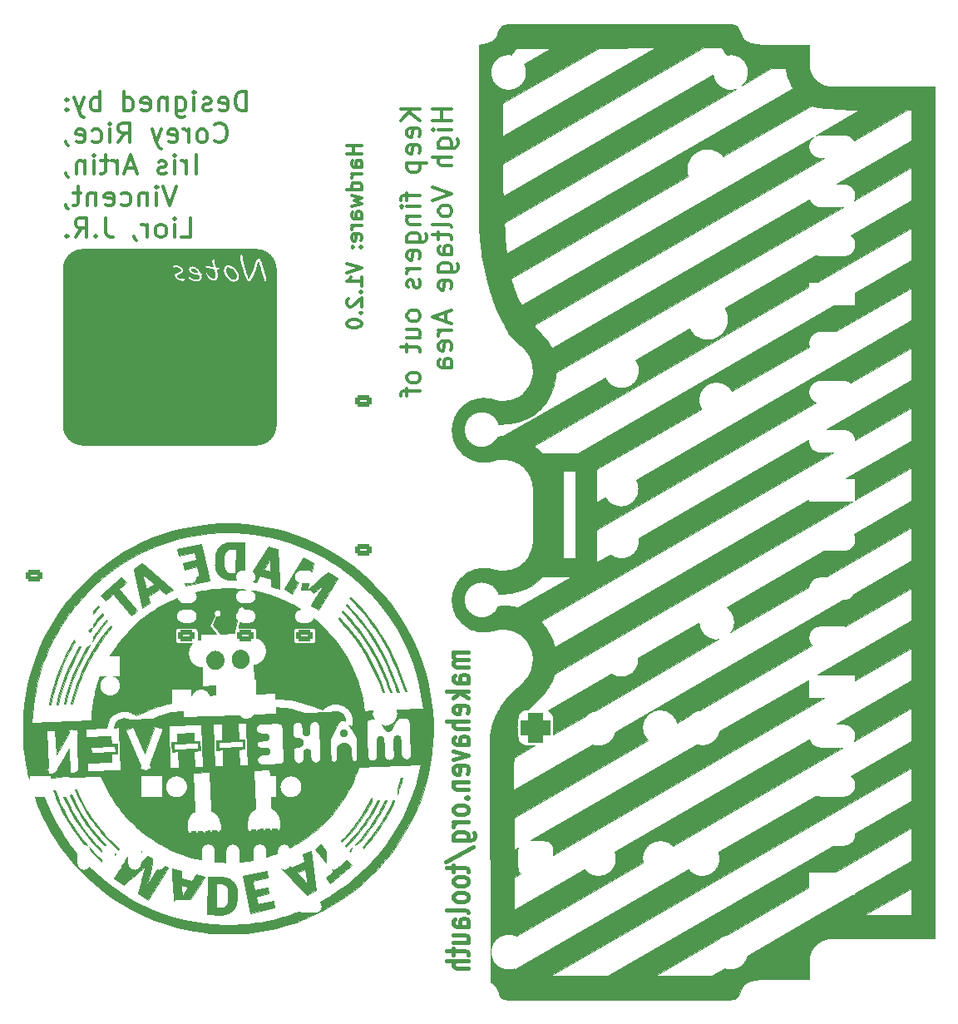
<source format=gbo>
G04 #@! TF.GenerationSoftware,KiCad,Pcbnew,(6.0.7)*
G04 #@! TF.CreationDate,2022-10-04T21:38:46-04:00*
G04 #@! TF.ProjectId,mh-custom-v2,6d682d63-7573-4746-9f6d-2d76322e6b69,rev?*
G04 #@! TF.SameCoordinates,Original*
G04 #@! TF.FileFunction,Legend,Bot*
G04 #@! TF.FilePolarity,Positive*
%FSLAX46Y46*%
G04 Gerber Fmt 4.6, Leading zero omitted, Abs format (unit mm)*
G04 Created by KiCad (PCBNEW (6.0.7)) date 2022-10-04 21:38:46*
%MOMM*%
%LPD*%
G01*
G04 APERTURE LIST*
G04 Aperture macros list*
%AMRoundRect*
0 Rectangle with rounded corners*
0 $1 Rounding radius*
0 $2 $3 $4 $5 $6 $7 $8 $9 X,Y pos of 4 corners*
0 Add a 4 corners polygon primitive as box body*
4,1,4,$2,$3,$4,$5,$6,$7,$8,$9,$2,$3,0*
0 Add four circle primitives for the rounded corners*
1,1,$1+$1,$2,$3*
1,1,$1+$1,$4,$5*
1,1,$1+$1,$6,$7*
1,1,$1+$1,$8,$9*
0 Add four rect primitives between the rounded corners*
20,1,$1+$1,$2,$3,$4,$5,0*
20,1,$1+$1,$4,$5,$6,$7,0*
20,1,$1+$1,$6,$7,$8,$9,0*
20,1,$1+$1,$8,$9,$2,$3,0*%
G04 Aperture macros list end*
%ADD10C,0.020000*%
%ADD11C,0.300000*%
%ADD12C,0.400000*%
%ADD13R,2.000000X2.000000*%
%ADD14C,2.000000*%
%ADD15C,3.000000*%
%ADD16O,1.200000X2.200000*%
%ADD17O,2.200000X1.200000*%
%ADD18R,1.700000X1.700000*%
%ADD19O,1.700000X1.700000*%
%ADD20RoundRect,0.250000X0.625000X-0.350000X0.625000X0.350000X-0.625000X0.350000X-0.625000X-0.350000X0*%
%ADD21O,1.750000X1.200000*%
%ADD22R,3.960000X1.980000*%
%ADD23O,3.960000X1.980000*%
%ADD24C,2.500000*%
%ADD25R,1.600000X1.600000*%
%ADD26C,1.600000*%
%ADD27RoundRect,0.750000X-0.750000X0.750000X-0.750000X-0.750000X0.750000X-0.750000X0.750000X0.750000X0*%
%ADD28C,1.500000*%
%ADD29C,3.500000*%
%ADD30RoundRect,0.250000X-0.625000X0.350000X-0.625000X-0.350000X0.625000X-0.350000X0.625000X0.350000X0*%
%ADD31R,2.100000X2.100000*%
%ADD32C,2.100000*%
G04 APERTURE END LIST*
D10*
G36*
X74393642Y-97687204D02*
G01*
X74331505Y-97899603D01*
X74266622Y-98110953D01*
X74199025Y-98321247D01*
X74128746Y-98530477D01*
X74055815Y-98738634D01*
X73980266Y-98945709D01*
X73902128Y-99151697D01*
X73902132Y-98664903D01*
X74003391Y-98371791D01*
X74099443Y-98076599D01*
X74190115Y-97779325D01*
X74275232Y-97479967D01*
X74453001Y-97473764D01*
X74393642Y-97687204D01*
G37*
X74393642Y-97687204D02*
X74331505Y-97899603D01*
X74266622Y-98110953D01*
X74199025Y-98321247D01*
X74128746Y-98530477D01*
X74055815Y-98738634D01*
X73980266Y-98945709D01*
X73902128Y-99151697D01*
X73902132Y-98664903D01*
X74003391Y-98371791D01*
X74099443Y-98076599D01*
X74190115Y-97779325D01*
X74275232Y-97479967D01*
X74453001Y-97473764D01*
X74393642Y-97687204D01*
G36*
X71310038Y-99803853D02*
G01*
X71352415Y-99803853D01*
X71203163Y-100094338D01*
X71047845Y-100381500D01*
X70886541Y-100665254D01*
X70719328Y-100945512D01*
X70546287Y-101222190D01*
X70367496Y-101495201D01*
X70183035Y-101764457D01*
X69992982Y-102029875D01*
X69797417Y-102291366D01*
X69596419Y-102548845D01*
X69390068Y-102802225D01*
X69178441Y-103051421D01*
X68961618Y-103296346D01*
X68739679Y-103536914D01*
X68512703Y-103773038D01*
X68280768Y-104004632D01*
X68173281Y-103871305D01*
X68412177Y-103631908D01*
X68645792Y-103387627D01*
X68874032Y-103138566D01*
X69096804Y-102884825D01*
X69314018Y-102626509D01*
X69525580Y-102363720D01*
X69731398Y-102096560D01*
X69931379Y-101825133D01*
X70125432Y-101549540D01*
X70313464Y-101269886D01*
X70495382Y-100986271D01*
X70671094Y-100698800D01*
X70840509Y-100407574D01*
X71003532Y-100112697D01*
X71160073Y-99814271D01*
X71310038Y-99512399D01*
X71310038Y-99803853D01*
G37*
X71310038Y-99803853D02*
X71352415Y-99803853D01*
X71203163Y-100094338D01*
X71047845Y-100381500D01*
X70886541Y-100665254D01*
X70719328Y-100945512D01*
X70546287Y-101222190D01*
X70367496Y-101495201D01*
X70183035Y-101764457D01*
X69992982Y-102029875D01*
X69797417Y-102291366D01*
X69596419Y-102548845D01*
X69390068Y-102802225D01*
X69178441Y-103051421D01*
X68961618Y-103296346D01*
X68739679Y-103536914D01*
X68512703Y-103773038D01*
X68280768Y-104004632D01*
X68173281Y-103871305D01*
X68412177Y-103631908D01*
X68645792Y-103387627D01*
X68874032Y-103138566D01*
X69096804Y-102884825D01*
X69314018Y-102626509D01*
X69525580Y-102363720D01*
X69731398Y-102096560D01*
X69931379Y-101825133D01*
X70125432Y-101549540D01*
X70313464Y-101269886D01*
X70495382Y-100986271D01*
X70671094Y-100698800D01*
X70840509Y-100407574D01*
X71003532Y-100112697D01*
X71160073Y-99814271D01*
X71310038Y-99512399D01*
X71310038Y-99803853D01*
G36*
X72697189Y-100105394D02*
G01*
X72549869Y-100403885D01*
X72396737Y-100699253D01*
X72237865Y-100991428D01*
X72073321Y-101280337D01*
X71903177Y-101565907D01*
X71727501Y-101848068D01*
X71546365Y-102126747D01*
X71359839Y-102401871D01*
X71167991Y-102673370D01*
X70970893Y-102941171D01*
X70768614Y-103205202D01*
X70561225Y-103465392D01*
X70348795Y-103721667D01*
X70131395Y-103973957D01*
X69909094Y-104222188D01*
X69908443Y-104222150D01*
X69907808Y-104222074D01*
X69907190Y-104221963D01*
X69906586Y-104221819D01*
X69905995Y-104221646D01*
X69905417Y-104221445D01*
X69904851Y-104221220D01*
X69904294Y-104220972D01*
X69903206Y-104220420D01*
X69902146Y-104219810D01*
X69900068Y-104218494D01*
X69899033Y-104217830D01*
X69897988Y-104217188D01*
X69896924Y-104216590D01*
X69895833Y-104216054D01*
X69895274Y-104215817D01*
X69894704Y-104215602D01*
X69894123Y-104215414D01*
X69893529Y-104215255D01*
X69892922Y-104215126D01*
X69892299Y-104215031D01*
X69891661Y-104214972D01*
X69891005Y-104214952D01*
X69871367Y-104214952D01*
X69860711Y-104215149D01*
X69850228Y-104215731D01*
X69839910Y-104216679D01*
X69829749Y-104217979D01*
X69809870Y-104221565D01*
X69790529Y-104226360D01*
X69771667Y-104232233D01*
X69753222Y-104239054D01*
X69735133Y-104246693D01*
X69717340Y-104255018D01*
X69699782Y-104263900D01*
X69682399Y-104273209D01*
X69647912Y-104292583D01*
X69613395Y-104312099D01*
X69595972Y-104321584D01*
X69578360Y-104330713D01*
X69813658Y-104078537D01*
X70043654Y-103821853D01*
X70268268Y-103560747D01*
X70487421Y-103295307D01*
X70701033Y-103025621D01*
X70909025Y-102751776D01*
X71111318Y-102473859D01*
X71307833Y-102191959D01*
X71498490Y-101906163D01*
X71683210Y-101616558D01*
X71861913Y-101323233D01*
X72034521Y-101026274D01*
X72200954Y-100725768D01*
X72361132Y-100421805D01*
X72514977Y-100114471D01*
X72662409Y-99803853D01*
X72838629Y-99803853D01*
X72697189Y-100105394D01*
G37*
X72697189Y-100105394D02*
X72549869Y-100403885D01*
X72396737Y-100699253D01*
X72237865Y-100991428D01*
X72073321Y-101280337D01*
X71903177Y-101565907D01*
X71727501Y-101848068D01*
X71546365Y-102126747D01*
X71359839Y-102401871D01*
X71167991Y-102673370D01*
X70970893Y-102941171D01*
X70768614Y-103205202D01*
X70561225Y-103465392D01*
X70348795Y-103721667D01*
X70131395Y-103973957D01*
X69909094Y-104222188D01*
X69908443Y-104222150D01*
X69907808Y-104222074D01*
X69907190Y-104221963D01*
X69906586Y-104221819D01*
X69905995Y-104221646D01*
X69905417Y-104221445D01*
X69904851Y-104221220D01*
X69904294Y-104220972D01*
X69903206Y-104220420D01*
X69902146Y-104219810D01*
X69900068Y-104218494D01*
X69899033Y-104217830D01*
X69897988Y-104217188D01*
X69896924Y-104216590D01*
X69895833Y-104216054D01*
X69895274Y-104215817D01*
X69894704Y-104215602D01*
X69894123Y-104215414D01*
X69893529Y-104215255D01*
X69892922Y-104215126D01*
X69892299Y-104215031D01*
X69891661Y-104214972D01*
X69891005Y-104214952D01*
X69871367Y-104214952D01*
X69860711Y-104215149D01*
X69850228Y-104215731D01*
X69839910Y-104216679D01*
X69829749Y-104217979D01*
X69809870Y-104221565D01*
X69790529Y-104226360D01*
X69771667Y-104232233D01*
X69753222Y-104239054D01*
X69735133Y-104246693D01*
X69717340Y-104255018D01*
X69699782Y-104263900D01*
X69682399Y-104273209D01*
X69647912Y-104292583D01*
X69613395Y-104312099D01*
X69595972Y-104321584D01*
X69578360Y-104330713D01*
X69813658Y-104078537D01*
X70043654Y-103821853D01*
X70268268Y-103560747D01*
X70487421Y-103295307D01*
X70701033Y-103025621D01*
X70909025Y-102751776D01*
X71111318Y-102473859D01*
X71307833Y-102191959D01*
X71498490Y-101906163D01*
X71683210Y-101616558D01*
X71861913Y-101323233D01*
X72034521Y-101026274D01*
X72200954Y-100725768D01*
X72361132Y-100421805D01*
X72514977Y-100114471D01*
X72662409Y-99803853D01*
X72838629Y-99803853D01*
X72697189Y-100105394D01*
G36*
X39203493Y-99134434D02*
G01*
X39354883Y-99517516D01*
X39515397Y-99896202D01*
X39684905Y-100270373D01*
X39863274Y-100639910D01*
X40050371Y-101004697D01*
X40246064Y-101364614D01*
X40450220Y-101719546D01*
X40662708Y-102069372D01*
X40883394Y-102413977D01*
X41112147Y-102753241D01*
X41348833Y-103087047D01*
X41593321Y-103415277D01*
X41845478Y-103737813D01*
X42105172Y-104054537D01*
X42372271Y-104365331D01*
X42354612Y-104353409D01*
X42336695Y-104341888D01*
X42318509Y-104330797D01*
X42300046Y-104320169D01*
X42281296Y-104310032D01*
X42262249Y-104300419D01*
X42242897Y-104291359D01*
X42223230Y-104282883D01*
X42203238Y-104275021D01*
X42182913Y-104267804D01*
X42162245Y-104261263D01*
X42141224Y-104255428D01*
X42119841Y-104250329D01*
X42098087Y-104245998D01*
X42075952Y-104242464D01*
X42053427Y-104239759D01*
X41799135Y-103934235D01*
X41551818Y-103623238D01*
X41311598Y-103306872D01*
X41078598Y-102985243D01*
X40852941Y-102658456D01*
X40634748Y-102326614D01*
X40424142Y-101989823D01*
X40221246Y-101648188D01*
X40026182Y-101301812D01*
X39839072Y-100950802D01*
X39660039Y-100595261D01*
X39489205Y-100235295D01*
X39326693Y-99871008D01*
X39172625Y-99502506D01*
X39027123Y-99129891D01*
X38890310Y-98753271D01*
X39061361Y-98747072D01*
X39203493Y-99134434D01*
G37*
X39203493Y-99134434D02*
X39354883Y-99517516D01*
X39515397Y-99896202D01*
X39684905Y-100270373D01*
X39863274Y-100639910D01*
X40050371Y-101004697D01*
X40246064Y-101364614D01*
X40450220Y-101719546D01*
X40662708Y-102069372D01*
X40883394Y-102413977D01*
X41112147Y-102753241D01*
X41348833Y-103087047D01*
X41593321Y-103415277D01*
X41845478Y-103737813D01*
X42105172Y-104054537D01*
X42372271Y-104365331D01*
X42354612Y-104353409D01*
X42336695Y-104341888D01*
X42318509Y-104330797D01*
X42300046Y-104320169D01*
X42281296Y-104310032D01*
X42262249Y-104300419D01*
X42242897Y-104291359D01*
X42223230Y-104282883D01*
X42203238Y-104275021D01*
X42182913Y-104267804D01*
X42162245Y-104261263D01*
X42141224Y-104255428D01*
X42119841Y-104250329D01*
X42098087Y-104245998D01*
X42075952Y-104242464D01*
X42053427Y-104239759D01*
X41799135Y-103934235D01*
X41551818Y-103623238D01*
X41311598Y-103306872D01*
X41078598Y-102985243D01*
X40852941Y-102658456D01*
X40634748Y-102326614D01*
X40424142Y-101989823D01*
X40221246Y-101648188D01*
X40026182Y-101301812D01*
X39839072Y-100950802D01*
X39660039Y-100595261D01*
X39489205Y-100235295D01*
X39326693Y-99871008D01*
X39172625Y-99502506D01*
X39027123Y-99129891D01*
X38890310Y-98753271D01*
X39061361Y-98747072D01*
X39203493Y-99134434D01*
G36*
X40910969Y-99549976D02*
G01*
X41076044Y-99902936D01*
X41249876Y-100251284D01*
X41432315Y-100594903D01*
X41623211Y-100933677D01*
X41822414Y-101267488D01*
X42029773Y-101596219D01*
X42245140Y-101919754D01*
X42468363Y-102237976D01*
X42699293Y-102550767D01*
X42937779Y-102858012D01*
X43183672Y-103159593D01*
X43436821Y-103455393D01*
X43697076Y-103745295D01*
X43964288Y-104029183D01*
X44238306Y-104306939D01*
X44227297Y-104311041D01*
X44216180Y-104314871D01*
X44193748Y-104321965D01*
X44148966Y-104335617D01*
X44137970Y-104339280D01*
X44127116Y-104343166D01*
X44116437Y-104347337D01*
X44105962Y-104351855D01*
X44095724Y-104356782D01*
X44085753Y-104362180D01*
X44076082Y-104368110D01*
X44066740Y-104374635D01*
X43795236Y-104096104D01*
X43530465Y-103811518D01*
X43272562Y-103520989D01*
X43021661Y-103224629D01*
X42777898Y-102922549D01*
X42541405Y-102614860D01*
X42312318Y-102301674D01*
X42090771Y-101983102D01*
X41876899Y-101659256D01*
X41670836Y-101330247D01*
X41472716Y-100996187D01*
X41282674Y-100657187D01*
X41100845Y-100313358D01*
X40927362Y-99964812D01*
X40762360Y-99611660D01*
X40605974Y-99254014D01*
X40625054Y-99247525D01*
X40644007Y-99240690D01*
X40662828Y-99233510D01*
X40681513Y-99225989D01*
X40700058Y-99218127D01*
X40718457Y-99209927D01*
X40736706Y-99201392D01*
X40754801Y-99192521D01*
X40910969Y-99549976D01*
G37*
X40910969Y-99549976D02*
X41076044Y-99902936D01*
X41249876Y-100251284D01*
X41432315Y-100594903D01*
X41623211Y-100933677D01*
X41822414Y-101267488D01*
X42029773Y-101596219D01*
X42245140Y-101919754D01*
X42468363Y-102237976D01*
X42699293Y-102550767D01*
X42937779Y-102858012D01*
X43183672Y-103159593D01*
X43436821Y-103455393D01*
X43697076Y-103745295D01*
X43964288Y-104029183D01*
X44238306Y-104306939D01*
X44227297Y-104311041D01*
X44216180Y-104314871D01*
X44193748Y-104321965D01*
X44148966Y-104335617D01*
X44137970Y-104339280D01*
X44127116Y-104343166D01*
X44116437Y-104347337D01*
X44105962Y-104351855D01*
X44095724Y-104356782D01*
X44085753Y-104362180D01*
X44076082Y-104368110D01*
X44066740Y-104374635D01*
X43795236Y-104096104D01*
X43530465Y-103811518D01*
X43272562Y-103520989D01*
X43021661Y-103224629D01*
X42777898Y-102922549D01*
X42541405Y-102614860D01*
X42312318Y-102301674D01*
X42090771Y-101983102D01*
X41876899Y-101659256D01*
X41670836Y-101330247D01*
X41472716Y-100996187D01*
X41282674Y-100657187D01*
X41100845Y-100313358D01*
X40927362Y-99964812D01*
X40762360Y-99611660D01*
X40605974Y-99254014D01*
X40625054Y-99247525D01*
X40644007Y-99240690D01*
X40662828Y-99233510D01*
X40681513Y-99225989D01*
X40700058Y-99218127D01*
X40718457Y-99209927D01*
X40736706Y-99201392D01*
X40754801Y-99192521D01*
X40910969Y-99549976D01*
G36*
X71923182Y-100131891D02*
G01*
X71754380Y-100456029D01*
X71578358Y-100776164D01*
X71395210Y-101092192D01*
X71205031Y-101404010D01*
X71007916Y-101711514D01*
X70803959Y-102014602D01*
X70593255Y-102313169D01*
X70375899Y-102607112D01*
X70151985Y-102896328D01*
X69921609Y-103180714D01*
X69684864Y-103460166D01*
X69441845Y-103734580D01*
X69192647Y-104003853D01*
X68937364Y-104267882D01*
X68676092Y-104526563D01*
X68568602Y-104393236D01*
X68823466Y-104141221D01*
X69072529Y-103884092D01*
X69315697Y-103621952D01*
X69552878Y-103354900D01*
X69783977Y-103083037D01*
X70008903Y-102806463D01*
X70227563Y-102525281D01*
X70439861Y-102239590D01*
X70645707Y-101949491D01*
X70845007Y-101655086D01*
X71037667Y-101356475D01*
X71223594Y-101053758D01*
X71402696Y-100747036D01*
X71574878Y-100436411D01*
X71740049Y-100121983D01*
X71898115Y-99803853D01*
X72084669Y-99803853D01*
X71923182Y-100131891D01*
G37*
X71923182Y-100131891D02*
X71754380Y-100456029D01*
X71578358Y-100776164D01*
X71395210Y-101092192D01*
X71205031Y-101404010D01*
X71007916Y-101711514D01*
X70803959Y-102014602D01*
X70593255Y-102313169D01*
X70375899Y-102607112D01*
X70151985Y-102896328D01*
X69921609Y-103180714D01*
X69684864Y-103460166D01*
X69441845Y-103734580D01*
X69192647Y-104003853D01*
X68937364Y-104267882D01*
X68676092Y-104526563D01*
X68568602Y-104393236D01*
X68823466Y-104141221D01*
X69072529Y-103884092D01*
X69315697Y-103621952D01*
X69552878Y-103354900D01*
X69783977Y-103083037D01*
X70008903Y-102806463D01*
X70227563Y-102525281D01*
X70439861Y-102239590D01*
X70645707Y-101949491D01*
X70845007Y-101655086D01*
X71037667Y-101356475D01*
X71223594Y-101053758D01*
X71402696Y-100747036D01*
X71574878Y-100436411D01*
X71740049Y-100121983D01*
X71898115Y-99803853D01*
X72084669Y-99803853D01*
X71923182Y-100131891D01*
G36*
X73486031Y-100135530D02*
G01*
X73330720Y-100463811D01*
X73168596Y-100788607D01*
X72999743Y-101109829D01*
X72824247Y-101427391D01*
X72642192Y-101741203D01*
X72453663Y-102051178D01*
X72258745Y-102357226D01*
X72057524Y-102659261D01*
X71850083Y-102957192D01*
X71636509Y-103250933D01*
X71416885Y-103540395D01*
X71191297Y-103825490D01*
X70959830Y-104106129D01*
X70722568Y-104382225D01*
X70479597Y-104653688D01*
X70475512Y-104643191D01*
X70471640Y-104632631D01*
X70464315Y-104611420D01*
X70457188Y-104590243D01*
X70449825Y-104569286D01*
X70445919Y-104558949D01*
X70441791Y-104548738D01*
X70437387Y-104538676D01*
X70432652Y-104528787D01*
X70427533Y-104519093D01*
X70421974Y-104509619D01*
X70415922Y-104500387D01*
X70409323Y-104491422D01*
X70642187Y-104227957D01*
X70869706Y-103960193D01*
X71091801Y-103688208D01*
X71308394Y-103412080D01*
X71519405Y-103131888D01*
X71724754Y-102847708D01*
X71924363Y-102559621D01*
X72118152Y-102267703D01*
X72306042Y-101972034D01*
X72487954Y-101672690D01*
X72663808Y-101369751D01*
X72833526Y-101063294D01*
X72997028Y-100753398D01*
X73154235Y-100440140D01*
X73305067Y-100123599D01*
X73449446Y-99803853D01*
X73634443Y-99803853D01*
X73486031Y-100135530D01*
G37*
X73486031Y-100135530D02*
X73330720Y-100463811D01*
X73168596Y-100788607D01*
X72999743Y-101109829D01*
X72824247Y-101427391D01*
X72642192Y-101741203D01*
X72453663Y-102051178D01*
X72258745Y-102357226D01*
X72057524Y-102659261D01*
X71850083Y-102957192D01*
X71636509Y-103250933D01*
X71416885Y-103540395D01*
X71191297Y-103825490D01*
X70959830Y-104106129D01*
X70722568Y-104382225D01*
X70479597Y-104653688D01*
X70475512Y-104643191D01*
X70471640Y-104632631D01*
X70464315Y-104611420D01*
X70457188Y-104590243D01*
X70449825Y-104569286D01*
X70445919Y-104558949D01*
X70441791Y-104548738D01*
X70437387Y-104538676D01*
X70432652Y-104528787D01*
X70427533Y-104519093D01*
X70421974Y-104509619D01*
X70415922Y-104500387D01*
X70409323Y-104491422D01*
X70642187Y-104227957D01*
X70869706Y-103960193D01*
X71091801Y-103688208D01*
X71308394Y-103412080D01*
X71519405Y-103131888D01*
X71724754Y-102847708D01*
X71924363Y-102559621D01*
X72118152Y-102267703D01*
X72306042Y-101972034D01*
X72487954Y-101672690D01*
X72663808Y-101369751D01*
X72833526Y-101063294D01*
X72997028Y-100753398D01*
X73154235Y-100440140D01*
X73305067Y-100123599D01*
X73449446Y-99803853D01*
X73634443Y-99803853D01*
X73486031Y-100135530D01*
G36*
X41431662Y-99096019D02*
G01*
X41627652Y-99523687D01*
X41836548Y-99944555D01*
X42058101Y-100358373D01*
X42292062Y-100764890D01*
X42538183Y-101163856D01*
X42796215Y-101555021D01*
X43065908Y-101938135D01*
X43347014Y-102312946D01*
X43639285Y-102679205D01*
X43942470Y-103036661D01*
X44256322Y-103385064D01*
X44580592Y-103724164D01*
X44915030Y-104053711D01*
X45259388Y-104373453D01*
X45613417Y-104683141D01*
X45515749Y-104823701D01*
X45154042Y-104508011D01*
X44802463Y-104181949D01*
X44461252Y-103845765D01*
X44130648Y-103499711D01*
X43810890Y-103144034D01*
X43502218Y-102778985D01*
X43204870Y-102404814D01*
X42919085Y-102021771D01*
X42645102Y-101630106D01*
X42383161Y-101230068D01*
X42133501Y-100821907D01*
X41896360Y-100405873D01*
X41671978Y-99982216D01*
X41460594Y-99551186D01*
X41262447Y-99113032D01*
X41077776Y-98668004D01*
X41248827Y-98661802D01*
X41431662Y-99096019D01*
G37*
X41431662Y-99096019D02*
X41627652Y-99523687D01*
X41836548Y-99944555D01*
X42058101Y-100358373D01*
X42292062Y-100764890D01*
X42538183Y-101163856D01*
X42796215Y-101555021D01*
X43065908Y-101938135D01*
X43347014Y-102312946D01*
X43639285Y-102679205D01*
X43942470Y-103036661D01*
X44256322Y-103385064D01*
X44580592Y-103724164D01*
X44915030Y-104053711D01*
X45259388Y-104373453D01*
X45613417Y-104683141D01*
X45515749Y-104823701D01*
X45154042Y-104508011D01*
X44802463Y-104181949D01*
X44461252Y-103845765D01*
X44130648Y-103499711D01*
X43810890Y-103144034D01*
X43502218Y-102778985D01*
X43204870Y-102404814D01*
X42919085Y-102021771D01*
X42645102Y-101630106D01*
X42383161Y-101230068D01*
X42133501Y-100821907D01*
X41896360Y-100405873D01*
X41671978Y-99982216D01*
X41460594Y-99551186D01*
X41262447Y-99113032D01*
X41077776Y-98668004D01*
X41248827Y-98661802D01*
X41431662Y-99096019D01*
G36*
X47849459Y-104997335D02*
G01*
X47830336Y-105027822D01*
X47830336Y-104985448D01*
X47849459Y-104997335D01*
G37*
X47849459Y-104997335D02*
X47830336Y-105027822D01*
X47830336Y-104985448D01*
X47849459Y-104997335D01*
G36*
X39955159Y-99436248D02*
G01*
X39970041Y-99443075D01*
X39985021Y-99449679D01*
X40000096Y-99456059D01*
X40015264Y-99462215D01*
X40030524Y-99468145D01*
X40045871Y-99473847D01*
X40061304Y-99479322D01*
X40077084Y-99473222D01*
X40092767Y-99466883D01*
X40108350Y-99460305D01*
X40123827Y-99453489D01*
X40289982Y-99829708D01*
X40465320Y-100201155D01*
X40649706Y-100567693D01*
X40843007Y-100929184D01*
X41045090Y-101285492D01*
X41255821Y-101636480D01*
X41475066Y-101982012D01*
X41702692Y-102321951D01*
X41938566Y-102656160D01*
X42182553Y-102984502D01*
X42434521Y-103306841D01*
X42694336Y-103623040D01*
X42961864Y-103932962D01*
X43236972Y-104236471D01*
X43519526Y-104533430D01*
X43809393Y-104823701D01*
X43809233Y-104825189D01*
X43808987Y-104826640D01*
X43808661Y-104828058D01*
X43808262Y-104829443D01*
X43807795Y-104830799D01*
X43807266Y-104832129D01*
X43806682Y-104833435D01*
X43806047Y-104834719D01*
X43804652Y-104837232D01*
X43803129Y-104839689D01*
X43799888Y-104844513D01*
X43798265Y-104846921D01*
X43796704Y-104849352D01*
X43795253Y-104851828D01*
X43793959Y-104854366D01*
X43793385Y-104855666D01*
X43792869Y-104856989D01*
X43792416Y-104858338D01*
X43792032Y-104859716D01*
X43791722Y-104861124D01*
X43791494Y-104862566D01*
X43791353Y-104864044D01*
X43791304Y-104865560D01*
X43791308Y-105031442D01*
X43485587Y-104730151D01*
X43187784Y-104421719D01*
X42898059Y-104106282D01*
X42616574Y-103783974D01*
X42343492Y-103454929D01*
X42078973Y-103119280D01*
X41823180Y-102777164D01*
X41576275Y-102428713D01*
X41338418Y-102074063D01*
X41109772Y-101713347D01*
X40890498Y-101346700D01*
X40680759Y-100974257D01*
X40480716Y-100596150D01*
X40290530Y-100212516D01*
X40110364Y-99823488D01*
X39940378Y-99429201D01*
X39955159Y-99436248D01*
G37*
X39955159Y-99436248D02*
X39970041Y-99443075D01*
X39985021Y-99449679D01*
X40000096Y-99456059D01*
X40015264Y-99462215D01*
X40030524Y-99468145D01*
X40045871Y-99473847D01*
X40061304Y-99479322D01*
X40077084Y-99473222D01*
X40092767Y-99466883D01*
X40108350Y-99460305D01*
X40123827Y-99453489D01*
X40289982Y-99829708D01*
X40465320Y-100201155D01*
X40649706Y-100567693D01*
X40843007Y-100929184D01*
X41045090Y-101285492D01*
X41255821Y-101636480D01*
X41475066Y-101982012D01*
X41702692Y-102321951D01*
X41938566Y-102656160D01*
X42182553Y-102984502D01*
X42434521Y-103306841D01*
X42694336Y-103623040D01*
X42961864Y-103932962D01*
X43236972Y-104236471D01*
X43519526Y-104533430D01*
X43809393Y-104823701D01*
X43809233Y-104825189D01*
X43808987Y-104826640D01*
X43808661Y-104828058D01*
X43808262Y-104829443D01*
X43807795Y-104830799D01*
X43807266Y-104832129D01*
X43806682Y-104833435D01*
X43806047Y-104834719D01*
X43804652Y-104837232D01*
X43803129Y-104839689D01*
X43799888Y-104844513D01*
X43798265Y-104846921D01*
X43796704Y-104849352D01*
X43795253Y-104851828D01*
X43793959Y-104854366D01*
X43793385Y-104855666D01*
X43792869Y-104856989D01*
X43792416Y-104858338D01*
X43792032Y-104859716D01*
X43791722Y-104861124D01*
X43791494Y-104862566D01*
X43791353Y-104864044D01*
X43791304Y-104865560D01*
X43791308Y-105031442D01*
X43485587Y-104730151D01*
X43187784Y-104421719D01*
X42898059Y-104106282D01*
X42616574Y-103783974D01*
X42343492Y-103454929D01*
X42078973Y-103119280D01*
X41823180Y-102777164D01*
X41576275Y-102428713D01*
X41338418Y-102074063D01*
X41109772Y-101713347D01*
X40890498Y-101346700D01*
X40680759Y-100974257D01*
X40480716Y-100596150D01*
X40290530Y-100212516D01*
X40110364Y-99823488D01*
X39940378Y-99429201D01*
X39955159Y-99436248D01*
G36*
X69289645Y-104634802D02*
G01*
X69281525Y-104649754D01*
X69264283Y-104679088D01*
X69246633Y-104708083D01*
X69229690Y-104737241D01*
X69221833Y-104752038D01*
X69214570Y-104767065D01*
X69208043Y-104782384D01*
X69202389Y-104798057D01*
X69197749Y-104814149D01*
X69194262Y-104830722D01*
X69192995Y-104839208D01*
X69192068Y-104847838D01*
X69191499Y-104856619D01*
X69191305Y-104865560D01*
X69191305Y-104962709D01*
X69168256Y-104985521D01*
X69145401Y-105008526D01*
X69122502Y-105031490D01*
X69110962Y-105042883D01*
X69099322Y-105054178D01*
X68991835Y-104920335D01*
X69069060Y-104845909D01*
X69145516Y-104770874D01*
X69297243Y-104619577D01*
X69289645Y-104634802D01*
G37*
X69289645Y-104634802D02*
X69281525Y-104649754D01*
X69264283Y-104679088D01*
X69246633Y-104708083D01*
X69229690Y-104737241D01*
X69221833Y-104752038D01*
X69214570Y-104767065D01*
X69208043Y-104782384D01*
X69202389Y-104798057D01*
X69197749Y-104814149D01*
X69194262Y-104830722D01*
X69192995Y-104839208D01*
X69192068Y-104847838D01*
X69191499Y-104856619D01*
X69191305Y-104865560D01*
X69191305Y-104962709D01*
X69168256Y-104985521D01*
X69145401Y-105008526D01*
X69122502Y-105031490D01*
X69110962Y-105042883D01*
X69099322Y-105054178D01*
X68991835Y-104920335D01*
X69069060Y-104845909D01*
X69145516Y-104770874D01*
X69297243Y-104619577D01*
X69289645Y-104634802D01*
G36*
X45190881Y-105180859D02*
G01*
X45210544Y-105198157D01*
X45230234Y-105215425D01*
X45240146Y-105223984D01*
X45250132Y-105232461D01*
X45171068Y-105346151D01*
X45171065Y-105163732D01*
X45190881Y-105180859D01*
G37*
X45190881Y-105180859D02*
X45210544Y-105198157D01*
X45230234Y-105215425D01*
X45240146Y-105223984D01*
X45250132Y-105232461D01*
X45171068Y-105346151D01*
X45171065Y-105163732D01*
X45190881Y-105180859D01*
G36*
X42681249Y-104705313D02*
G01*
X42833681Y-104867753D01*
X42988196Y-105028338D01*
X43144775Y-105187055D01*
X43303395Y-105343891D01*
X43464038Y-105498831D01*
X43626682Y-105651863D01*
X43791308Y-105802972D01*
X43791308Y-106015878D01*
X43646026Y-105885260D01*
X43502175Y-105753182D01*
X43359788Y-105619646D01*
X43218897Y-105484654D01*
X43079535Y-105348207D01*
X42941737Y-105210308D01*
X42805534Y-105070957D01*
X42670962Y-104930158D01*
X42670962Y-104865560D01*
X42670745Y-104853737D01*
X42670106Y-104842080D01*
X42669060Y-104830585D01*
X42667622Y-104819244D01*
X42663634Y-104797005D01*
X42658263Y-104775317D01*
X42651634Y-104754133D01*
X42643869Y-104733406D01*
X42635093Y-104713090D01*
X42625428Y-104693138D01*
X42614998Y-104673503D01*
X42603926Y-104654140D01*
X42592336Y-104635000D01*
X42580350Y-104616038D01*
X42530920Y-104541032D01*
X42681249Y-104705313D01*
G37*
X42681249Y-104705313D02*
X42833681Y-104867753D01*
X42988196Y-105028338D01*
X43144775Y-105187055D01*
X43303395Y-105343891D01*
X43464038Y-105498831D01*
X43626682Y-105651863D01*
X43791308Y-105802972D01*
X43791308Y-106015878D01*
X43646026Y-105885260D01*
X43502175Y-105753182D01*
X43359788Y-105619646D01*
X43218897Y-105484654D01*
X43079535Y-105348207D01*
X42941737Y-105210308D01*
X42805534Y-105070957D01*
X42670962Y-104930158D01*
X42670962Y-104865560D01*
X42670745Y-104853737D01*
X42670106Y-104842080D01*
X42669060Y-104830585D01*
X42667622Y-104819244D01*
X42663634Y-104797005D01*
X42658263Y-104775317D01*
X42651634Y-104754133D01*
X42643869Y-104733406D01*
X42635093Y-104713090D01*
X42625428Y-104693138D01*
X42614998Y-104673503D01*
X42603926Y-104654140D01*
X42592336Y-104635000D01*
X42580350Y-104616038D01*
X42530920Y-104541032D01*
X42681249Y-104705313D01*
G36*
X66691198Y-104902250D02*
G01*
X66691198Y-106152303D01*
X65537781Y-104744123D01*
X66150667Y-104242341D01*
X66691198Y-104902250D01*
G37*
X66691198Y-104902250D02*
X66691198Y-106152303D01*
X65537781Y-104744123D01*
X66150667Y-104242341D01*
X66691198Y-104902250D01*
G36*
X69255903Y-106425672D02*
G01*
X67065340Y-108220392D01*
X66613684Y-107669008D01*
X67403299Y-107022020D01*
X67216749Y-106794126D01*
X67221922Y-106795534D01*
X67227000Y-106797121D01*
X67236903Y-106800771D01*
X67246515Y-106804959D01*
X67255894Y-106809568D01*
X67265098Y-106814481D01*
X67274184Y-106819580D01*
X67292234Y-106829872D01*
X67301313Y-106834830D01*
X67310506Y-106839506D01*
X67319869Y-106843785D01*
X67329461Y-106847547D01*
X67339338Y-106850678D01*
X67344402Y-106851969D01*
X67349559Y-106853059D01*
X67354817Y-106853932D01*
X67360182Y-106854573D01*
X67365662Y-106854969D01*
X67371264Y-106855104D01*
X67390898Y-106855104D01*
X67416375Y-106854587D01*
X67441358Y-106853054D01*
X67465847Y-106850529D01*
X67489843Y-106847035D01*
X67513345Y-106842597D01*
X67536355Y-106837240D01*
X67558873Y-106830987D01*
X67580899Y-106823863D01*
X67602434Y-106815892D01*
X67623477Y-106807099D01*
X67644030Y-106797507D01*
X67664093Y-106787141D01*
X67683665Y-106776025D01*
X67702748Y-106764184D01*
X67721342Y-106751641D01*
X67739447Y-106738421D01*
X67774192Y-106710047D01*
X67806986Y-106679256D01*
X67837833Y-106646241D01*
X67866735Y-106611198D01*
X67893695Y-106574319D01*
X67918717Y-106535800D01*
X67941804Y-106495833D01*
X67962958Y-106454614D01*
X68016184Y-106519723D01*
X68804251Y-105874284D01*
X69255903Y-106425672D01*
G37*
X69255903Y-106425672D02*
X67065340Y-108220392D01*
X66613684Y-107669008D01*
X67403299Y-107022020D01*
X67216749Y-106794126D01*
X67221922Y-106795534D01*
X67227000Y-106797121D01*
X67236903Y-106800771D01*
X67246515Y-106804959D01*
X67255894Y-106809568D01*
X67265098Y-106814481D01*
X67274184Y-106819580D01*
X67292234Y-106829872D01*
X67301313Y-106834830D01*
X67310506Y-106839506D01*
X67319869Y-106843785D01*
X67329461Y-106847547D01*
X67339338Y-106850678D01*
X67344402Y-106851969D01*
X67349559Y-106853059D01*
X67354817Y-106853932D01*
X67360182Y-106854573D01*
X67365662Y-106854969D01*
X67371264Y-106855104D01*
X67390898Y-106855104D01*
X67416375Y-106854587D01*
X67441358Y-106853054D01*
X67465847Y-106850529D01*
X67489843Y-106847035D01*
X67513345Y-106842597D01*
X67536355Y-106837240D01*
X67558873Y-106830987D01*
X67580899Y-106823863D01*
X67602434Y-106815892D01*
X67623477Y-106807099D01*
X67644030Y-106797507D01*
X67664093Y-106787141D01*
X67683665Y-106776025D01*
X67702748Y-106764184D01*
X67721342Y-106751641D01*
X67739447Y-106738421D01*
X67774192Y-106710047D01*
X67806986Y-106679256D01*
X67837833Y-106646241D01*
X67866735Y-106611198D01*
X67893695Y-106574319D01*
X67918717Y-106535800D01*
X67941804Y-106495833D01*
X67962958Y-106454614D01*
X68016184Y-106519723D01*
X68804251Y-105874284D01*
X69255903Y-106425672D01*
G36*
X62121281Y-106757420D02*
G01*
X62137377Y-106765628D01*
X62169018Y-106782927D01*
X62200364Y-106800510D01*
X62231941Y-106817302D01*
X62247980Y-106825066D01*
X62264273Y-106832230D01*
X62280886Y-106838661D01*
X62297885Y-106844222D01*
X62315336Y-106848782D01*
X62333303Y-106852205D01*
X62351852Y-106854357D01*
X62361366Y-106854914D01*
X62371050Y-106855104D01*
X62391203Y-106855104D01*
X62417505Y-106854559D01*
X62443292Y-106852940D01*
X62468563Y-106850273D01*
X62493317Y-106846585D01*
X62517553Y-106841901D01*
X62541270Y-106836245D01*
X62564467Y-106829646D01*
X62587143Y-106822127D01*
X62609297Y-106813715D01*
X62630929Y-106804436D01*
X62652036Y-106794314D01*
X62672619Y-106783377D01*
X62692675Y-106771649D01*
X62712205Y-106759157D01*
X62731208Y-106745927D01*
X62749681Y-106731983D01*
X62767625Y-106717351D01*
X62785039Y-106702059D01*
X62818269Y-106669591D01*
X62849366Y-106634786D01*
X62878320Y-106597850D01*
X62905125Y-106558988D01*
X62929772Y-106518407D01*
X62952254Y-106476311D01*
X62972563Y-106432908D01*
X63163252Y-106637029D01*
X64423638Y-106033964D01*
X64316153Y-105305841D01*
X65126440Y-104918268D01*
X65637518Y-108949548D01*
X64676853Y-109409471D01*
X62527158Y-107186349D01*
X63673817Y-107186349D01*
X64766771Y-108364053D01*
X64530092Y-106776037D01*
X63673817Y-107186349D01*
X62527158Y-107186349D01*
X62104916Y-106749685D01*
X62121281Y-106757420D01*
G37*
X62121281Y-106757420D02*
X62137377Y-106765628D01*
X62169018Y-106782927D01*
X62200364Y-106800510D01*
X62231941Y-106817302D01*
X62247980Y-106825066D01*
X62264273Y-106832230D01*
X62280886Y-106838661D01*
X62297885Y-106844222D01*
X62315336Y-106848782D01*
X62333303Y-106852205D01*
X62351852Y-106854357D01*
X62361366Y-106854914D01*
X62371050Y-106855104D01*
X62391203Y-106855104D01*
X62417505Y-106854559D01*
X62443292Y-106852940D01*
X62468563Y-106850273D01*
X62493317Y-106846585D01*
X62517553Y-106841901D01*
X62541270Y-106836245D01*
X62564467Y-106829646D01*
X62587143Y-106822127D01*
X62609297Y-106813715D01*
X62630929Y-106804436D01*
X62652036Y-106794314D01*
X62672619Y-106783377D01*
X62692675Y-106771649D01*
X62712205Y-106759157D01*
X62731208Y-106745927D01*
X62749681Y-106731983D01*
X62767625Y-106717351D01*
X62785039Y-106702059D01*
X62818269Y-106669591D01*
X62849366Y-106634786D01*
X62878320Y-106597850D01*
X62905125Y-106558988D01*
X62929772Y-106518407D01*
X62952254Y-106476311D01*
X62972563Y-106432908D01*
X63163252Y-106637029D01*
X64423638Y-106033964D01*
X64316153Y-105305841D01*
X65126440Y-104918268D01*
X65637518Y-108949548D01*
X64676853Y-109409471D01*
X62527158Y-107186349D01*
X63673817Y-107186349D01*
X64766771Y-108364053D01*
X64530092Y-106776037D01*
X63673817Y-107186349D01*
X62527158Y-107186349D01*
X62104916Y-106749685D01*
X62121281Y-106757420D01*
G36*
X48950682Y-105672746D02*
G01*
X48950678Y-106204500D01*
X48950727Y-106206016D01*
X48950868Y-106207493D01*
X48951097Y-106208935D01*
X48951406Y-106210343D01*
X48951790Y-106211720D01*
X48952243Y-106213068D01*
X48952759Y-106214391D01*
X48953333Y-106215690D01*
X48954627Y-106218229D01*
X48956078Y-106220703D01*
X48957639Y-106223134D01*
X48959262Y-106225541D01*
X48962503Y-106230365D01*
X48964027Y-106232822D01*
X48965422Y-106235335D01*
X48966056Y-106236619D01*
X48966641Y-106237925D01*
X48967170Y-106239255D01*
X48967636Y-106240612D01*
X48968036Y-106241997D01*
X48968361Y-106243415D01*
X48968607Y-106244866D01*
X48968767Y-106246354D01*
X48874720Y-106658212D01*
X48797720Y-106989461D01*
X48762060Y-107148111D01*
X48488695Y-108301011D01*
X48502646Y-108307214D01*
X49376494Y-106913499D01*
X49455042Y-106785856D01*
X49466548Y-106789594D01*
X49477696Y-106793989D01*
X49488550Y-106798917D01*
X49499169Y-106804254D01*
X49519952Y-106815660D01*
X49540538Y-106827216D01*
X49550910Y-106832740D01*
X49561417Y-106837930D01*
X49572121Y-106842661D01*
X49583083Y-106846810D01*
X49594364Y-106850253D01*
X49600144Y-106851670D01*
X49606026Y-106852865D01*
X49612019Y-106853821D01*
X49618131Y-106854524D01*
X49624368Y-106854956D01*
X49630739Y-106855104D01*
X49650381Y-106855104D01*
X49675785Y-106854590D01*
X49700699Y-106853066D01*
X49725123Y-106850555D01*
X49749057Y-106847081D01*
X49772502Y-106842669D01*
X49795459Y-106837342D01*
X49817926Y-106831124D01*
X49839906Y-106824040D01*
X49861397Y-106816114D01*
X49882402Y-106807369D01*
X49902919Y-106797830D01*
X49922950Y-106787521D01*
X49942494Y-106776466D01*
X49961552Y-106764689D01*
X49980125Y-106752214D01*
X49998212Y-106739065D01*
X50032933Y-106710842D01*
X50065717Y-106680212D01*
X50096568Y-106647368D01*
X50125488Y-106612503D01*
X50152480Y-106575809D01*
X50177547Y-106537478D01*
X50200692Y-106497703D01*
X50221918Y-106456678D01*
X50572806Y-106678888D01*
X50190397Y-107267999D01*
X48533137Y-109921583D01*
X47532164Y-109300435D01*
X47843256Y-108050378D01*
X47885111Y-107891733D01*
X48011202Y-107400808D01*
X48046858Y-107242158D01*
X48159514Y-106765703D01*
X48201891Y-106607057D01*
X48213774Y-106558481D01*
X48199824Y-106552278D01*
X48160032Y-106587938D01*
X48040659Y-106694909D01*
X47668589Y-107009614D01*
X47542498Y-107116586D01*
X47164229Y-107445249D01*
X47037615Y-107545499D01*
X46626276Y-107902585D01*
X46500185Y-108009553D01*
X46054735Y-108388856D01*
X45060480Y-107767190D01*
X45423250Y-107193067D01*
X45500761Y-107060258D01*
X45785502Y-106611707D01*
X45869734Y-106478380D01*
X46128634Y-106065484D01*
X46206144Y-105932680D01*
X46450575Y-105546136D01*
X46450575Y-106204496D01*
X46450981Y-106225530D01*
X46452188Y-106246216D01*
X46454178Y-106266554D01*
X46456934Y-106286546D01*
X46460437Y-106306194D01*
X46464670Y-106325501D01*
X46469615Y-106344468D01*
X46475254Y-106363096D01*
X46481569Y-106381388D01*
X46488543Y-106399345D01*
X46496158Y-106416970D01*
X46504395Y-106434264D01*
X46513238Y-106451229D01*
X46522667Y-106467867D01*
X46543217Y-106500169D01*
X46565903Y-106531184D01*
X46590580Y-106560927D01*
X46617109Y-106589414D01*
X46645345Y-106616659D01*
X46675146Y-106642676D01*
X46706370Y-106667480D01*
X46738874Y-106691087D01*
X46772516Y-106713510D01*
X46567366Y-107035455D01*
X46561678Y-107062841D01*
X46568915Y-107069562D01*
X46595789Y-107055089D01*
X46934786Y-106777585D01*
X46947459Y-106782113D01*
X46959771Y-106787288D01*
X46971787Y-106792981D01*
X46983571Y-106799061D01*
X47029700Y-106824667D01*
X47041305Y-106830742D01*
X47053069Y-106836428D01*
X47065057Y-106841594D01*
X47077334Y-106846111D01*
X47089966Y-106849850D01*
X47096435Y-106851387D01*
X47103017Y-106852681D01*
X47109720Y-106853715D01*
X47116552Y-106854474D01*
X47123521Y-106854941D01*
X47130636Y-106855100D01*
X47150274Y-106855104D01*
X47185372Y-106854260D01*
X47219998Y-106851756D01*
X47254109Y-106847632D01*
X47287663Y-106841928D01*
X47320619Y-106834685D01*
X47352934Y-106825943D01*
X47384567Y-106815742D01*
X47415474Y-106804122D01*
X47445615Y-106791124D01*
X47474946Y-106776788D01*
X47503426Y-106761155D01*
X47531013Y-106744264D01*
X47557664Y-106726156D01*
X47583338Y-106706872D01*
X47607993Y-106686451D01*
X47631585Y-106664935D01*
X47654074Y-106642362D01*
X47675417Y-106618774D01*
X47695573Y-106594211D01*
X47714498Y-106568713D01*
X47732151Y-106542321D01*
X47748490Y-106515074D01*
X47763472Y-106487014D01*
X47777056Y-106458180D01*
X47789200Y-106428613D01*
X47799861Y-106398352D01*
X47808997Y-106367439D01*
X47816567Y-106335914D01*
X47822528Y-106303817D01*
X47826837Y-106271188D01*
X47829454Y-106238067D01*
X47830336Y-106204496D01*
X47830336Y-106041719D01*
X48570345Y-105436586D01*
X48950682Y-105672746D01*
G37*
X48950682Y-105672746D02*
X48950678Y-106204500D01*
X48950727Y-106206016D01*
X48950868Y-106207493D01*
X48951097Y-106208935D01*
X48951406Y-106210343D01*
X48951790Y-106211720D01*
X48952243Y-106213068D01*
X48952759Y-106214391D01*
X48953333Y-106215690D01*
X48954627Y-106218229D01*
X48956078Y-106220703D01*
X48957639Y-106223134D01*
X48959262Y-106225541D01*
X48962503Y-106230365D01*
X48964027Y-106232822D01*
X48965422Y-106235335D01*
X48966056Y-106236619D01*
X48966641Y-106237925D01*
X48967170Y-106239255D01*
X48967636Y-106240612D01*
X48968036Y-106241997D01*
X48968361Y-106243415D01*
X48968607Y-106244866D01*
X48968767Y-106246354D01*
X48874720Y-106658212D01*
X48797720Y-106989461D01*
X48762060Y-107148111D01*
X48488695Y-108301011D01*
X48502646Y-108307214D01*
X49376494Y-106913499D01*
X49455042Y-106785856D01*
X49466548Y-106789594D01*
X49477696Y-106793989D01*
X49488550Y-106798917D01*
X49499169Y-106804254D01*
X49519952Y-106815660D01*
X49540538Y-106827216D01*
X49550910Y-106832740D01*
X49561417Y-106837930D01*
X49572121Y-106842661D01*
X49583083Y-106846810D01*
X49594364Y-106850253D01*
X49600144Y-106851670D01*
X49606026Y-106852865D01*
X49612019Y-106853821D01*
X49618131Y-106854524D01*
X49624368Y-106854956D01*
X49630739Y-106855104D01*
X49650381Y-106855104D01*
X49675785Y-106854590D01*
X49700699Y-106853066D01*
X49725123Y-106850555D01*
X49749057Y-106847081D01*
X49772502Y-106842669D01*
X49795459Y-106837342D01*
X49817926Y-106831124D01*
X49839906Y-106824040D01*
X49861397Y-106816114D01*
X49882402Y-106807369D01*
X49902919Y-106797830D01*
X49922950Y-106787521D01*
X49942494Y-106776466D01*
X49961552Y-106764689D01*
X49980125Y-106752214D01*
X49998212Y-106739065D01*
X50032933Y-106710842D01*
X50065717Y-106680212D01*
X50096568Y-106647368D01*
X50125488Y-106612503D01*
X50152480Y-106575809D01*
X50177547Y-106537478D01*
X50200692Y-106497703D01*
X50221918Y-106456678D01*
X50572806Y-106678888D01*
X50190397Y-107267999D01*
X48533137Y-109921583D01*
X47532164Y-109300435D01*
X47843256Y-108050378D01*
X47885111Y-107891733D01*
X48011202Y-107400808D01*
X48046858Y-107242158D01*
X48159514Y-106765703D01*
X48201891Y-106607057D01*
X48213774Y-106558481D01*
X48199824Y-106552278D01*
X48160032Y-106587938D01*
X48040659Y-106694909D01*
X47668589Y-107009614D01*
X47542498Y-107116586D01*
X47164229Y-107445249D01*
X47037615Y-107545499D01*
X46626276Y-107902585D01*
X46500185Y-108009553D01*
X46054735Y-108388856D01*
X45060480Y-107767190D01*
X45423250Y-107193067D01*
X45500761Y-107060258D01*
X45785502Y-106611707D01*
X45869734Y-106478380D01*
X46128634Y-106065484D01*
X46206144Y-105932680D01*
X46450575Y-105546136D01*
X46450575Y-106204496D01*
X46450981Y-106225530D01*
X46452188Y-106246216D01*
X46454178Y-106266554D01*
X46456934Y-106286546D01*
X46460437Y-106306194D01*
X46464670Y-106325501D01*
X46469615Y-106344468D01*
X46475254Y-106363096D01*
X46481569Y-106381388D01*
X46488543Y-106399345D01*
X46496158Y-106416970D01*
X46504395Y-106434264D01*
X46513238Y-106451229D01*
X46522667Y-106467867D01*
X46543217Y-106500169D01*
X46565903Y-106531184D01*
X46590580Y-106560927D01*
X46617109Y-106589414D01*
X46645345Y-106616659D01*
X46675146Y-106642676D01*
X46706370Y-106667480D01*
X46738874Y-106691087D01*
X46772516Y-106713510D01*
X46567366Y-107035455D01*
X46561678Y-107062841D01*
X46568915Y-107069562D01*
X46595789Y-107055089D01*
X46934786Y-106777585D01*
X46947459Y-106782113D01*
X46959771Y-106787288D01*
X46971787Y-106792981D01*
X46983571Y-106799061D01*
X47029700Y-106824667D01*
X47041305Y-106830742D01*
X47053069Y-106836428D01*
X47065057Y-106841594D01*
X47077334Y-106846111D01*
X47089966Y-106849850D01*
X47096435Y-106851387D01*
X47103017Y-106852681D01*
X47109720Y-106853715D01*
X47116552Y-106854474D01*
X47123521Y-106854941D01*
X47130636Y-106855100D01*
X47150274Y-106855104D01*
X47185372Y-106854260D01*
X47219998Y-106851756D01*
X47254109Y-106847632D01*
X47287663Y-106841928D01*
X47320619Y-106834685D01*
X47352934Y-106825943D01*
X47384567Y-106815742D01*
X47415474Y-106804122D01*
X47445615Y-106791124D01*
X47474946Y-106776788D01*
X47503426Y-106761155D01*
X47531013Y-106744264D01*
X47557664Y-106726156D01*
X47583338Y-106706872D01*
X47607993Y-106686451D01*
X47631585Y-106664935D01*
X47654074Y-106642362D01*
X47675417Y-106618774D01*
X47695573Y-106594211D01*
X47714498Y-106568713D01*
X47732151Y-106542321D01*
X47748490Y-106515074D01*
X47763472Y-106487014D01*
X47777056Y-106458180D01*
X47789200Y-106428613D01*
X47799861Y-106398352D01*
X47808997Y-106367439D01*
X47816567Y-106335914D01*
X47822528Y-106303817D01*
X47826837Y-106271188D01*
X47829454Y-106238067D01*
X47830336Y-106204496D01*
X47830336Y-106041719D01*
X48570345Y-105436586D01*
X48950682Y-105672746D01*
G36*
X51889521Y-106939851D02*
G01*
X51910708Y-107719133D01*
X53016586Y-108008005D01*
X53423796Y-107342927D01*
X54335879Y-107584260D01*
X53862524Y-108306177D01*
X52849671Y-109862153D01*
X52848256Y-109862007D01*
X52846876Y-109861779D01*
X52845529Y-109861475D01*
X52844211Y-109861102D01*
X52842921Y-109860664D01*
X52841657Y-109860168D01*
X52840415Y-109859618D01*
X52839194Y-109859021D01*
X52836803Y-109857707D01*
X52834467Y-109856270D01*
X52829878Y-109853211D01*
X52827588Y-109851679D01*
X52825276Y-109850204D01*
X52822923Y-109848833D01*
X52820510Y-109847610D01*
X52819275Y-109847068D01*
X52818018Y-109846580D01*
X52816736Y-109846152D01*
X52815428Y-109845789D01*
X52814090Y-109845497D01*
X52812720Y-109845281D01*
X52811317Y-109845147D01*
X52809878Y-109845102D01*
X51470942Y-109845102D01*
X51459345Y-109845317D01*
X51447916Y-109845953D01*
X51436648Y-109846994D01*
X51425535Y-109848423D01*
X51403751Y-109852387D01*
X51382515Y-109857717D01*
X51361777Y-109864289D01*
X51341489Y-109871977D01*
X51321602Y-109880655D01*
X51302067Y-109890198D01*
X51282836Y-109900479D01*
X51263859Y-109911372D01*
X51245088Y-109922753D01*
X51226474Y-109934495D01*
X51152613Y-109982561D01*
X51073058Y-108430719D01*
X51929829Y-108430719D01*
X51967552Y-109675084D01*
X51974787Y-109681291D01*
X52634695Y-108623987D01*
X51929829Y-108430719D01*
X51073058Y-108430719D01*
X51030142Y-107593561D01*
X50984148Y-106691804D01*
X51889521Y-106939851D01*
G37*
X51889521Y-106939851D02*
X51910708Y-107719133D01*
X53016586Y-108008005D01*
X53423796Y-107342927D01*
X54335879Y-107584260D01*
X53862524Y-108306177D01*
X52849671Y-109862153D01*
X52848256Y-109862007D01*
X52846876Y-109861779D01*
X52845529Y-109861475D01*
X52844211Y-109861102D01*
X52842921Y-109860664D01*
X52841657Y-109860168D01*
X52840415Y-109859618D01*
X52839194Y-109859021D01*
X52836803Y-109857707D01*
X52834467Y-109856270D01*
X52829878Y-109853211D01*
X52827588Y-109851679D01*
X52825276Y-109850204D01*
X52822923Y-109848833D01*
X52820510Y-109847610D01*
X52819275Y-109847068D01*
X52818018Y-109846580D01*
X52816736Y-109846152D01*
X52815428Y-109845789D01*
X52814090Y-109845497D01*
X52812720Y-109845281D01*
X52811317Y-109845147D01*
X52809878Y-109845102D01*
X51470942Y-109845102D01*
X51459345Y-109845317D01*
X51447916Y-109845953D01*
X51436648Y-109846994D01*
X51425535Y-109848423D01*
X51403751Y-109852387D01*
X51382515Y-109857717D01*
X51361777Y-109864289D01*
X51341489Y-109871977D01*
X51321602Y-109880655D01*
X51302067Y-109890198D01*
X51282836Y-109900479D01*
X51263859Y-109911372D01*
X51245088Y-109922753D01*
X51226474Y-109934495D01*
X51152613Y-109982561D01*
X51073058Y-108430719D01*
X51929829Y-108430719D01*
X51967552Y-109675084D01*
X51974787Y-109681291D01*
X52634695Y-108623987D01*
X51929829Y-108430719D01*
X51073058Y-108430719D01*
X51030142Y-107593561D01*
X50984148Y-106691804D01*
X51889521Y-106939851D01*
G36*
X60758745Y-107633348D02*
G01*
X59175898Y-107978032D01*
X59218271Y-108195588D01*
X59374336Y-108922159D01*
X60698801Y-108635354D01*
X60846077Y-109300432D01*
X59521612Y-109594987D01*
X59701445Y-110402688D01*
X61291014Y-110058008D01*
X61437773Y-110723600D01*
X58986246Y-111263620D01*
X58347525Y-108350103D01*
X58159939Y-107508294D01*
X60618183Y-106967759D01*
X60758745Y-107633348D01*
G37*
X60758745Y-107633348D02*
X59175898Y-107978032D01*
X59218271Y-108195588D01*
X59374336Y-108922159D01*
X60698801Y-108635354D01*
X60846077Y-109300432D01*
X59521612Y-109594987D01*
X59701445Y-110402688D01*
X61291014Y-110058008D01*
X61437773Y-110723600D01*
X58986246Y-111263620D01*
X58347525Y-108350103D01*
X58159939Y-107508294D01*
X60618183Y-106967759D01*
X60758745Y-107633348D01*
G36*
X54629402Y-107552736D02*
G01*
X56033451Y-107584772D01*
X56118462Y-107588450D01*
X56201383Y-107595423D01*
X56282243Y-107605712D01*
X56361073Y-107619336D01*
X56437902Y-107636317D01*
X56512760Y-107656674D01*
X56585677Y-107680427D01*
X56656682Y-107707597D01*
X56725805Y-107738204D01*
X56793077Y-107772267D01*
X56858526Y-107809808D01*
X56922183Y-107850847D01*
X56984077Y-107895403D01*
X57044237Y-107943496D01*
X57102695Y-107995148D01*
X57159479Y-108050378D01*
X57181786Y-108072837D01*
X57203463Y-108095630D01*
X57224510Y-108118747D01*
X57244926Y-108142178D01*
X57264710Y-108165913D01*
X57283863Y-108189941D01*
X57302385Y-108214252D01*
X57320275Y-108238838D01*
X57337532Y-108263686D01*
X57354156Y-108288788D01*
X57370148Y-108314133D01*
X57385507Y-108339711D01*
X57400232Y-108365513D01*
X57414323Y-108391527D01*
X57427781Y-108417744D01*
X57440603Y-108444154D01*
X57460640Y-108486033D01*
X57479252Y-108528462D01*
X57496440Y-108571448D01*
X57512204Y-108615001D01*
X57526545Y-108659131D01*
X57539464Y-108703846D01*
X57550959Y-108749156D01*
X57561032Y-108795069D01*
X57569684Y-108841594D01*
X57576914Y-108888742D01*
X57582723Y-108936520D01*
X57587111Y-108984938D01*
X57590079Y-109034006D01*
X57591627Y-109083731D01*
X57591755Y-109134124D01*
X57590464Y-109185193D01*
X57574444Y-109883859D01*
X57570690Y-109968945D01*
X57563503Y-110052063D01*
X57552879Y-110133203D01*
X57538819Y-110212354D01*
X57521320Y-110289506D01*
X57500383Y-110364648D01*
X57476006Y-110437768D01*
X57448187Y-110508858D01*
X57416925Y-110577906D01*
X57382220Y-110644901D01*
X57344070Y-110709833D01*
X57302474Y-110772691D01*
X57257431Y-110833464D01*
X57208939Y-110892142D01*
X57156998Y-110948715D01*
X57101607Y-111003171D01*
X57042342Y-111054951D01*
X56981356Y-111103406D01*
X56918660Y-111148526D01*
X56854264Y-111190302D01*
X56788179Y-111228725D01*
X56720416Y-111263785D01*
X56650985Y-111295474D01*
X56579897Y-111323783D01*
X56507163Y-111348701D01*
X56432794Y-111370220D01*
X56356800Y-111388331D01*
X56279192Y-111403024D01*
X56199981Y-111414290D01*
X56119178Y-111422120D01*
X56036793Y-111426504D01*
X55952837Y-111427434D01*
X54555504Y-111395914D01*
X54568240Y-110726701D01*
X55455195Y-110726701D01*
X55969378Y-110742719D01*
X56006316Y-110741713D01*
X56042676Y-110738813D01*
X56078427Y-110734030D01*
X56113539Y-110727375D01*
X56147984Y-110718859D01*
X56181730Y-110708494D01*
X56214748Y-110696289D01*
X56247009Y-110682257D01*
X56278482Y-110666408D01*
X56309139Y-110648753D01*
X56338948Y-110629303D01*
X56367881Y-110608071D01*
X56395908Y-110585065D01*
X56422999Y-110560299D01*
X56449124Y-110533781D01*
X56474253Y-110505525D01*
X56496992Y-110473339D01*
X56518679Y-110440070D01*
X56539265Y-110405732D01*
X56558700Y-110370336D01*
X56576935Y-110333896D01*
X56593919Y-110296425D01*
X56609604Y-110257935D01*
X56623938Y-110218440D01*
X56636874Y-110177953D01*
X56648360Y-110136486D01*
X56658347Y-110094053D01*
X56666786Y-110050666D01*
X56673626Y-110006339D01*
X56678819Y-109961083D01*
X56682314Y-109914913D01*
X56684061Y-109867841D01*
X56700077Y-109175889D01*
X56700187Y-109127671D01*
X56698879Y-109080605D01*
X56696133Y-109034673D01*
X56691926Y-108989854D01*
X56686238Y-108946130D01*
X56679046Y-108903483D01*
X56670330Y-108861892D01*
X56660068Y-108821340D01*
X56648238Y-108781806D01*
X56634818Y-108743273D01*
X56619789Y-108705720D01*
X56603127Y-108669129D01*
X56584811Y-108633482D01*
X56564820Y-108598758D01*
X56543133Y-108564939D01*
X56519728Y-108532007D01*
X56490791Y-108492212D01*
X56466413Y-108465730D01*
X56441439Y-108441011D01*
X56415848Y-108418035D01*
X56389620Y-108396784D01*
X56362732Y-108377239D01*
X56335164Y-108359382D01*
X56306895Y-108343193D01*
X56277904Y-108328654D01*
X56248169Y-108315746D01*
X56217669Y-108304451D01*
X56186384Y-108294749D01*
X56154292Y-108286622D01*
X56121372Y-108280051D01*
X56087602Y-108275017D01*
X56052962Y-108271502D01*
X56017431Y-108269487D01*
X55510489Y-108260702D01*
X55504801Y-108479810D01*
X55455195Y-110726701D01*
X54568240Y-110726701D01*
X54612351Y-108409013D01*
X54629402Y-107552736D01*
G37*
X54629402Y-107552736D02*
X56033451Y-107584772D01*
X56118462Y-107588450D01*
X56201383Y-107595423D01*
X56282243Y-107605712D01*
X56361073Y-107619336D01*
X56437902Y-107636317D01*
X56512760Y-107656674D01*
X56585677Y-107680427D01*
X56656682Y-107707597D01*
X56725805Y-107738204D01*
X56793077Y-107772267D01*
X56858526Y-107809808D01*
X56922183Y-107850847D01*
X56984077Y-107895403D01*
X57044237Y-107943496D01*
X57102695Y-107995148D01*
X57159479Y-108050378D01*
X57181786Y-108072837D01*
X57203463Y-108095630D01*
X57224510Y-108118747D01*
X57244926Y-108142178D01*
X57264710Y-108165913D01*
X57283863Y-108189941D01*
X57302385Y-108214252D01*
X57320275Y-108238838D01*
X57337532Y-108263686D01*
X57354156Y-108288788D01*
X57370148Y-108314133D01*
X57385507Y-108339711D01*
X57400232Y-108365513D01*
X57414323Y-108391527D01*
X57427781Y-108417744D01*
X57440603Y-108444154D01*
X57460640Y-108486033D01*
X57479252Y-108528462D01*
X57496440Y-108571448D01*
X57512204Y-108615001D01*
X57526545Y-108659131D01*
X57539464Y-108703846D01*
X57550959Y-108749156D01*
X57561032Y-108795069D01*
X57569684Y-108841594D01*
X57576914Y-108888742D01*
X57582723Y-108936520D01*
X57587111Y-108984938D01*
X57590079Y-109034006D01*
X57591627Y-109083731D01*
X57591755Y-109134124D01*
X57590464Y-109185193D01*
X57574444Y-109883859D01*
X57570690Y-109968945D01*
X57563503Y-110052063D01*
X57552879Y-110133203D01*
X57538819Y-110212354D01*
X57521320Y-110289506D01*
X57500383Y-110364648D01*
X57476006Y-110437768D01*
X57448187Y-110508858D01*
X57416925Y-110577906D01*
X57382220Y-110644901D01*
X57344070Y-110709833D01*
X57302474Y-110772691D01*
X57257431Y-110833464D01*
X57208939Y-110892142D01*
X57156998Y-110948715D01*
X57101607Y-111003171D01*
X57042342Y-111054951D01*
X56981356Y-111103406D01*
X56918660Y-111148526D01*
X56854264Y-111190302D01*
X56788179Y-111228725D01*
X56720416Y-111263785D01*
X56650985Y-111295474D01*
X56579897Y-111323783D01*
X56507163Y-111348701D01*
X56432794Y-111370220D01*
X56356800Y-111388331D01*
X56279192Y-111403024D01*
X56199981Y-111414290D01*
X56119178Y-111422120D01*
X56036793Y-111426504D01*
X55952837Y-111427434D01*
X54555504Y-111395914D01*
X54568240Y-110726701D01*
X55455195Y-110726701D01*
X55969378Y-110742719D01*
X56006316Y-110741713D01*
X56042676Y-110738813D01*
X56078427Y-110734030D01*
X56113539Y-110727375D01*
X56147984Y-110718859D01*
X56181730Y-110708494D01*
X56214748Y-110696289D01*
X56247009Y-110682257D01*
X56278482Y-110666408D01*
X56309139Y-110648753D01*
X56338948Y-110629303D01*
X56367881Y-110608071D01*
X56395908Y-110585065D01*
X56422999Y-110560299D01*
X56449124Y-110533781D01*
X56474253Y-110505525D01*
X56496992Y-110473339D01*
X56518679Y-110440070D01*
X56539265Y-110405732D01*
X56558700Y-110370336D01*
X56576935Y-110333896D01*
X56593919Y-110296425D01*
X56609604Y-110257935D01*
X56623938Y-110218440D01*
X56636874Y-110177953D01*
X56648360Y-110136486D01*
X56658347Y-110094053D01*
X56666786Y-110050666D01*
X56673626Y-110006339D01*
X56678819Y-109961083D01*
X56682314Y-109914913D01*
X56684061Y-109867841D01*
X56700077Y-109175889D01*
X56700187Y-109127671D01*
X56698879Y-109080605D01*
X56696133Y-109034673D01*
X56691926Y-108989854D01*
X56686238Y-108946130D01*
X56679046Y-108903483D01*
X56670330Y-108861892D01*
X56660068Y-108821340D01*
X56648238Y-108781806D01*
X56634818Y-108743273D01*
X56619789Y-108705720D01*
X56603127Y-108669129D01*
X56584811Y-108633482D01*
X56564820Y-108598758D01*
X56543133Y-108564939D01*
X56519728Y-108532007D01*
X56490791Y-108492212D01*
X56466413Y-108465730D01*
X56441439Y-108441011D01*
X56415848Y-108418035D01*
X56389620Y-108396784D01*
X56362732Y-108377239D01*
X56335164Y-108359382D01*
X56306895Y-108343193D01*
X56277904Y-108328654D01*
X56248169Y-108315746D01*
X56217669Y-108304451D01*
X56186384Y-108294749D01*
X56154292Y-108286622D01*
X56121372Y-108280051D01*
X56087602Y-108275017D01*
X56052962Y-108271502D01*
X56017431Y-108269487D01*
X55510489Y-108260702D01*
X55504801Y-108479810D01*
X55455195Y-110726701D01*
X54568240Y-110726701D01*
X54612351Y-108409013D01*
X54629402Y-107552736D01*
G36*
X55353390Y-75744860D02*
G01*
X55369410Y-75052911D01*
X55373169Y-74967828D01*
X55380382Y-74884718D01*
X55391056Y-74803589D01*
X55405204Y-74724451D01*
X55422834Y-74647314D01*
X55443957Y-74572188D01*
X55468582Y-74499082D01*
X55496720Y-74428005D01*
X55528381Y-74358967D01*
X55563575Y-74291978D01*
X55602311Y-74227047D01*
X55644601Y-74164184D01*
X55690453Y-74103398D01*
X55739877Y-74044698D01*
X55792885Y-73988096D01*
X55849486Y-73933599D01*
X55907501Y-73880726D01*
X55967390Y-73831448D01*
X56029133Y-73785747D01*
X56092708Y-73743605D01*
X56158095Y-73705002D01*
X56225272Y-73669922D01*
X56294221Y-73638345D01*
X56364919Y-73610254D01*
X56437346Y-73585630D01*
X56511482Y-73564456D01*
X56587306Y-73546712D01*
X56664797Y-73532381D01*
X56743934Y-73521444D01*
X56824697Y-73513884D01*
X56907066Y-73509681D01*
X56991018Y-73508818D01*
X58395582Y-73540859D01*
X58336153Y-76327770D01*
X58081389Y-76327768D01*
X58046707Y-76328662D01*
X58012493Y-76331316D01*
X57978789Y-76335687D01*
X57945636Y-76341733D01*
X57913075Y-76349410D01*
X57881148Y-76358677D01*
X57849897Y-76369490D01*
X57819363Y-76381807D01*
X57789587Y-76395585D01*
X57760612Y-76410782D01*
X57732478Y-76427355D01*
X57705227Y-76445260D01*
X57678901Y-76464457D01*
X57653541Y-76484901D01*
X57629188Y-76506550D01*
X57605885Y-76529362D01*
X57583673Y-76553294D01*
X57562592Y-76578303D01*
X57542686Y-76604346D01*
X57523994Y-76631382D01*
X57506560Y-76659366D01*
X57490423Y-76688258D01*
X57475627Y-76718013D01*
X57462211Y-76748590D01*
X57450219Y-76779945D01*
X57439691Y-76812036D01*
X57430668Y-76844820D01*
X57423193Y-76878256D01*
X57417307Y-76912299D01*
X57413052Y-76946907D01*
X57410468Y-76982038D01*
X57409598Y-77017649D01*
X57410444Y-77042885D01*
X57412904Y-77067442D01*
X57416858Y-77091366D01*
X57422185Y-77114705D01*
X57428767Y-77137507D01*
X57436483Y-77159819D01*
X57445213Y-77181689D01*
X57454837Y-77203164D01*
X57465235Y-77224292D01*
X57476288Y-77245121D01*
X57487876Y-77265698D01*
X57499879Y-77286070D01*
X57549639Y-77366465D01*
X56910402Y-77351996D01*
X56826518Y-77348271D01*
X56744433Y-77341252D01*
X56664149Y-77330917D01*
X56585664Y-77317247D01*
X56508980Y-77300222D01*
X56434097Y-77279822D01*
X56361016Y-77256028D01*
X56289735Y-77228820D01*
X56220256Y-77198179D01*
X56152579Y-77164083D01*
X56086704Y-77126514D01*
X56022632Y-77085452D01*
X55960362Y-77040876D01*
X55899896Y-76992768D01*
X55841232Y-76941107D01*
X55784372Y-76885874D01*
X55763268Y-76863372D01*
X55742633Y-76840541D01*
X55722468Y-76817393D01*
X55702774Y-76793936D01*
X55664799Y-76746138D01*
X55628709Y-76697228D01*
X55594507Y-76647289D01*
X55562195Y-76596400D01*
X55531776Y-76544643D01*
X55503252Y-76492098D01*
X55483218Y-76450225D01*
X55464613Y-76407805D01*
X55447435Y-76364818D01*
X55431684Y-76321244D01*
X55417358Y-76277061D01*
X55404456Y-76232248D01*
X55392975Y-76186784D01*
X55382914Y-76140648D01*
X55374273Y-76093820D01*
X55367049Y-76046277D01*
X55361241Y-75998000D01*
X55356848Y-75948968D01*
X55353867Y-75899158D01*
X55352299Y-75848551D01*
X55352175Y-75808577D01*
X56243748Y-75808577D01*
X56245277Y-75855636D01*
X56248354Y-75901559D01*
X56252969Y-75946364D01*
X56259112Y-75990073D01*
X56266773Y-76032706D01*
X56275941Y-76074282D01*
X56286607Y-76114822D01*
X56298761Y-76154346D01*
X56312392Y-76192874D01*
X56327490Y-76230426D01*
X56344046Y-76267022D01*
X56362050Y-76302682D01*
X56381490Y-76337427D01*
X56402358Y-76371276D01*
X56424643Y-76404250D01*
X56427420Y-76409282D01*
X56430356Y-76414310D01*
X56431934Y-76416820D01*
X56433612Y-76419327D01*
X56435410Y-76421830D01*
X56437348Y-76424327D01*
X56439445Y-76426820D01*
X56441724Y-76429305D01*
X56444202Y-76431784D01*
X56446901Y-76434254D01*
X56449840Y-76436716D01*
X56453040Y-76439168D01*
X56456520Y-76441610D01*
X56460301Y-76444041D01*
X56483474Y-76470562D01*
X56507390Y-76495304D01*
X56532060Y-76518274D01*
X56557494Y-76539483D01*
X56583703Y-76558940D01*
X56610700Y-76576654D01*
X56638495Y-76592636D01*
X56667100Y-76606894D01*
X56696525Y-76619438D01*
X56726783Y-76630277D01*
X56757883Y-76639421D01*
X56789837Y-76646880D01*
X56822657Y-76652662D01*
X56856354Y-76656778D01*
X56890939Y-76659237D01*
X56926422Y-76660048D01*
X57440601Y-76676069D01*
X57439568Y-76463677D01*
X57488144Y-74202834D01*
X56974480Y-74194048D01*
X56936412Y-74194945D01*
X56899208Y-74197457D01*
X56862870Y-74201624D01*
X56827398Y-74207487D01*
X56792794Y-74215084D01*
X56759057Y-74224456D01*
X56726189Y-74235642D01*
X56694191Y-74248683D01*
X56663063Y-74263617D01*
X56632806Y-74280485D01*
X56603421Y-74299326D01*
X56574908Y-74320181D01*
X56547270Y-74343088D01*
X56520505Y-74368088D01*
X56494616Y-74395221D01*
X56469603Y-74424526D01*
X56444490Y-74455512D01*
X56420881Y-74487585D01*
X56398795Y-74520764D01*
X56378254Y-74555069D01*
X56359278Y-74590519D01*
X56341888Y-74627134D01*
X56326105Y-74664934D01*
X56311950Y-74703938D01*
X56299443Y-74744166D01*
X56288605Y-74785638D01*
X56279458Y-74828374D01*
X56272021Y-74872393D01*
X56266315Y-74917715D01*
X56262361Y-74964360D01*
X56260181Y-75012346D01*
X56259794Y-75061695D01*
X56243776Y-75760361D01*
X56243748Y-75808577D01*
X55352175Y-75808577D01*
X55352140Y-75797125D01*
X55353390Y-75744860D01*
G37*
X55353390Y-75744860D02*
X55369410Y-75052911D01*
X55373169Y-74967828D01*
X55380382Y-74884718D01*
X55391056Y-74803589D01*
X55405204Y-74724451D01*
X55422834Y-74647314D01*
X55443957Y-74572188D01*
X55468582Y-74499082D01*
X55496720Y-74428005D01*
X55528381Y-74358967D01*
X55563575Y-74291978D01*
X55602311Y-74227047D01*
X55644601Y-74164184D01*
X55690453Y-74103398D01*
X55739877Y-74044698D01*
X55792885Y-73988096D01*
X55849486Y-73933599D01*
X55907501Y-73880726D01*
X55967390Y-73831448D01*
X56029133Y-73785747D01*
X56092708Y-73743605D01*
X56158095Y-73705002D01*
X56225272Y-73669922D01*
X56294221Y-73638345D01*
X56364919Y-73610254D01*
X56437346Y-73585630D01*
X56511482Y-73564456D01*
X56587306Y-73546712D01*
X56664797Y-73532381D01*
X56743934Y-73521444D01*
X56824697Y-73513884D01*
X56907066Y-73509681D01*
X56991018Y-73508818D01*
X58395582Y-73540859D01*
X58336153Y-76327770D01*
X58081389Y-76327768D01*
X58046707Y-76328662D01*
X58012493Y-76331316D01*
X57978789Y-76335687D01*
X57945636Y-76341733D01*
X57913075Y-76349410D01*
X57881148Y-76358677D01*
X57849897Y-76369490D01*
X57819363Y-76381807D01*
X57789587Y-76395585D01*
X57760612Y-76410782D01*
X57732478Y-76427355D01*
X57705227Y-76445260D01*
X57678901Y-76464457D01*
X57653541Y-76484901D01*
X57629188Y-76506550D01*
X57605885Y-76529362D01*
X57583673Y-76553294D01*
X57562592Y-76578303D01*
X57542686Y-76604346D01*
X57523994Y-76631382D01*
X57506560Y-76659366D01*
X57490423Y-76688258D01*
X57475627Y-76718013D01*
X57462211Y-76748590D01*
X57450219Y-76779945D01*
X57439691Y-76812036D01*
X57430668Y-76844820D01*
X57423193Y-76878256D01*
X57417307Y-76912299D01*
X57413052Y-76946907D01*
X57410468Y-76982038D01*
X57409598Y-77017649D01*
X57410444Y-77042885D01*
X57412904Y-77067442D01*
X57416858Y-77091366D01*
X57422185Y-77114705D01*
X57428767Y-77137507D01*
X57436483Y-77159819D01*
X57445213Y-77181689D01*
X57454837Y-77203164D01*
X57465235Y-77224292D01*
X57476288Y-77245121D01*
X57487876Y-77265698D01*
X57499879Y-77286070D01*
X57549639Y-77366465D01*
X56910402Y-77351996D01*
X56826518Y-77348271D01*
X56744433Y-77341252D01*
X56664149Y-77330917D01*
X56585664Y-77317247D01*
X56508980Y-77300222D01*
X56434097Y-77279822D01*
X56361016Y-77256028D01*
X56289735Y-77228820D01*
X56220256Y-77198179D01*
X56152579Y-77164083D01*
X56086704Y-77126514D01*
X56022632Y-77085452D01*
X55960362Y-77040876D01*
X55899896Y-76992768D01*
X55841232Y-76941107D01*
X55784372Y-76885874D01*
X55763268Y-76863372D01*
X55742633Y-76840541D01*
X55722468Y-76817393D01*
X55702774Y-76793936D01*
X55664799Y-76746138D01*
X55628709Y-76697228D01*
X55594507Y-76647289D01*
X55562195Y-76596400D01*
X55531776Y-76544643D01*
X55503252Y-76492098D01*
X55483218Y-76450225D01*
X55464613Y-76407805D01*
X55447435Y-76364818D01*
X55431684Y-76321244D01*
X55417358Y-76277061D01*
X55404456Y-76232248D01*
X55392975Y-76186784D01*
X55382914Y-76140648D01*
X55374273Y-76093820D01*
X55367049Y-76046277D01*
X55361241Y-75998000D01*
X55356848Y-75948968D01*
X55353867Y-75899158D01*
X55352299Y-75848551D01*
X55352175Y-75808577D01*
X56243748Y-75808577D01*
X56245277Y-75855636D01*
X56248354Y-75901559D01*
X56252969Y-75946364D01*
X56259112Y-75990073D01*
X56266773Y-76032706D01*
X56275941Y-76074282D01*
X56286607Y-76114822D01*
X56298761Y-76154346D01*
X56312392Y-76192874D01*
X56327490Y-76230426D01*
X56344046Y-76267022D01*
X56362050Y-76302682D01*
X56381490Y-76337427D01*
X56402358Y-76371276D01*
X56424643Y-76404250D01*
X56427420Y-76409282D01*
X56430356Y-76414310D01*
X56431934Y-76416820D01*
X56433612Y-76419327D01*
X56435410Y-76421830D01*
X56437348Y-76424327D01*
X56439445Y-76426820D01*
X56441724Y-76429305D01*
X56444202Y-76431784D01*
X56446901Y-76434254D01*
X56449840Y-76436716D01*
X56453040Y-76439168D01*
X56456520Y-76441610D01*
X56460301Y-76444041D01*
X56483474Y-76470562D01*
X56507390Y-76495304D01*
X56532060Y-76518274D01*
X56557494Y-76539483D01*
X56583703Y-76558940D01*
X56610700Y-76576654D01*
X56638495Y-76592636D01*
X56667100Y-76606894D01*
X56696525Y-76619438D01*
X56726783Y-76630277D01*
X56757883Y-76639421D01*
X56789837Y-76646880D01*
X56822657Y-76652662D01*
X56856354Y-76656778D01*
X56890939Y-76659237D01*
X56926422Y-76660048D01*
X57440601Y-76676069D01*
X57439568Y-76463677D01*
X57488144Y-74202834D01*
X56974480Y-74194048D01*
X56936412Y-74194945D01*
X56899208Y-74197457D01*
X56862870Y-74201624D01*
X56827398Y-74207487D01*
X56792794Y-74215084D01*
X56759057Y-74224456D01*
X56726189Y-74235642D01*
X56694191Y-74248683D01*
X56663063Y-74263617D01*
X56632806Y-74280485D01*
X56603421Y-74299326D01*
X56574908Y-74320181D01*
X56547270Y-74343088D01*
X56520505Y-74368088D01*
X56494616Y-74395221D01*
X56469603Y-74424526D01*
X56444490Y-74455512D01*
X56420881Y-74487585D01*
X56398795Y-74520764D01*
X56378254Y-74555069D01*
X56359278Y-74590519D01*
X56341888Y-74627134D01*
X56326105Y-74664934D01*
X56311950Y-74703938D01*
X56299443Y-74744166D01*
X56288605Y-74785638D01*
X56279458Y-74828374D01*
X56272021Y-74872393D01*
X56266315Y-74917715D01*
X56262361Y-74964360D01*
X56260181Y-75012346D01*
X56259794Y-75061695D01*
X56243776Y-75760361D01*
X56243748Y-75808577D01*
X55352175Y-75808577D01*
X55352140Y-75797125D01*
X55353390Y-75744860D01*
G36*
X54596848Y-76593386D02*
G01*
X54777716Y-77435711D01*
X52325669Y-77969012D01*
X52268309Y-77708045D01*
X52820730Y-77708045D01*
X52855412Y-77707150D01*
X52889626Y-77704492D01*
X52923330Y-77700114D01*
X52956483Y-77694059D01*
X52989044Y-77686370D01*
X53020971Y-77677089D01*
X53052222Y-77666261D01*
X53082756Y-77653927D01*
X53112531Y-77640130D01*
X53141507Y-77624913D01*
X53169641Y-77608319D01*
X53196892Y-77590391D01*
X53223218Y-77571172D01*
X53248578Y-77550704D01*
X53272930Y-77529031D01*
X53296233Y-77506195D01*
X53318446Y-77482239D01*
X53339526Y-77457206D01*
X53359433Y-77431139D01*
X53378124Y-77404080D01*
X53395559Y-77376073D01*
X53411695Y-77347160D01*
X53426492Y-77317385D01*
X53439908Y-77286789D01*
X53451900Y-77255417D01*
X53462429Y-77223310D01*
X53471451Y-77190512D01*
X53478926Y-77157065D01*
X53484813Y-77123012D01*
X53489069Y-77088397D01*
X53491653Y-77053262D01*
X53492523Y-77017649D01*
X53492517Y-77017446D01*
X53492500Y-77017248D01*
X53492473Y-77017054D01*
X53492435Y-77016865D01*
X53492389Y-77016679D01*
X53492334Y-77016497D01*
X53492272Y-77016319D01*
X53492203Y-77016143D01*
X53492048Y-77015800D01*
X53491874Y-77015464D01*
X53491497Y-77014805D01*
X53491118Y-77014147D01*
X53490944Y-77013812D01*
X53490787Y-77013468D01*
X53490717Y-77013293D01*
X53490654Y-77013114D01*
X53490598Y-77012932D01*
X53490550Y-77012747D01*
X53490511Y-77012558D01*
X53490482Y-77012364D01*
X53490463Y-77012166D01*
X53490456Y-77011963D01*
X53767441Y-76952019D01*
X53719381Y-76748413D01*
X53562802Y-76021327D01*
X52238333Y-76308648D01*
X52091059Y-75636338D01*
X53415526Y-75349017D01*
X53236208Y-74540797D01*
X51646639Y-74885477D01*
X51506079Y-74219888D01*
X53950894Y-73679868D01*
X54596848Y-76593386D01*
G37*
X54596848Y-76593386D02*
X54777716Y-77435711D01*
X52325669Y-77969012D01*
X52268309Y-77708045D01*
X52820730Y-77708045D01*
X52855412Y-77707150D01*
X52889626Y-77704492D01*
X52923330Y-77700114D01*
X52956483Y-77694059D01*
X52989044Y-77686370D01*
X53020971Y-77677089D01*
X53052222Y-77666261D01*
X53082756Y-77653927D01*
X53112531Y-77640130D01*
X53141507Y-77624913D01*
X53169641Y-77608319D01*
X53196892Y-77590391D01*
X53223218Y-77571172D01*
X53248578Y-77550704D01*
X53272930Y-77529031D01*
X53296233Y-77506195D01*
X53318446Y-77482239D01*
X53339526Y-77457206D01*
X53359433Y-77431139D01*
X53378124Y-77404080D01*
X53395559Y-77376073D01*
X53411695Y-77347160D01*
X53426492Y-77317385D01*
X53439908Y-77286789D01*
X53451900Y-77255417D01*
X53462429Y-77223310D01*
X53471451Y-77190512D01*
X53478926Y-77157065D01*
X53484813Y-77123012D01*
X53489069Y-77088397D01*
X53491653Y-77053262D01*
X53492523Y-77017649D01*
X53492517Y-77017446D01*
X53492500Y-77017248D01*
X53492473Y-77017054D01*
X53492435Y-77016865D01*
X53492389Y-77016679D01*
X53492334Y-77016497D01*
X53492272Y-77016319D01*
X53492203Y-77016143D01*
X53492048Y-77015800D01*
X53491874Y-77015464D01*
X53491497Y-77014805D01*
X53491118Y-77014147D01*
X53490944Y-77013812D01*
X53490787Y-77013468D01*
X53490717Y-77013293D01*
X53490654Y-77013114D01*
X53490598Y-77012932D01*
X53490550Y-77012747D01*
X53490511Y-77012558D01*
X53490482Y-77012364D01*
X53490463Y-77012166D01*
X53490456Y-77011963D01*
X53767441Y-76952019D01*
X53719381Y-76748413D01*
X53562802Y-76021327D01*
X52238333Y-76308648D01*
X52091059Y-75636338D01*
X53415526Y-75349017D01*
X53236208Y-74540797D01*
X51646639Y-74885477D01*
X51506079Y-74219888D01*
X53950894Y-73679868D01*
X54596848Y-76593386D01*
G36*
X61283262Y-74093796D02*
G01*
X61746283Y-74214201D01*
X61906996Y-77350446D01*
X61952988Y-78245481D01*
X61047615Y-78004152D01*
X61026430Y-77224354D01*
X59921070Y-76935484D01*
X59513346Y-77600558D01*
X59245144Y-77527695D01*
X59271861Y-77503467D01*
X59297484Y-77478178D01*
X59321926Y-77451838D01*
X59345100Y-77424455D01*
X59366919Y-77396038D01*
X59387296Y-77366595D01*
X59406146Y-77336135D01*
X59423379Y-77304666D01*
X59438911Y-77272198D01*
X59452653Y-77238738D01*
X59464520Y-77204296D01*
X59474424Y-77168880D01*
X59482278Y-77132499D01*
X59487996Y-77095160D01*
X59491490Y-77056874D01*
X59492674Y-77017649D01*
X59492278Y-76995470D01*
X59491103Y-76973655D01*
X59489165Y-76952202D01*
X59486482Y-76931108D01*
X59483071Y-76910374D01*
X59478949Y-76889995D01*
X59474133Y-76869971D01*
X59468640Y-76850300D01*
X59462488Y-76830980D01*
X59455694Y-76812008D01*
X59448275Y-76793384D01*
X59440248Y-76775105D01*
X59431630Y-76757170D01*
X59422438Y-76739576D01*
X59412690Y-76722322D01*
X59402403Y-76705405D01*
X59380279Y-76672579D01*
X59356205Y-76641082D01*
X59330317Y-76610899D01*
X59302752Y-76582015D01*
X59273649Y-76554416D01*
X59243145Y-76528087D01*
X59211376Y-76503013D01*
X59178480Y-76479180D01*
X59282820Y-76319500D01*
X60302443Y-76319500D01*
X61014544Y-76512770D01*
X60976820Y-75268401D01*
X60962868Y-75262200D01*
X60302443Y-76319500D01*
X59282820Y-76319500D01*
X60820240Y-73966671D01*
X61283262Y-74093796D01*
G37*
X61283262Y-74093796D02*
X61746283Y-74214201D01*
X61906996Y-77350446D01*
X61952988Y-78245481D01*
X61047615Y-78004152D01*
X61026430Y-77224354D01*
X59921070Y-76935484D01*
X59513346Y-77600558D01*
X59245144Y-77527695D01*
X59271861Y-77503467D01*
X59297484Y-77478178D01*
X59321926Y-77451838D01*
X59345100Y-77424455D01*
X59366919Y-77396038D01*
X59387296Y-77366595D01*
X59406146Y-77336135D01*
X59423379Y-77304666D01*
X59438911Y-77272198D01*
X59452653Y-77238738D01*
X59464520Y-77204296D01*
X59474424Y-77168880D01*
X59482278Y-77132499D01*
X59487996Y-77095160D01*
X59491490Y-77056874D01*
X59492674Y-77017649D01*
X59492278Y-76995470D01*
X59491103Y-76973655D01*
X59489165Y-76952202D01*
X59486482Y-76931108D01*
X59483071Y-76910374D01*
X59478949Y-76889995D01*
X59474133Y-76869971D01*
X59468640Y-76850300D01*
X59462488Y-76830980D01*
X59455694Y-76812008D01*
X59448275Y-76793384D01*
X59440248Y-76775105D01*
X59431630Y-76757170D01*
X59422438Y-76739576D01*
X59412690Y-76722322D01*
X59402403Y-76705405D01*
X59380279Y-76672579D01*
X59356205Y-76641082D01*
X59330317Y-76610899D01*
X59302752Y-76582015D01*
X59273649Y-76554416D01*
X59243145Y-76528087D01*
X59211376Y-76503013D01*
X59178480Y-76479180D01*
X59282820Y-76319500D01*
X60302443Y-76319500D01*
X61014544Y-76512770D01*
X60976820Y-75268401D01*
X60962868Y-75262200D01*
X60302443Y-76319500D01*
X59282820Y-76319500D01*
X60820240Y-73966671D01*
X61283262Y-74093796D01*
G36*
X64890793Y-77701329D02*
G01*
X64777622Y-78177784D01*
X64738348Y-78327647D01*
X64085674Y-78327646D01*
X64090841Y-78305426D01*
X64161122Y-77967462D01*
X64196263Y-77808814D01*
X64220032Y-77708046D01*
X64820513Y-77708045D01*
X64823299Y-77707963D01*
X64826018Y-77707723D01*
X64828674Y-77707334D01*
X64831272Y-77706807D01*
X64833815Y-77706151D01*
X64836307Y-77705375D01*
X64838754Y-77704491D01*
X64841159Y-77703507D01*
X64845861Y-77701280D01*
X64850448Y-77698773D01*
X64854954Y-77696063D01*
X64859413Y-77693230D01*
X64868328Y-77687504D01*
X64872853Y-77684768D01*
X64877467Y-77682221D01*
X64882207Y-77679942D01*
X64884633Y-77678927D01*
X64887104Y-77678008D01*
X64889623Y-77677195D01*
X64892195Y-77676498D01*
X64894823Y-77675926D01*
X64897513Y-77675490D01*
X64890793Y-77701329D01*
G37*
X64890793Y-77701329D02*
X64777622Y-78177784D01*
X64738348Y-78327647D01*
X64085674Y-78327646D01*
X64090841Y-78305426D01*
X64161122Y-77967462D01*
X64196263Y-77808814D01*
X64220032Y-77708046D01*
X64820513Y-77708045D01*
X64823299Y-77707963D01*
X64826018Y-77707723D01*
X64828674Y-77707334D01*
X64831272Y-77706807D01*
X64833815Y-77706151D01*
X64836307Y-77705375D01*
X64838754Y-77704491D01*
X64841159Y-77703507D01*
X64845861Y-77701280D01*
X64850448Y-77698773D01*
X64854954Y-77696063D01*
X64859413Y-77693230D01*
X64868328Y-77687504D01*
X64872853Y-77684768D01*
X64877467Y-77682221D01*
X64882207Y-77679942D01*
X64884633Y-77678927D01*
X64887104Y-77678008D01*
X64889623Y-77677195D01*
X64892195Y-77676498D01*
X64894823Y-77675926D01*
X64897513Y-77675490D01*
X64890793Y-77701329D01*
G36*
X65405491Y-75643055D02*
G01*
X65195685Y-76486414D01*
X65153923Y-76456256D01*
X65111176Y-76427328D01*
X65089358Y-76413594D01*
X65067203Y-76400491D01*
X65044681Y-76388125D01*
X65021763Y-76376604D01*
X64998417Y-76366037D01*
X64974614Y-76356529D01*
X64950324Y-76348189D01*
X64925517Y-76341124D01*
X64900162Y-76335443D01*
X64874229Y-76331251D01*
X64847689Y-76328657D01*
X64820511Y-76327769D01*
X64081539Y-76327768D01*
X64046856Y-76328662D01*
X64012638Y-76331316D01*
X63978927Y-76335687D01*
X63945764Y-76341733D01*
X63913192Y-76349410D01*
X63881251Y-76358677D01*
X63849984Y-76369490D01*
X63819433Y-76381807D01*
X63789638Y-76395585D01*
X63760643Y-76410782D01*
X63732487Y-76427354D01*
X63705214Y-76445260D01*
X63678865Y-76464456D01*
X63653481Y-76484900D01*
X63629105Y-76506550D01*
X63605777Y-76529362D01*
X63583540Y-76553293D01*
X63562436Y-76578302D01*
X63542506Y-76604346D01*
X63523791Y-76631381D01*
X63506334Y-76659366D01*
X63490176Y-76688258D01*
X63475359Y-76718013D01*
X63461925Y-76748590D01*
X63449915Y-76779945D01*
X63439371Y-76812036D01*
X63430335Y-76844820D01*
X63422848Y-76878256D01*
X63416953Y-76912299D01*
X63412690Y-76946907D01*
X63410101Y-76982038D01*
X63409229Y-77017649D01*
X63409803Y-77044597D01*
X63411505Y-77071020D01*
X63414308Y-77096914D01*
X63418185Y-77122280D01*
X63423109Y-77147114D01*
X63429054Y-77171416D01*
X63435990Y-77195184D01*
X63443893Y-77218416D01*
X63452734Y-77241110D01*
X63462486Y-77263265D01*
X63473122Y-77284879D01*
X63484615Y-77305950D01*
X63496938Y-77326478D01*
X63510064Y-77346459D01*
X63523965Y-77365893D01*
X63538614Y-77384778D01*
X63570049Y-77420894D01*
X63604151Y-77454793D01*
X63640704Y-77486462D01*
X63679489Y-77515888D01*
X63720290Y-77543058D01*
X63762889Y-77567958D01*
X63807069Y-77590575D01*
X63852614Y-77610896D01*
X63581829Y-78042909D01*
X63142061Y-78750360D01*
X62385519Y-78277520D01*
X62747255Y-77676007D01*
X64404001Y-75021906D01*
X65405491Y-75643055D01*
G37*
X65405491Y-75643055D02*
X65195685Y-76486414D01*
X65153923Y-76456256D01*
X65111176Y-76427328D01*
X65089358Y-76413594D01*
X65067203Y-76400491D01*
X65044681Y-76388125D01*
X65021763Y-76376604D01*
X64998417Y-76366037D01*
X64974614Y-76356529D01*
X64950324Y-76348189D01*
X64925517Y-76341124D01*
X64900162Y-76335443D01*
X64874229Y-76331251D01*
X64847689Y-76328657D01*
X64820511Y-76327769D01*
X64081539Y-76327768D01*
X64046856Y-76328662D01*
X64012638Y-76331316D01*
X63978927Y-76335687D01*
X63945764Y-76341733D01*
X63913192Y-76349410D01*
X63881251Y-76358677D01*
X63849984Y-76369490D01*
X63819433Y-76381807D01*
X63789638Y-76395585D01*
X63760643Y-76410782D01*
X63732487Y-76427354D01*
X63705214Y-76445260D01*
X63678865Y-76464456D01*
X63653481Y-76484900D01*
X63629105Y-76506550D01*
X63605777Y-76529362D01*
X63583540Y-76553293D01*
X63562436Y-76578302D01*
X63542506Y-76604346D01*
X63523791Y-76631381D01*
X63506334Y-76659366D01*
X63490176Y-76688258D01*
X63475359Y-76718013D01*
X63461925Y-76748590D01*
X63449915Y-76779945D01*
X63439371Y-76812036D01*
X63430335Y-76844820D01*
X63422848Y-76878256D01*
X63416953Y-76912299D01*
X63412690Y-76946907D01*
X63410101Y-76982038D01*
X63409229Y-77017649D01*
X63409803Y-77044597D01*
X63411505Y-77071020D01*
X63414308Y-77096914D01*
X63418185Y-77122280D01*
X63423109Y-77147114D01*
X63429054Y-77171416D01*
X63435990Y-77195184D01*
X63443893Y-77218416D01*
X63452734Y-77241110D01*
X63462486Y-77263265D01*
X63473122Y-77284879D01*
X63484615Y-77305950D01*
X63496938Y-77326478D01*
X63510064Y-77346459D01*
X63523965Y-77365893D01*
X63538614Y-77384778D01*
X63570049Y-77420894D01*
X63604151Y-77454793D01*
X63640704Y-77486462D01*
X63679489Y-77515888D01*
X63720290Y-77543058D01*
X63762889Y-77567958D01*
X63807069Y-77590575D01*
X63852614Y-77610896D01*
X63581829Y-78042909D01*
X63142061Y-78750360D01*
X62385519Y-78277520D01*
X62747255Y-77676007D01*
X64404001Y-75021906D01*
X65405491Y-75643055D01*
G36*
X51054430Y-78321961D02*
G01*
X50282896Y-78781883D01*
X49733580Y-78291989D01*
X48533652Y-79007191D01*
X48706247Y-79721877D01*
X47935240Y-80181796D01*
X47171103Y-76717924D01*
X47980196Y-76717924D01*
X48360018Y-78277521D01*
X49175474Y-77791763D01*
X47980196Y-76717924D01*
X47171103Y-76717924D01*
X47059839Y-76213562D01*
X47975031Y-75668377D01*
X51054430Y-78321961D01*
G37*
X51054430Y-78321961D02*
X50282896Y-78781883D01*
X49733580Y-78291989D01*
X48533652Y-79007191D01*
X48706247Y-79721877D01*
X47935240Y-80181796D01*
X47171103Y-76717924D01*
X47980196Y-76717924D01*
X48360018Y-78277521D01*
X49175474Y-77791763D01*
X47980196Y-76717924D01*
X47171103Y-76717924D01*
X47059839Y-76213562D01*
X47975031Y-75668377D01*
X51054430Y-78321961D01*
G36*
X67876658Y-77169577D02*
G01*
X67513889Y-77744220D01*
X67436375Y-77869793D01*
X67151636Y-78331782D01*
X67074122Y-78457871D01*
X66809023Y-78885234D01*
X66730990Y-79011326D01*
X66478810Y-79410268D01*
X66401295Y-79543076D01*
X66278305Y-79739447D01*
X65858175Y-80425193D01*
X65094916Y-79952870D01*
X65567236Y-79196844D01*
X65703146Y-78979803D01*
X65787895Y-78853196D01*
X66033360Y-78454254D01*
X66117592Y-78321445D01*
X66377007Y-77914752D01*
X66389410Y-77887362D01*
X66375458Y-77880645D01*
X66362538Y-77901832D01*
X65970312Y-78217059D01*
X65850941Y-78324029D01*
X65478354Y-78624786D01*
X65371382Y-78715737D01*
X65349386Y-78675670D01*
X65325791Y-78636849D01*
X65300586Y-78599459D01*
X65273757Y-78563684D01*
X65245291Y-78529710D01*
X65215176Y-78497720D01*
X65183399Y-78467900D01*
X65149947Y-78440435D01*
X65114808Y-78415509D01*
X65077968Y-78393307D01*
X65039416Y-78374014D01*
X65019493Y-78365516D01*
X64999138Y-78357815D01*
X64978348Y-78350933D01*
X64957121Y-78344894D01*
X64935457Y-78339720D01*
X64913353Y-78335436D01*
X64890809Y-78332063D01*
X64867821Y-78329625D01*
X64844390Y-78328146D01*
X64820513Y-78327648D01*
X64810694Y-78327647D01*
X64903711Y-78248581D01*
X65275782Y-77933872D01*
X65394636Y-77820184D01*
X65780144Y-77498240D01*
X65899000Y-77384551D01*
X66317579Y-77034186D01*
X66436951Y-76927216D01*
X66882403Y-76548426D01*
X67876658Y-77169577D01*
G37*
X67876658Y-77169577D02*
X67513889Y-77744220D01*
X67436375Y-77869793D01*
X67151636Y-78331782D01*
X67074122Y-78457871D01*
X66809023Y-78885234D01*
X66730990Y-79011326D01*
X66478810Y-79410268D01*
X66401295Y-79543076D01*
X66278305Y-79739447D01*
X65858175Y-80425193D01*
X65094916Y-79952870D01*
X65567236Y-79196844D01*
X65703146Y-78979803D01*
X65787895Y-78853196D01*
X66033360Y-78454254D01*
X66117592Y-78321445D01*
X66377007Y-77914752D01*
X66389410Y-77887362D01*
X66375458Y-77880645D01*
X66362538Y-77901832D01*
X65970312Y-78217059D01*
X65850941Y-78324029D01*
X65478354Y-78624786D01*
X65371382Y-78715737D01*
X65349386Y-78675670D01*
X65325791Y-78636849D01*
X65300586Y-78599459D01*
X65273757Y-78563684D01*
X65245291Y-78529710D01*
X65215176Y-78497720D01*
X65183399Y-78467900D01*
X65149947Y-78440435D01*
X65114808Y-78415509D01*
X65077968Y-78393307D01*
X65039416Y-78374014D01*
X65019493Y-78365516D01*
X64999138Y-78357815D01*
X64978348Y-78350933D01*
X64957121Y-78344894D01*
X64935457Y-78339720D01*
X64913353Y-78335436D01*
X64890809Y-78332063D01*
X64867821Y-78329625D01*
X64844390Y-78328146D01*
X64820513Y-78327648D01*
X64810694Y-78327647D01*
X64903711Y-78248581D01*
X65275782Y-77933872D01*
X65394636Y-77820184D01*
X65780144Y-77498240D01*
X65899000Y-77384551D01*
X66317579Y-77034186D01*
X66436951Y-76927216D01*
X66882403Y-76548426D01*
X67876658Y-77169577D01*
G36*
X43522074Y-80156990D02*
G01*
X43377226Y-80324468D01*
X43234306Y-80494162D01*
X43093030Y-80665674D01*
X42953116Y-80838603D01*
X42953116Y-80556449D01*
X43067913Y-80417490D01*
X43183781Y-80279696D01*
X43300718Y-80143078D01*
X43418718Y-80007647D01*
X43522074Y-80156990D01*
G37*
X43522074Y-80156990D02*
X43377226Y-80324468D01*
X43234306Y-80494162D01*
X43093030Y-80665674D01*
X42953116Y-80838603D01*
X42953116Y-80556449D01*
X43067913Y-80417490D01*
X43183781Y-80279696D01*
X43300718Y-80143078D01*
X43418718Y-80007647D01*
X43522074Y-80156990D01*
G36*
X46311049Y-77594358D02*
G01*
X45541586Y-78265118D01*
X47476870Y-80484103D01*
X46879488Y-81005002D01*
X44944727Y-78786015D01*
X44176813Y-79455743D01*
X43708109Y-78918309D01*
X45842344Y-77057440D01*
X46311049Y-77594358D01*
G37*
X46311049Y-77594358D02*
X45541586Y-78265118D01*
X47476870Y-80484103D01*
X46879488Y-81005002D01*
X44944727Y-78786015D01*
X44176813Y-79455743D01*
X43708109Y-78918309D01*
X45842344Y-77057440D01*
X46311049Y-77594358D01*
G36*
X43982508Y-80875295D02*
G01*
X43848455Y-81031324D01*
X43715980Y-81189137D01*
X43585063Y-81348678D01*
X43455682Y-81509889D01*
X43327817Y-81672714D01*
X43201448Y-81837097D01*
X43076553Y-82002979D01*
X42953112Y-82170306D01*
X42953116Y-81865414D01*
X43065514Y-81716556D01*
X43179037Y-81568849D01*
X43293713Y-81422342D01*
X43409569Y-81277079D01*
X43526634Y-81133108D01*
X43644935Y-80990476D01*
X43764500Y-80849229D01*
X43885355Y-80709413D01*
X43982508Y-80875295D01*
G37*
X43982508Y-80875295D02*
X43848455Y-81031324D01*
X43715980Y-81189137D01*
X43585063Y-81348678D01*
X43455682Y-81509889D01*
X43327817Y-81672714D01*
X43201448Y-81837097D01*
X43076553Y-82002979D01*
X42953112Y-82170306D01*
X42953116Y-81865414D01*
X43065514Y-81716556D01*
X43179037Y-81568849D01*
X43293713Y-81422342D01*
X43409569Y-81277079D01*
X43526634Y-81133108D01*
X43644935Y-80990476D01*
X43764500Y-80849229D01*
X43885355Y-80709413D01*
X43982508Y-80875295D01*
G36*
X42818037Y-82356312D02*
G01*
X42742047Y-82463907D01*
X42666689Y-82572113D01*
X42591902Y-82680884D01*
X42579934Y-82659770D01*
X42567480Y-82638951D01*
X42554545Y-82618435D01*
X42541135Y-82598229D01*
X42527256Y-82578342D01*
X42512914Y-82558781D01*
X42498113Y-82539555D01*
X42482859Y-82520672D01*
X42576418Y-82384554D01*
X42623469Y-82316743D01*
X42670958Y-82249373D01*
X42894716Y-82249373D01*
X42818037Y-82356312D01*
G37*
X42818037Y-82356312D02*
X42742047Y-82463907D01*
X42666689Y-82572113D01*
X42591902Y-82680884D01*
X42579934Y-82659770D01*
X42567480Y-82638951D01*
X42554545Y-82618435D01*
X42541135Y-82598229D01*
X42527256Y-82578342D01*
X42512914Y-82558781D01*
X42498113Y-82539555D01*
X42482859Y-82520672D01*
X42576418Y-82384554D01*
X42623469Y-82316743D01*
X42670958Y-82249373D01*
X42894716Y-82249373D01*
X42818037Y-82356312D01*
G36*
X44405222Y-81530552D02*
G01*
X44201364Y-81773718D01*
X44001241Y-82020934D01*
X43804858Y-82272108D01*
X43612219Y-82527150D01*
X43423330Y-82785968D01*
X43238197Y-83048473D01*
X43056824Y-83314571D01*
X42879217Y-83584174D01*
X42887815Y-83561911D01*
X42895890Y-83539477D01*
X42903442Y-83516882D01*
X42910468Y-83494134D01*
X42916967Y-83471243D01*
X42922936Y-83448217D01*
X42928374Y-83425067D01*
X42933279Y-83401801D01*
X42937650Y-83378429D01*
X42941483Y-83354959D01*
X42944778Y-83331402D01*
X42947533Y-83307766D01*
X42949746Y-83284060D01*
X42951414Y-83260294D01*
X42952537Y-83236477D01*
X42953112Y-83212618D01*
X42946808Y-83203082D01*
X42940401Y-83193615D01*
X42933889Y-83184219D01*
X42927275Y-83174897D01*
X43087928Y-82938414D01*
X43251514Y-82704718D01*
X43418024Y-82473873D01*
X43587450Y-82245943D01*
X43759781Y-82020994D01*
X43935009Y-81799088D01*
X44113125Y-81580292D01*
X44294119Y-81364669D01*
X44405222Y-81530552D01*
G37*
X44405222Y-81530552D02*
X44201364Y-81773718D01*
X44001241Y-82020934D01*
X43804858Y-82272108D01*
X43612219Y-82527150D01*
X43423330Y-82785968D01*
X43238197Y-83048473D01*
X43056824Y-83314571D01*
X42879217Y-83584174D01*
X42887815Y-83561911D01*
X42895890Y-83539477D01*
X42903442Y-83516882D01*
X42910468Y-83494134D01*
X42916967Y-83471243D01*
X42922936Y-83448217D01*
X42928374Y-83425067D01*
X42933279Y-83401801D01*
X42937650Y-83378429D01*
X42941483Y-83354959D01*
X42944778Y-83331402D01*
X42947533Y-83307766D01*
X42949746Y-83284060D01*
X42951414Y-83260294D01*
X42952537Y-83236477D01*
X42953112Y-83212618D01*
X42946808Y-83203082D01*
X42940401Y-83193615D01*
X42933889Y-83184219D01*
X42927275Y-83174897D01*
X43087928Y-82938414D01*
X43251514Y-82704718D01*
X43418024Y-82473873D01*
X43587450Y-82245943D01*
X43759781Y-82020994D01*
X43935009Y-81799088D01*
X44113125Y-81580292D01*
X44294119Y-81364669D01*
X44405222Y-81530552D01*
G36*
X69635347Y-79566243D02*
G01*
X70097725Y-80069061D01*
X70545468Y-80589106D01*
X70978162Y-81125945D01*
X71395390Y-81679143D01*
X71796736Y-82248266D01*
X72181785Y-82832879D01*
X72550120Y-83432548D01*
X72901327Y-84046839D01*
X73234988Y-84675316D01*
X73550688Y-85317546D01*
X73848012Y-85973094D01*
X74126542Y-86641526D01*
X74385865Y-87322406D01*
X74625563Y-88015302D01*
X74845221Y-88719777D01*
X74663321Y-88726495D01*
X74445648Y-88033875D01*
X74208413Y-87352455D01*
X73952031Y-86682680D01*
X73676919Y-86024997D01*
X73383493Y-85379851D01*
X73072170Y-84747688D01*
X72743367Y-84128954D01*
X72397500Y-83524094D01*
X72034985Y-82933555D01*
X71656240Y-82357781D01*
X71261680Y-81797219D01*
X70851723Y-81252315D01*
X70426785Y-80723513D01*
X69987282Y-80211261D01*
X69533631Y-79716003D01*
X69066248Y-79238185D01*
X69158751Y-79081088D01*
X69635347Y-79566243D01*
G37*
X69635347Y-79566243D02*
X70097725Y-80069061D01*
X70545468Y-80589106D01*
X70978162Y-81125945D01*
X71395390Y-81679143D01*
X71796736Y-82248266D01*
X72181785Y-82832879D01*
X72550120Y-83432548D01*
X72901327Y-84046839D01*
X73234988Y-84675316D01*
X73550688Y-85317546D01*
X73848012Y-85973094D01*
X74126542Y-86641526D01*
X74385865Y-87322406D01*
X74625563Y-88015302D01*
X74845221Y-88719777D01*
X74663321Y-88726495D01*
X74445648Y-88033875D01*
X74208413Y-87352455D01*
X73952031Y-86682680D01*
X73676919Y-86024997D01*
X73383493Y-85379851D01*
X73072170Y-84747688D01*
X72743367Y-84128954D01*
X72397500Y-83524094D01*
X72034985Y-82933555D01*
X71656240Y-82357781D01*
X71261680Y-81797219D01*
X70851723Y-81252315D01*
X70426785Y-80723513D01*
X69987282Y-80211261D01*
X69533631Y-79716003D01*
X69066248Y-79238185D01*
X69158751Y-79081088D01*
X69635347Y-79566243D01*
G36*
X69202683Y-80266337D02*
G01*
X69628474Y-80734926D01*
X70041445Y-81219215D01*
X70441211Y-81718791D01*
X70827388Y-82233243D01*
X71199592Y-82762157D01*
X71557438Y-83305120D01*
X71900541Y-83861721D01*
X72228519Y-84431546D01*
X72540985Y-85014183D01*
X72837555Y-85609219D01*
X73117846Y-86216242D01*
X73381473Y-86834839D01*
X73628052Y-87464598D01*
X73857197Y-88105105D01*
X74068525Y-88755948D01*
X73893347Y-88762151D01*
X73685291Y-88124628D01*
X73459719Y-87497053D01*
X73216995Y-86879841D01*
X72957482Y-86273403D01*
X72681542Y-85678154D01*
X72389537Y-85094506D01*
X72081831Y-84522872D01*
X71758786Y-83963666D01*
X71420765Y-83417300D01*
X71068131Y-82884188D01*
X70701246Y-82364743D01*
X70320473Y-81859377D01*
X69926174Y-81368505D01*
X69518713Y-80892539D01*
X69098453Y-80431892D01*
X68665754Y-79986977D01*
X68764456Y-79813861D01*
X69202683Y-80266337D01*
G37*
X69202683Y-80266337D02*
X69628474Y-80734926D01*
X70041445Y-81219215D01*
X70441211Y-81718791D01*
X70827388Y-82233243D01*
X71199592Y-82762157D01*
X71557438Y-83305120D01*
X71900541Y-83861721D01*
X72228519Y-84431546D01*
X72540985Y-85014183D01*
X72837555Y-85609219D01*
X73117846Y-86216242D01*
X73381473Y-86834839D01*
X73628052Y-87464598D01*
X73857197Y-88105105D01*
X74068525Y-88755948D01*
X73893347Y-88762151D01*
X73685291Y-88124628D01*
X73459719Y-87497053D01*
X73216995Y-86879841D01*
X72957482Y-86273403D01*
X72681542Y-85678154D01*
X72389537Y-85094506D01*
X72081831Y-84522872D01*
X71758786Y-83963666D01*
X71420765Y-83417300D01*
X71068131Y-82884188D01*
X70701246Y-82364743D01*
X70320473Y-81859377D01*
X69926174Y-81368505D01*
X69518713Y-80892539D01*
X69098453Y-80431892D01*
X68665754Y-79986977D01*
X68764456Y-79813861D01*
X69202683Y-80266337D01*
G36*
X68782015Y-80921894D02*
G01*
X69176716Y-81359814D01*
X69559647Y-81811484D01*
X69930501Y-82276569D01*
X70288969Y-82754738D01*
X70634742Y-83245657D01*
X70967513Y-83748992D01*
X71286972Y-84264412D01*
X71592812Y-84791582D01*
X71884725Y-85330170D01*
X72162401Y-85879843D01*
X72425533Y-86440268D01*
X72673813Y-87011111D01*
X72906931Y-87592040D01*
X73124581Y-88182722D01*
X73326452Y-88782823D01*
X73137835Y-88789541D01*
X72940457Y-88202715D01*
X72727438Y-87624927D01*
X72499088Y-87056509D01*
X72255717Y-86497793D01*
X71997637Y-85949113D01*
X71725157Y-85410801D01*
X71438587Y-84883190D01*
X71138238Y-84366614D01*
X70824420Y-83861404D01*
X70497444Y-83367895D01*
X70157619Y-82886418D01*
X69805257Y-82417306D01*
X69440666Y-81960893D01*
X69064159Y-81517511D01*
X68676044Y-81087493D01*
X68276632Y-80671173D01*
X68375853Y-80498056D01*
X68782015Y-80921894D01*
G37*
X68782015Y-80921894D02*
X69176716Y-81359814D01*
X69559647Y-81811484D01*
X69930501Y-82276569D01*
X70288969Y-82754738D01*
X70634742Y-83245657D01*
X70967513Y-83748992D01*
X71286972Y-84264412D01*
X71592812Y-84791582D01*
X71884725Y-85330170D01*
X72162401Y-85879843D01*
X72425533Y-86440268D01*
X72673813Y-87011111D01*
X72906931Y-87592040D01*
X73124581Y-88182722D01*
X73326452Y-88782823D01*
X73137835Y-88789541D01*
X72940457Y-88202715D01*
X72727438Y-87624927D01*
X72499088Y-87056509D01*
X72255717Y-86497793D01*
X71997637Y-85949113D01*
X71725157Y-85410801D01*
X71438587Y-84883190D01*
X71138238Y-84366614D01*
X70824420Y-83861404D01*
X70497444Y-83367895D01*
X70157619Y-82886418D01*
X69805257Y-82417306D01*
X69440666Y-81960893D01*
X69064159Y-81517511D01*
X68676044Y-81087493D01*
X68276632Y-80671173D01*
X68375853Y-80498056D01*
X68782015Y-80921894D01*
G36*
X68387490Y-81566048D02*
G01*
X68750195Y-81971353D01*
X69102469Y-82389076D01*
X69444033Y-82818907D01*
X69774608Y-83260536D01*
X70093916Y-83713655D01*
X70401679Y-84177953D01*
X70697619Y-84653121D01*
X70981457Y-85138850D01*
X71252914Y-85634830D01*
X71511713Y-86140753D01*
X71757575Y-86656307D01*
X71990222Y-87181185D01*
X72209374Y-87715075D01*
X72414755Y-88257670D01*
X72606085Y-88808660D01*
X72430903Y-88814863D01*
X72241532Y-88277240D01*
X72038433Y-87747624D01*
X71821896Y-87226323D01*
X71592207Y-86713645D01*
X71349658Y-86209900D01*
X71094537Y-85715396D01*
X70827132Y-85230443D01*
X70547732Y-84755349D01*
X70256628Y-84290423D01*
X69954107Y-83835973D01*
X69640458Y-83392309D01*
X69315971Y-82959740D01*
X68980934Y-82538573D01*
X68635636Y-82129119D01*
X68280367Y-81731686D01*
X67915415Y-81346583D01*
X68014631Y-81173469D01*
X68387490Y-81566048D01*
G37*
X68387490Y-81566048D02*
X68750195Y-81971353D01*
X69102469Y-82389076D01*
X69444033Y-82818907D01*
X69774608Y-83260536D01*
X70093916Y-83713655D01*
X70401679Y-84177953D01*
X70697619Y-84653121D01*
X70981457Y-85138850D01*
X71252914Y-85634830D01*
X71511713Y-86140753D01*
X71757575Y-86656307D01*
X71990222Y-87181185D01*
X72209374Y-87715075D01*
X72414755Y-88257670D01*
X72606085Y-88808660D01*
X72430903Y-88814863D01*
X72241532Y-88277240D01*
X72038433Y-87747624D01*
X71821896Y-87226323D01*
X71592207Y-86713645D01*
X71349658Y-86209900D01*
X71094537Y-85715396D01*
X70827132Y-85230443D01*
X70547732Y-84755349D01*
X70256628Y-84290423D01*
X69954107Y-83835973D01*
X69640458Y-83392309D01*
X69315971Y-82959740D01*
X68980934Y-82538573D01*
X68635636Y-82129119D01*
X68280367Y-81731686D01*
X67915415Y-81346583D01*
X68014631Y-81173469D01*
X68387490Y-81566048D01*
G36*
X44821219Y-82177542D02*
G01*
X44484973Y-82587881D01*
X44159410Y-83009819D01*
X43844765Y-83443030D01*
X43541272Y-83887185D01*
X43249165Y-84341956D01*
X42968679Y-84807014D01*
X42700049Y-85282032D01*
X42443508Y-85766682D01*
X42199291Y-86260634D01*
X41967632Y-86763562D01*
X41748766Y-87275136D01*
X41542928Y-87795030D01*
X41350351Y-88322913D01*
X41171269Y-88858460D01*
X41005919Y-89401340D01*
X40854532Y-89951227D01*
X40679350Y-89957425D01*
X40831733Y-89394069D01*
X40998437Y-88838092D01*
X41179237Y-88289819D01*
X41373907Y-87749578D01*
X41582224Y-87217697D01*
X41803963Y-86694501D01*
X42038899Y-86180318D01*
X42286807Y-85675474D01*
X42547463Y-85180297D01*
X42820641Y-84695113D01*
X43106118Y-84220250D01*
X43403669Y-83756033D01*
X43713069Y-83302791D01*
X44034093Y-82860850D01*
X44366517Y-82430536D01*
X44710116Y-82012177D01*
X44821219Y-82177542D01*
G37*
X44821219Y-82177542D02*
X44484973Y-82587881D01*
X44159410Y-83009819D01*
X43844765Y-83443030D01*
X43541272Y-83887185D01*
X43249165Y-84341956D01*
X42968679Y-84807014D01*
X42700049Y-85282032D01*
X42443508Y-85766682D01*
X42199291Y-86260634D01*
X41967632Y-86763562D01*
X41748766Y-87275136D01*
X41542928Y-87795030D01*
X41350351Y-88322913D01*
X41171269Y-88858460D01*
X41005919Y-89401340D01*
X40854532Y-89951227D01*
X40679350Y-89957425D01*
X40831733Y-89394069D01*
X40998437Y-88838092D01*
X41179237Y-88289819D01*
X41373907Y-87749578D01*
X41582224Y-87217697D01*
X41803963Y-86694501D01*
X42038899Y-86180318D01*
X42286807Y-85675474D01*
X42547463Y-85180297D01*
X42820641Y-84695113D01*
X43106118Y-84220250D01*
X43403669Y-83756033D01*
X43713069Y-83302791D01*
X44034093Y-82860850D01*
X44366517Y-82430536D01*
X44710116Y-82012177D01*
X44821219Y-82177542D01*
G36*
X42241442Y-84636198D02*
G01*
X41859302Y-85346015D01*
X41503134Y-86075003D01*
X41173752Y-86822293D01*
X40871970Y-87587014D01*
X40598603Y-88368297D01*
X40354464Y-89165270D01*
X40140368Y-89977064D01*
X39965700Y-89983266D01*
X40168460Y-89204425D01*
X40397996Y-88439192D01*
X40653656Y-87688276D01*
X40934786Y-86952388D01*
X41240734Y-86232235D01*
X41570848Y-85528528D01*
X41924474Y-84841975D01*
X42300959Y-84173285D01*
X42325202Y-84163348D01*
X42349159Y-84152814D01*
X42372821Y-84141689D01*
X42396176Y-84129981D01*
X42419214Y-84117695D01*
X42441924Y-84104840D01*
X42464298Y-84091421D01*
X42486323Y-84077446D01*
X42507989Y-84062921D01*
X42529287Y-84047853D01*
X42550205Y-84032249D01*
X42570733Y-84016116D01*
X42590861Y-83999460D01*
X42610579Y-83982288D01*
X42629876Y-83964607D01*
X42648741Y-83946425D01*
X42241442Y-84636198D01*
G37*
X42241442Y-84636198D02*
X41859302Y-85346015D01*
X41503134Y-86075003D01*
X41173752Y-86822293D01*
X40871970Y-87587014D01*
X40598603Y-88368297D01*
X40354464Y-89165270D01*
X40140368Y-89977064D01*
X39965700Y-89983266D01*
X40168460Y-89204425D01*
X40397996Y-88439192D01*
X40653656Y-87688276D01*
X40934786Y-86952388D01*
X41240734Y-86232235D01*
X41570848Y-85528528D01*
X41924474Y-84841975D01*
X42300959Y-84173285D01*
X42325202Y-84163348D01*
X42349159Y-84152814D01*
X42372821Y-84141689D01*
X42396176Y-84129981D01*
X42419214Y-84117695D01*
X42441924Y-84104840D01*
X42464298Y-84091421D01*
X42486323Y-84077446D01*
X42507989Y-84062921D01*
X42529287Y-84047853D01*
X42550205Y-84032249D01*
X42570733Y-84016116D01*
X42590861Y-83999460D01*
X42610579Y-83982288D01*
X42629876Y-83964607D01*
X42648741Y-83946425D01*
X42241442Y-84636198D01*
G36*
X41529908Y-84091529D02*
G01*
X41550232Y-84101315D01*
X41570760Y-84110655D01*
X41591484Y-84119545D01*
X41612396Y-84127982D01*
X41633490Y-84135963D01*
X41654757Y-84143486D01*
X41676191Y-84150546D01*
X41308770Y-84827310D01*
X40963877Y-85521195D01*
X40642068Y-86231474D01*
X40343902Y-86957423D01*
X40069936Y-87698317D01*
X39820727Y-88453431D01*
X39596832Y-89222040D01*
X39398810Y-90003419D01*
X39230860Y-90009622D01*
X39425963Y-89217822D01*
X39647979Y-88439111D01*
X39896274Y-87674195D01*
X40170216Y-86923782D01*
X40469172Y-86188579D01*
X40792509Y-85469292D01*
X41139594Y-84766630D01*
X41509794Y-84081299D01*
X41529908Y-84091529D01*
G37*
X41529908Y-84091529D02*
X41550232Y-84101315D01*
X41570760Y-84110655D01*
X41591484Y-84119545D01*
X41612396Y-84127982D01*
X41633490Y-84135963D01*
X41654757Y-84143486D01*
X41676191Y-84150546D01*
X41308770Y-84827310D01*
X40963877Y-85521195D01*
X40642068Y-86231474D01*
X40343902Y-86957423D01*
X40069936Y-87698317D01*
X39820727Y-88453431D01*
X39596832Y-89222040D01*
X39398810Y-90003419D01*
X39230860Y-90009622D01*
X39425963Y-89217822D01*
X39647979Y-88439111D01*
X39896274Y-87674195D01*
X40170216Y-86923782D01*
X40469172Y-86188579D01*
X40792509Y-85469292D01*
X41139594Y-84766630D01*
X41509794Y-84081299D01*
X41529908Y-84091529D01*
G36*
X40979473Y-83461147D02*
G01*
X40988311Y-83487227D01*
X40997835Y-83513053D01*
X41008041Y-83538613D01*
X41018921Y-83563892D01*
X41030470Y-83588879D01*
X41042682Y-83613558D01*
X41055552Y-83637917D01*
X40655785Y-84373716D01*
X40281620Y-85128966D01*
X39933771Y-85902856D01*
X39612956Y-86694577D01*
X39319890Y-87503319D01*
X39055292Y-88328272D01*
X38819876Y-89168626D01*
X38614359Y-90023572D01*
X38439692Y-90030290D01*
X38541153Y-89585875D01*
X38650619Y-89145255D01*
X38767996Y-88708537D01*
X38893191Y-88275828D01*
X39026110Y-87847234D01*
X39166660Y-87422862D01*
X39314748Y-87002820D01*
X39470280Y-86587212D01*
X39633163Y-86176147D01*
X39803304Y-85769730D01*
X39980609Y-85368069D01*
X40164985Y-84971270D01*
X40554575Y-84192685D01*
X40971327Y-83434828D01*
X40979473Y-83461147D01*
G37*
X40979473Y-83461147D02*
X40988311Y-83487227D01*
X40997835Y-83513053D01*
X41008041Y-83538613D01*
X41018921Y-83563892D01*
X41030470Y-83588879D01*
X41042682Y-83613558D01*
X41055552Y-83637917D01*
X40655785Y-84373716D01*
X40281620Y-85128966D01*
X39933771Y-85902856D01*
X39612956Y-86694577D01*
X39319890Y-87503319D01*
X39055292Y-88328272D01*
X38819876Y-89168626D01*
X38614359Y-90023572D01*
X38439692Y-90030290D01*
X38541153Y-89585875D01*
X38650619Y-89145255D01*
X38767996Y-88708537D01*
X38893191Y-88275828D01*
X39026110Y-87847234D01*
X39166660Y-87422862D01*
X39314748Y-87002820D01*
X39470280Y-86587212D01*
X39633163Y-86176147D01*
X39803304Y-85769730D01*
X39980609Y-85368069D01*
X40164985Y-84971270D01*
X40554575Y-84192685D01*
X40971327Y-83434828D01*
X40979473Y-83461147D01*
G36*
X57981552Y-84485403D02*
G01*
X58025148Y-84489672D01*
X58068142Y-84496199D01*
X58110477Y-84504932D01*
X58152096Y-84515814D01*
X58192946Y-84528792D01*
X58232969Y-84543812D01*
X58272110Y-84560818D01*
X58310314Y-84579758D01*
X58347523Y-84600575D01*
X58383684Y-84623216D01*
X58418740Y-84647627D01*
X58452635Y-84673753D01*
X58485314Y-84701539D01*
X58516720Y-84730932D01*
X58546799Y-84761876D01*
X58575494Y-84794318D01*
X58602750Y-84828203D01*
X58628510Y-84863477D01*
X58652720Y-84900085D01*
X58675323Y-84937973D01*
X58696263Y-84977086D01*
X58715486Y-85017371D01*
X58732935Y-85058772D01*
X58748554Y-85101235D01*
X58762288Y-85144707D01*
X58774080Y-85189132D01*
X58783876Y-85234456D01*
X58791620Y-85280625D01*
X58797255Y-85327584D01*
X58800726Y-85375279D01*
X58801291Y-85422475D01*
X58799605Y-85469168D01*
X58795721Y-85515296D01*
X58789690Y-85560797D01*
X58781563Y-85605610D01*
X58771394Y-85649672D01*
X58759232Y-85692922D01*
X58745130Y-85735297D01*
X58729140Y-85776737D01*
X58711312Y-85817179D01*
X58691699Y-85856561D01*
X58670353Y-85894821D01*
X58647325Y-85931898D01*
X58622666Y-85967730D01*
X58596429Y-86002254D01*
X58568665Y-86035409D01*
X58539425Y-86067134D01*
X58508762Y-86097365D01*
X58476727Y-86126042D01*
X58443371Y-86153103D01*
X58408747Y-86178485D01*
X58372905Y-86202127D01*
X58335898Y-86223967D01*
X58297778Y-86243943D01*
X58258595Y-86261993D01*
X58218402Y-86278055D01*
X58177250Y-86292069D01*
X58135191Y-86303970D01*
X58092276Y-86313699D01*
X58048558Y-86321192D01*
X58004087Y-86326388D01*
X57958916Y-86329226D01*
X57913658Y-86329661D01*
X57868928Y-86327726D01*
X57824784Y-86323477D01*
X57781280Y-86316968D01*
X57738473Y-86308252D01*
X57696419Y-86297385D01*
X57655174Y-86284420D01*
X57614793Y-86269413D01*
X57575333Y-86252417D01*
X57536849Y-86233487D01*
X57499397Y-86212677D01*
X57463034Y-86190043D01*
X57427815Y-86165637D01*
X57393796Y-86139515D01*
X57361033Y-86111730D01*
X57329582Y-86082338D01*
X57299500Y-86051393D01*
X57270841Y-86018949D01*
X57243661Y-85985060D01*
X57218018Y-85949782D01*
X57193966Y-85913167D01*
X57171562Y-85875271D01*
X57150862Y-85836149D01*
X57131921Y-85795853D01*
X57114795Y-85754440D01*
X57099540Y-85711963D01*
X57086213Y-85668476D01*
X57074869Y-85624035D01*
X57065564Y-85578693D01*
X57058355Y-85532505D01*
X57053296Y-85485525D01*
X57050444Y-85437807D01*
X57049881Y-85390612D01*
X57051570Y-85343919D01*
X57055461Y-85297791D01*
X57061502Y-85252289D01*
X57069640Y-85207477D01*
X57079823Y-85163414D01*
X57092000Y-85120164D01*
X57106120Y-85077789D01*
X57122129Y-85036349D01*
X57139976Y-84995907D01*
X57159610Y-84956525D01*
X57180979Y-84918265D01*
X57204030Y-84881188D01*
X57228712Y-84845356D01*
X57254974Y-84810832D01*
X57282762Y-84777676D01*
X57312026Y-84745952D01*
X57342713Y-84715720D01*
X57374772Y-84687043D01*
X57408151Y-84659983D01*
X57442797Y-84634600D01*
X57478660Y-84610958D01*
X57515688Y-84589119D01*
X57553827Y-84569143D01*
X57593027Y-84551093D01*
X57633236Y-84535030D01*
X57674402Y-84521017D01*
X57716473Y-84509116D01*
X57759397Y-84499387D01*
X57803123Y-84491894D01*
X57847598Y-84486698D01*
X57892771Y-84483860D01*
X57937407Y-84483448D01*
X57981552Y-84485403D01*
G37*
X57981552Y-84485403D02*
X58025148Y-84489672D01*
X58068142Y-84496199D01*
X58110477Y-84504932D01*
X58152096Y-84515814D01*
X58192946Y-84528792D01*
X58232969Y-84543812D01*
X58272110Y-84560818D01*
X58310314Y-84579758D01*
X58347523Y-84600575D01*
X58383684Y-84623216D01*
X58418740Y-84647627D01*
X58452635Y-84673753D01*
X58485314Y-84701539D01*
X58516720Y-84730932D01*
X58546799Y-84761876D01*
X58575494Y-84794318D01*
X58602750Y-84828203D01*
X58628510Y-84863477D01*
X58652720Y-84900085D01*
X58675323Y-84937973D01*
X58696263Y-84977086D01*
X58715486Y-85017371D01*
X58732935Y-85058772D01*
X58748554Y-85101235D01*
X58762288Y-85144707D01*
X58774080Y-85189132D01*
X58783876Y-85234456D01*
X58791620Y-85280625D01*
X58797255Y-85327584D01*
X58800726Y-85375279D01*
X58801291Y-85422475D01*
X58799605Y-85469168D01*
X58795721Y-85515296D01*
X58789690Y-85560797D01*
X58781563Y-85605610D01*
X58771394Y-85649672D01*
X58759232Y-85692922D01*
X58745130Y-85735297D01*
X58729140Y-85776737D01*
X58711312Y-85817179D01*
X58691699Y-85856561D01*
X58670353Y-85894821D01*
X58647325Y-85931898D01*
X58622666Y-85967730D01*
X58596429Y-86002254D01*
X58568665Y-86035409D01*
X58539425Y-86067134D01*
X58508762Y-86097365D01*
X58476727Y-86126042D01*
X58443371Y-86153103D01*
X58408747Y-86178485D01*
X58372905Y-86202127D01*
X58335898Y-86223967D01*
X58297778Y-86243943D01*
X58258595Y-86261993D01*
X58218402Y-86278055D01*
X58177250Y-86292069D01*
X58135191Y-86303970D01*
X58092276Y-86313699D01*
X58048558Y-86321192D01*
X58004087Y-86326388D01*
X57958916Y-86329226D01*
X57913658Y-86329661D01*
X57868928Y-86327726D01*
X57824784Y-86323477D01*
X57781280Y-86316968D01*
X57738473Y-86308252D01*
X57696419Y-86297385D01*
X57655174Y-86284420D01*
X57614793Y-86269413D01*
X57575333Y-86252417D01*
X57536849Y-86233487D01*
X57499397Y-86212677D01*
X57463034Y-86190043D01*
X57427815Y-86165637D01*
X57393796Y-86139515D01*
X57361033Y-86111730D01*
X57329582Y-86082338D01*
X57299500Y-86051393D01*
X57270841Y-86018949D01*
X57243661Y-85985060D01*
X57218018Y-85949782D01*
X57193966Y-85913167D01*
X57171562Y-85875271D01*
X57150862Y-85836149D01*
X57131921Y-85795853D01*
X57114795Y-85754440D01*
X57099540Y-85711963D01*
X57086213Y-85668476D01*
X57074869Y-85624035D01*
X57065564Y-85578693D01*
X57058355Y-85532505D01*
X57053296Y-85485525D01*
X57050444Y-85437807D01*
X57049881Y-85390612D01*
X57051570Y-85343919D01*
X57055461Y-85297791D01*
X57061502Y-85252289D01*
X57069640Y-85207477D01*
X57079823Y-85163414D01*
X57092000Y-85120164D01*
X57106120Y-85077789D01*
X57122129Y-85036349D01*
X57139976Y-84995907D01*
X57159610Y-84956525D01*
X57180979Y-84918265D01*
X57204030Y-84881188D01*
X57228712Y-84845356D01*
X57254974Y-84810832D01*
X57282762Y-84777676D01*
X57312026Y-84745952D01*
X57342713Y-84715720D01*
X57374772Y-84687043D01*
X57408151Y-84659983D01*
X57442797Y-84634600D01*
X57478660Y-84610958D01*
X57515688Y-84589119D01*
X57553827Y-84569143D01*
X57593027Y-84551093D01*
X57633236Y-84535030D01*
X57674402Y-84521017D01*
X57716473Y-84509116D01*
X57759397Y-84499387D01*
X57803123Y-84491894D01*
X57847598Y-84486698D01*
X57892771Y-84483860D01*
X57937407Y-84483448D01*
X57981552Y-84485403D01*
G36*
X55405139Y-84577861D02*
G01*
X55449283Y-84582110D01*
X55492787Y-84588619D01*
X55535594Y-84597335D01*
X55577648Y-84608202D01*
X55618893Y-84621167D01*
X55659274Y-84636174D01*
X55698734Y-84653170D01*
X55737218Y-84672100D01*
X55774669Y-84692910D01*
X55811032Y-84715544D01*
X55846251Y-84739950D01*
X55880270Y-84766072D01*
X55913033Y-84793857D01*
X55944483Y-84823249D01*
X55974566Y-84854194D01*
X56003225Y-84886638D01*
X56030404Y-84920527D01*
X56056047Y-84955805D01*
X56080099Y-84992420D01*
X56102503Y-85030316D01*
X56123204Y-85069438D01*
X56142145Y-85109734D01*
X56159271Y-85151147D01*
X56174525Y-85193624D01*
X56187853Y-85237111D01*
X56199197Y-85281552D01*
X56208502Y-85326894D01*
X56215712Y-85373082D01*
X56220771Y-85420062D01*
X56223623Y-85467780D01*
X56224188Y-85514977D01*
X56222502Y-85561674D01*
X56218618Y-85607809D01*
X56212586Y-85653320D01*
X56204460Y-85698144D01*
X56194290Y-85742220D01*
X56182129Y-85785486D01*
X56168027Y-85827879D01*
X56152036Y-85869337D01*
X56134209Y-85909799D01*
X56114596Y-85949203D01*
X56093250Y-85987485D01*
X56070221Y-86024585D01*
X56045563Y-86060440D01*
X56019326Y-86094989D01*
X55991562Y-86128168D01*
X55962322Y-86159917D01*
X55931659Y-86190172D01*
X55899624Y-86218873D01*
X55866268Y-86245956D01*
X55831644Y-86271361D01*
X55795802Y-86295024D01*
X55758795Y-86316884D01*
X55720675Y-86336879D01*
X55681492Y-86354946D01*
X55641299Y-86371024D01*
X55600147Y-86385051D01*
X55558088Y-86396964D01*
X55515173Y-86406702D01*
X55471455Y-86414202D01*
X55426984Y-86419403D01*
X55381813Y-86422242D01*
X55336555Y-86422676D01*
X55291825Y-86420742D01*
X55247681Y-86416493D01*
X55204177Y-86409983D01*
X55161371Y-86401268D01*
X55119316Y-86390400D01*
X55078071Y-86377436D01*
X55037690Y-86362429D01*
X54998230Y-86345433D01*
X54959746Y-86326503D01*
X54922294Y-86305694D01*
X54885931Y-86283059D01*
X54850712Y-86258653D01*
X54816693Y-86232531D01*
X54783930Y-86204747D01*
X54752479Y-86175355D01*
X54722396Y-86144410D01*
X54693737Y-86111966D01*
X54666558Y-86078077D01*
X54640915Y-86042798D01*
X54616863Y-86006184D01*
X54594459Y-85968288D01*
X54573759Y-85929165D01*
X54554818Y-85888870D01*
X54537692Y-85847456D01*
X54522438Y-85804979D01*
X54509111Y-85761493D01*
X54497767Y-85717051D01*
X54488463Y-85671709D01*
X54481253Y-85625521D01*
X54476195Y-85578541D01*
X54473343Y-85530823D01*
X54472778Y-85483626D01*
X54474464Y-85436929D01*
X54478348Y-85390794D01*
X54484379Y-85345283D01*
X54492505Y-85300459D01*
X54502674Y-85256383D01*
X54514836Y-85213117D01*
X54528938Y-85170724D01*
X54544928Y-85129266D01*
X54562755Y-85088804D01*
X54582368Y-85049400D01*
X54603714Y-85011118D01*
X54626742Y-84974018D01*
X54651401Y-84938163D01*
X54677638Y-84903615D01*
X54705402Y-84870435D01*
X54734641Y-84838687D01*
X54765304Y-84808431D01*
X54797340Y-84779731D01*
X54830695Y-84752647D01*
X54865320Y-84727243D01*
X54901161Y-84703579D01*
X54938168Y-84681719D01*
X54976289Y-84661725D01*
X55015471Y-84643657D01*
X55055665Y-84627579D01*
X55096817Y-84613552D01*
X55138876Y-84601639D01*
X55181791Y-84591901D01*
X55225509Y-84584401D01*
X55269980Y-84579200D01*
X55315151Y-84576361D01*
X55360410Y-84575926D01*
X55405139Y-84577861D01*
G37*
X55405139Y-84577861D02*
X55449283Y-84582110D01*
X55492787Y-84588619D01*
X55535594Y-84597335D01*
X55577648Y-84608202D01*
X55618893Y-84621167D01*
X55659274Y-84636174D01*
X55698734Y-84653170D01*
X55737218Y-84672100D01*
X55774669Y-84692910D01*
X55811032Y-84715544D01*
X55846251Y-84739950D01*
X55880270Y-84766072D01*
X55913033Y-84793857D01*
X55944483Y-84823249D01*
X55974566Y-84854194D01*
X56003225Y-84886638D01*
X56030404Y-84920527D01*
X56056047Y-84955805D01*
X56080099Y-84992420D01*
X56102503Y-85030316D01*
X56123204Y-85069438D01*
X56142145Y-85109734D01*
X56159271Y-85151147D01*
X56174525Y-85193624D01*
X56187853Y-85237111D01*
X56199197Y-85281552D01*
X56208502Y-85326894D01*
X56215712Y-85373082D01*
X56220771Y-85420062D01*
X56223623Y-85467780D01*
X56224188Y-85514977D01*
X56222502Y-85561674D01*
X56218618Y-85607809D01*
X56212586Y-85653320D01*
X56204460Y-85698144D01*
X56194290Y-85742220D01*
X56182129Y-85785486D01*
X56168027Y-85827879D01*
X56152036Y-85869337D01*
X56134209Y-85909799D01*
X56114596Y-85949203D01*
X56093250Y-85987485D01*
X56070221Y-86024585D01*
X56045563Y-86060440D01*
X56019326Y-86094989D01*
X55991562Y-86128168D01*
X55962322Y-86159917D01*
X55931659Y-86190172D01*
X55899624Y-86218873D01*
X55866268Y-86245956D01*
X55831644Y-86271361D01*
X55795802Y-86295024D01*
X55758795Y-86316884D01*
X55720675Y-86336879D01*
X55681492Y-86354946D01*
X55641299Y-86371024D01*
X55600147Y-86385051D01*
X55558088Y-86396964D01*
X55515173Y-86406702D01*
X55471455Y-86414202D01*
X55426984Y-86419403D01*
X55381813Y-86422242D01*
X55336555Y-86422676D01*
X55291825Y-86420742D01*
X55247681Y-86416493D01*
X55204177Y-86409983D01*
X55161371Y-86401268D01*
X55119316Y-86390400D01*
X55078071Y-86377436D01*
X55037690Y-86362429D01*
X54998230Y-86345433D01*
X54959746Y-86326503D01*
X54922294Y-86305694D01*
X54885931Y-86283059D01*
X54850712Y-86258653D01*
X54816693Y-86232531D01*
X54783930Y-86204747D01*
X54752479Y-86175355D01*
X54722396Y-86144410D01*
X54693737Y-86111966D01*
X54666558Y-86078077D01*
X54640915Y-86042798D01*
X54616863Y-86006184D01*
X54594459Y-85968288D01*
X54573759Y-85929165D01*
X54554818Y-85888870D01*
X54537692Y-85847456D01*
X54522438Y-85804979D01*
X54509111Y-85761493D01*
X54497767Y-85717051D01*
X54488463Y-85671709D01*
X54481253Y-85625521D01*
X54476195Y-85578541D01*
X54473343Y-85530823D01*
X54472778Y-85483626D01*
X54474464Y-85436929D01*
X54478348Y-85390794D01*
X54484379Y-85345283D01*
X54492505Y-85300459D01*
X54502674Y-85256383D01*
X54514836Y-85213117D01*
X54528938Y-85170724D01*
X54544928Y-85129266D01*
X54562755Y-85088804D01*
X54582368Y-85049400D01*
X54603714Y-85011118D01*
X54626742Y-84974018D01*
X54651401Y-84938163D01*
X54677638Y-84903615D01*
X54705402Y-84870435D01*
X54734641Y-84838687D01*
X54765304Y-84808431D01*
X54797340Y-84779731D01*
X54830695Y-84752647D01*
X54865320Y-84727243D01*
X54901161Y-84703579D01*
X54938168Y-84681719D01*
X54976289Y-84661725D01*
X55015471Y-84643657D01*
X55055665Y-84627579D01*
X55096817Y-84613552D01*
X55138876Y-84601639D01*
X55181791Y-84591901D01*
X55225509Y-84584401D01*
X55269980Y-84579200D01*
X55315151Y-84576361D01*
X55360410Y-84575926D01*
X55405139Y-84577861D01*
G36*
X68452544Y-92588264D02*
G01*
X68469447Y-92589800D01*
X68486148Y-92592167D01*
X68502622Y-92595345D01*
X68518844Y-92599315D01*
X68534791Y-92604058D01*
X68550437Y-92609554D01*
X68565757Y-92615784D01*
X68580729Y-92622729D01*
X68595327Y-92630369D01*
X68609526Y-92638686D01*
X68623303Y-92647661D01*
X68636632Y-92657273D01*
X68649490Y-92667504D01*
X68661852Y-92678335D01*
X68673693Y-92689745D01*
X68684989Y-92701717D01*
X68695716Y-92714231D01*
X68705849Y-92727267D01*
X68715363Y-92740806D01*
X68724234Y-92754830D01*
X68732439Y-92769318D01*
X68739951Y-92784252D01*
X68746747Y-92799612D01*
X68752803Y-92815379D01*
X68758093Y-92831534D01*
X68762594Y-92848058D01*
X68766280Y-92864931D01*
X68769128Y-92882135D01*
X68771113Y-92899649D01*
X68772211Y-92917455D01*
X68772393Y-92934691D01*
X68771706Y-92951772D01*
X68770169Y-92968676D01*
X68767802Y-92985377D01*
X68764624Y-93001850D01*
X68760655Y-93018073D01*
X68755912Y-93034019D01*
X68750416Y-93049665D01*
X68744186Y-93064985D01*
X68737241Y-93079957D01*
X68729600Y-93094554D01*
X68721283Y-93108754D01*
X68712309Y-93122530D01*
X68702696Y-93135860D01*
X68692465Y-93148717D01*
X68681635Y-93161079D01*
X68670224Y-93172920D01*
X68658252Y-93184216D01*
X68645738Y-93194942D01*
X68632702Y-93205075D01*
X68619162Y-93214589D01*
X68605139Y-93223460D01*
X68590650Y-93231664D01*
X68575716Y-93239176D01*
X68560356Y-93245972D01*
X68544588Y-93252028D01*
X68528433Y-93257318D01*
X68511909Y-93261819D01*
X68495035Y-93265505D01*
X68477832Y-93268353D01*
X68460317Y-93270338D01*
X68442511Y-93271436D01*
X68424674Y-93271641D01*
X68407067Y-93270978D01*
X68389711Y-93269464D01*
X68372626Y-93267121D01*
X68355834Y-93263966D01*
X68339355Y-93260019D01*
X68323209Y-93255300D01*
X68307417Y-93249827D01*
X68292001Y-93243619D01*
X68276980Y-93236696D01*
X68262375Y-93229077D01*
X68248208Y-93220781D01*
X68234498Y-93211828D01*
X68221267Y-93202235D01*
X68208536Y-93192024D01*
X68196324Y-93181212D01*
X68184652Y-93169820D01*
X68173542Y-93157865D01*
X68163014Y-93145368D01*
X68153089Y-93132348D01*
X68143787Y-93118823D01*
X68135129Y-93104813D01*
X68127136Y-93090338D01*
X68119828Y-93075415D01*
X68113227Y-93060066D01*
X68107352Y-93044307D01*
X68102225Y-93028160D01*
X68097867Y-93011643D01*
X68094297Y-92994775D01*
X68091538Y-92977575D01*
X68089608Y-92960063D01*
X68088530Y-92942258D01*
X68088367Y-92925020D01*
X68089110Y-92907932D01*
X68090735Y-92891018D01*
X68093219Y-92874303D01*
X68096539Y-92857812D01*
X68100673Y-92841570D01*
X68105596Y-92825601D01*
X68111287Y-92809931D01*
X68117722Y-92794584D01*
X68124878Y-92779585D01*
X68132732Y-92764958D01*
X68141261Y-92750728D01*
X68150443Y-92736921D01*
X68160254Y-92723561D01*
X68170671Y-92710673D01*
X68181671Y-92698281D01*
X68193231Y-92686410D01*
X68205329Y-92675086D01*
X68217941Y-92664332D01*
X68231044Y-92654174D01*
X68244615Y-92644636D01*
X68258632Y-92635744D01*
X68273070Y-92627522D01*
X68287909Y-92619994D01*
X68303123Y-92613186D01*
X68318690Y-92607122D01*
X68334588Y-92601828D01*
X68350793Y-92597327D01*
X68367283Y-92593645D01*
X68384033Y-92590806D01*
X68401022Y-92588836D01*
X68418226Y-92587758D01*
X68435462Y-92587577D01*
X68452544Y-92588264D01*
G37*
X68452544Y-92588264D02*
X68469447Y-92589800D01*
X68486148Y-92592167D01*
X68502622Y-92595345D01*
X68518844Y-92599315D01*
X68534791Y-92604058D01*
X68550437Y-92609554D01*
X68565757Y-92615784D01*
X68580729Y-92622729D01*
X68595327Y-92630369D01*
X68609526Y-92638686D01*
X68623303Y-92647661D01*
X68636632Y-92657273D01*
X68649490Y-92667504D01*
X68661852Y-92678335D01*
X68673693Y-92689745D01*
X68684989Y-92701717D01*
X68695716Y-92714231D01*
X68705849Y-92727267D01*
X68715363Y-92740806D01*
X68724234Y-92754830D01*
X68732439Y-92769318D01*
X68739951Y-92784252D01*
X68746747Y-92799612D01*
X68752803Y-92815379D01*
X68758093Y-92831534D01*
X68762594Y-92848058D01*
X68766280Y-92864931D01*
X68769128Y-92882135D01*
X68771113Y-92899649D01*
X68772211Y-92917455D01*
X68772393Y-92934691D01*
X68771706Y-92951772D01*
X68770169Y-92968676D01*
X68767802Y-92985377D01*
X68764624Y-93001850D01*
X68760655Y-93018073D01*
X68755912Y-93034019D01*
X68750416Y-93049665D01*
X68744186Y-93064985D01*
X68737241Y-93079957D01*
X68729600Y-93094554D01*
X68721283Y-93108754D01*
X68712309Y-93122530D01*
X68702696Y-93135860D01*
X68692465Y-93148717D01*
X68681635Y-93161079D01*
X68670224Y-93172920D01*
X68658252Y-93184216D01*
X68645738Y-93194942D01*
X68632702Y-93205075D01*
X68619162Y-93214589D01*
X68605139Y-93223460D01*
X68590650Y-93231664D01*
X68575716Y-93239176D01*
X68560356Y-93245972D01*
X68544588Y-93252028D01*
X68528433Y-93257318D01*
X68511909Y-93261819D01*
X68495035Y-93265505D01*
X68477832Y-93268353D01*
X68460317Y-93270338D01*
X68442511Y-93271436D01*
X68424674Y-93271641D01*
X68407067Y-93270978D01*
X68389711Y-93269464D01*
X68372626Y-93267121D01*
X68355834Y-93263966D01*
X68339355Y-93260019D01*
X68323209Y-93255300D01*
X68307417Y-93249827D01*
X68292001Y-93243619D01*
X68276980Y-93236696D01*
X68262375Y-93229077D01*
X68248208Y-93220781D01*
X68234498Y-93211828D01*
X68221267Y-93202235D01*
X68208536Y-93192024D01*
X68196324Y-93181212D01*
X68184652Y-93169820D01*
X68173542Y-93157865D01*
X68163014Y-93145368D01*
X68153089Y-93132348D01*
X68143787Y-93118823D01*
X68135129Y-93104813D01*
X68127136Y-93090338D01*
X68119828Y-93075415D01*
X68113227Y-93060066D01*
X68107352Y-93044307D01*
X68102225Y-93028160D01*
X68097867Y-93011643D01*
X68094297Y-92994775D01*
X68091538Y-92977575D01*
X68089608Y-92960063D01*
X68088530Y-92942258D01*
X68088367Y-92925020D01*
X68089110Y-92907932D01*
X68090735Y-92891018D01*
X68093219Y-92874303D01*
X68096539Y-92857812D01*
X68100673Y-92841570D01*
X68105596Y-92825601D01*
X68111287Y-92809931D01*
X68117722Y-92794584D01*
X68124878Y-92779585D01*
X68132732Y-92764958D01*
X68141261Y-92750728D01*
X68150443Y-92736921D01*
X68160254Y-92723561D01*
X68170671Y-92710673D01*
X68181671Y-92698281D01*
X68193231Y-92686410D01*
X68205329Y-92675086D01*
X68217941Y-92664332D01*
X68231044Y-92654174D01*
X68244615Y-92644636D01*
X68258632Y-92635744D01*
X68273070Y-92627522D01*
X68287909Y-92619994D01*
X68303123Y-92613186D01*
X68318690Y-92607122D01*
X68334588Y-92601828D01*
X68350793Y-92597327D01*
X68367283Y-92593645D01*
X68384033Y-92590806D01*
X68401022Y-92588836D01*
X68418226Y-92587758D01*
X68435462Y-92587577D01*
X68452544Y-92588264D01*
G36*
X47172491Y-102352018D02*
G01*
X46896131Y-102087657D01*
X46627045Y-101815674D01*
X46365403Y-101536237D01*
X46111377Y-101249514D01*
X45865135Y-100955673D01*
X45626849Y-100654882D01*
X45396688Y-100347308D01*
X45174823Y-100033121D01*
X44961423Y-99712488D01*
X44815379Y-99479326D01*
X47754370Y-99479326D01*
X49957853Y-99479326D01*
X49957855Y-98378103D01*
X50294264Y-98378103D01*
X50295717Y-98434782D01*
X50299989Y-98490717D01*
X50307011Y-98545837D01*
X50316715Y-98600075D01*
X50329030Y-98653360D01*
X50343889Y-98705623D01*
X50361221Y-98756796D01*
X50380957Y-98806809D01*
X50403029Y-98855594D01*
X50427366Y-98903079D01*
X50453900Y-98949198D01*
X50482562Y-98993880D01*
X50513282Y-99037056D01*
X50545991Y-99078658D01*
X50580620Y-99118615D01*
X50617100Y-99156859D01*
X50655362Y-99193321D01*
X50695336Y-99227931D01*
X50736953Y-99260621D01*
X50780143Y-99291320D01*
X50824839Y-99319961D01*
X50870970Y-99346473D01*
X50918467Y-99370788D01*
X50967262Y-99392837D01*
X51017284Y-99412549D01*
X51068465Y-99429857D01*
X51120736Y-99444690D01*
X51174027Y-99456981D01*
X51228269Y-99466658D01*
X51283393Y-99473655D01*
X51339330Y-99477900D01*
X51396010Y-99479326D01*
X51452689Y-99477900D01*
X51508626Y-99473654D01*
X51563749Y-99466657D01*
X51617991Y-99456979D01*
X51671282Y-99444689D01*
X51723552Y-99429855D01*
X51774733Y-99412547D01*
X51824755Y-99392834D01*
X51873549Y-99370786D01*
X51921047Y-99346471D01*
X51967178Y-99319958D01*
X52011873Y-99291318D01*
X52055064Y-99260618D01*
X52096680Y-99227928D01*
X52136654Y-99193318D01*
X52174915Y-99156856D01*
X52211395Y-99118612D01*
X52246024Y-99078654D01*
X52278734Y-99037053D01*
X52309454Y-98993876D01*
X52338115Y-98949194D01*
X52364649Y-98903076D01*
X52388987Y-98855590D01*
X52411058Y-98806806D01*
X52430795Y-98756793D01*
X52448127Y-98705620D01*
X52462985Y-98653356D01*
X52475301Y-98600071D01*
X52485004Y-98545833D01*
X52492027Y-98490713D01*
X52496299Y-98434778D01*
X52497751Y-98378099D01*
X52496404Y-98323465D01*
X52492373Y-98269201D01*
X52485695Y-98215398D01*
X52476409Y-98162147D01*
X52464551Y-98109537D01*
X52450159Y-98057659D01*
X52433271Y-98006603D01*
X52413923Y-97956460D01*
X52392154Y-97907320D01*
X52368000Y-97859274D01*
X52341499Y-97812410D01*
X52312689Y-97766821D01*
X52281606Y-97722597D01*
X52248289Y-97679826D01*
X52212775Y-97638601D01*
X52175100Y-97599012D01*
X52135510Y-97561337D01*
X52094285Y-97525823D01*
X52051514Y-97492506D01*
X52007289Y-97461423D01*
X51961700Y-97432613D01*
X51914837Y-97406112D01*
X51866790Y-97381958D01*
X51817650Y-97360188D01*
X51767507Y-97340841D01*
X51716451Y-97323952D01*
X51664573Y-97309560D01*
X51611963Y-97297703D01*
X51558711Y-97288416D01*
X51504908Y-97281739D01*
X51450644Y-97277708D01*
X51396010Y-97276361D01*
X51341375Y-97277708D01*
X51287111Y-97281739D01*
X51233307Y-97288416D01*
X51180055Y-97297702D01*
X51127445Y-97309560D01*
X51075567Y-97323951D01*
X51024511Y-97340839D01*
X50974368Y-97360187D01*
X50925228Y-97381956D01*
X50877181Y-97406110D01*
X50830317Y-97432611D01*
X50784728Y-97461422D01*
X50740503Y-97492504D01*
X50697733Y-97525822D01*
X50656508Y-97561337D01*
X50616919Y-97599012D01*
X50579244Y-97638601D01*
X50543730Y-97679827D01*
X50510413Y-97722597D01*
X50479330Y-97766822D01*
X50450519Y-97812411D01*
X50424019Y-97859275D01*
X50399864Y-97907322D01*
X50378095Y-97956462D01*
X50358747Y-98006606D01*
X50341858Y-98057662D01*
X50327466Y-98109540D01*
X50315608Y-98162150D01*
X50306321Y-98215402D01*
X50299643Y-98269205D01*
X50295612Y-98323468D01*
X50294264Y-98378103D01*
X49957855Y-98378103D01*
X49957857Y-97276361D01*
X47754370Y-97276361D01*
X47754370Y-99479326D01*
X44815379Y-99479326D01*
X44756659Y-99385578D01*
X44560702Y-99052557D01*
X44373720Y-98713594D01*
X44195884Y-98368857D01*
X44027366Y-98018514D01*
X43868333Y-97662733D01*
X43718958Y-97301683D01*
X40565146Y-97415372D01*
X40535990Y-97399682D01*
X40506422Y-97384898D01*
X40476466Y-97371026D01*
X40446141Y-97358072D01*
X40415470Y-97346041D01*
X40384473Y-97334940D01*
X40353172Y-97324775D01*
X40321588Y-97315551D01*
X40289743Y-97307274D01*
X40257658Y-97299951D01*
X40225354Y-97293586D01*
X40192853Y-97288187D01*
X40160176Y-97283758D01*
X40127345Y-97280307D01*
X40094380Y-97277838D01*
X40061304Y-97276357D01*
X40033489Y-97281968D01*
X40005861Y-97288285D01*
X39978431Y-97295303D01*
X39951213Y-97303017D01*
X39924219Y-97311422D01*
X39897464Y-97320512D01*
X39870959Y-97330282D01*
X39844717Y-97340726D01*
X39818752Y-97351839D01*
X39793076Y-97363617D01*
X39767703Y-97376053D01*
X39742645Y-97389142D01*
X39717915Y-97402880D01*
X39693526Y-97417260D01*
X39669491Y-97432277D01*
X39645823Y-97447927D01*
X38622629Y-97485135D01*
X38622629Y-97276357D01*
X36419661Y-97276361D01*
X36419665Y-97556447D01*
X36296088Y-97033463D01*
X36234570Y-96739446D01*
X38228335Y-96739446D01*
X38389055Y-96839178D01*
X38396288Y-97044332D01*
X38824167Y-97028833D01*
X38826525Y-97028727D01*
X38828837Y-97028596D01*
X38833471Y-97028314D01*
X38839565Y-97027907D01*
X38845644Y-97027432D01*
X38851708Y-97026881D01*
X38857756Y-97026246D01*
X38867883Y-97025058D01*
X38872938Y-97024404D01*
X38875439Y-97024047D01*
X38877913Y-97023664D01*
X38880837Y-97023168D01*
X38883754Y-97022639D01*
X38889570Y-97021498D01*
X38895371Y-97020277D01*
X38901167Y-97019014D01*
X38905867Y-97017930D01*
X38910522Y-97016787D01*
X38915151Y-97015593D01*
X38919771Y-97014360D01*
X38923681Y-97013292D01*
X38927579Y-97012165D01*
X38931466Y-97010986D01*
X38935344Y-97009761D01*
X38943075Y-97007201D01*
X38950777Y-97004541D01*
X38951625Y-97004259D01*
X38952472Y-97004004D01*
X38954160Y-97003532D01*
X38955000Y-97003296D01*
X38955836Y-97003048D01*
X38956668Y-97002779D01*
X38957082Y-97002632D01*
X38957495Y-97002477D01*
X38975250Y-96995551D01*
X38992726Y-96987878D01*
X39009897Y-96979471D01*
X39026739Y-96970344D01*
X39043226Y-96960508D01*
X39059336Y-96949977D01*
X39075041Y-96938762D01*
X39090319Y-96926878D01*
X39105144Y-96914336D01*
X39119492Y-96901149D01*
X39133338Y-96887331D01*
X39146657Y-96872893D01*
X39159424Y-96857848D01*
X39171615Y-96842209D01*
X39183205Y-96825990D01*
X39194170Y-96809202D01*
X39434725Y-96410225D01*
X39759032Y-95855760D01*
X40514502Y-94540613D01*
X40601835Y-96965268D01*
X41029719Y-96949766D01*
X41053041Y-96948304D01*
X41075864Y-96945641D01*
X41098169Y-96941812D01*
X41119939Y-96936851D01*
X41141158Y-96930794D01*
X41161806Y-96923678D01*
X41181868Y-96915536D01*
X41201325Y-96906405D01*
X41220160Y-96896320D01*
X41238356Y-96885317D01*
X41255894Y-96873431D01*
X41272759Y-96860697D01*
X41288932Y-96847151D01*
X41304395Y-96832828D01*
X41319132Y-96817764D01*
X41333125Y-96801994D01*
X41346356Y-96785554D01*
X41358808Y-96768479D01*
X41370464Y-96750804D01*
X41381307Y-96732566D01*
X41391317Y-96713799D01*
X41400480Y-96694538D01*
X41408775Y-96674820D01*
X41416188Y-96654680D01*
X41422699Y-96634153D01*
X41428292Y-96613275D01*
X41432949Y-96592080D01*
X41436652Y-96570605D01*
X41439385Y-96548886D01*
X41441129Y-96526956D01*
X41441868Y-96504852D01*
X41441584Y-96482610D01*
X41364806Y-94348371D01*
X42727289Y-94348371D01*
X42747957Y-94918882D01*
X45212408Y-94829999D01*
X45191736Y-94259488D01*
X42727289Y-94348371D01*
X41364806Y-94348371D01*
X41320654Y-93121057D01*
X41443133Y-92905050D01*
X41309805Y-92821851D01*
X41299986Y-92547967D01*
X40893809Y-92562436D01*
X40773356Y-92487504D01*
X42196055Y-92487504D01*
X42227060Y-93343782D01*
X44748869Y-93252832D01*
X44777807Y-94058988D01*
X45387072Y-94036767D01*
X45422732Y-95038255D01*
X44813986Y-95059957D01*
X44842920Y-95866109D01*
X42321112Y-95956544D01*
X42351599Y-96812822D01*
X45729689Y-96691385D01*
X45585087Y-92670438D01*
X46244906Y-92670438D01*
X47815867Y-96197873D01*
X47693392Y-96535322D01*
X48096472Y-96680532D01*
X48109144Y-96684899D01*
X48121812Y-96688837D01*
X48134473Y-96692351D01*
X48147120Y-96695446D01*
X48159748Y-96698126D01*
X48172352Y-96700398D01*
X48184928Y-96702265D01*
X48197469Y-96703734D01*
X48209971Y-96704808D01*
X48222428Y-96705494D01*
X48234835Y-96705795D01*
X48247187Y-96705718D01*
X48259479Y-96705266D01*
X48271706Y-96704446D01*
X48283862Y-96703262D01*
X48295942Y-96701719D01*
X48308101Y-96702393D01*
X48320310Y-96702711D01*
X48332563Y-96702667D01*
X48344855Y-96702255D01*
X48357179Y-96701469D01*
X48369531Y-96700304D01*
X48381906Y-96698755D01*
X48394296Y-96696815D01*
X48406698Y-96694480D01*
X48419105Y-96691743D01*
X48431511Y-96688599D01*
X48443912Y-96685042D01*
X48456301Y-96681067D01*
X48468674Y-96676669D01*
X48481024Y-96671841D01*
X48493345Y-96666578D01*
X48884535Y-96492429D01*
X48738806Y-96164285D01*
X50051909Y-92533498D01*
X49246271Y-92242040D01*
X48235994Y-95035673D01*
X47027281Y-92322141D01*
X46244906Y-92670438D01*
X45585087Y-92670438D01*
X45574141Y-92366067D01*
X45090967Y-92383634D01*
X45092017Y-92351013D01*
X45094234Y-92318477D01*
X45097608Y-92286058D01*
X45102127Y-92253784D01*
X45107781Y-92221685D01*
X45114558Y-92189791D01*
X45115961Y-92184163D01*
X50624998Y-92184163D01*
X50780543Y-96509485D01*
X51636309Y-96478994D01*
X51576361Y-94816560D01*
X50967611Y-94838785D01*
X50939370Y-94045549D01*
X51142279Y-94045549D01*
X51162432Y-94616060D01*
X53627398Y-94527173D01*
X53606728Y-93956666D01*
X51142279Y-94045549D01*
X50939370Y-94045549D01*
X50931955Y-93837293D01*
X51540705Y-93815591D01*
X51511767Y-93009435D01*
X53163859Y-92950010D01*
X53192799Y-93756162D01*
X53801546Y-93733941D01*
X53837719Y-94735433D01*
X53228975Y-94757135D01*
X53288401Y-96419565D01*
X54144682Y-96388559D01*
X53989134Y-92063241D01*
X50624998Y-92184163D01*
X45115961Y-92184163D01*
X45122448Y-92158132D01*
X45131440Y-92126737D01*
X45141522Y-92095636D01*
X45152683Y-92064860D01*
X45164913Y-92034437D01*
X45171145Y-92020349D01*
X55177174Y-92020349D01*
X55332718Y-96345666D01*
X56188999Y-96315179D01*
X56129055Y-94652746D01*
X55519787Y-94674970D01*
X55491547Y-93881734D01*
X55694458Y-93881734D01*
X55715128Y-94452241D01*
X58179575Y-94363359D01*
X58158905Y-93792852D01*
X55694458Y-93881734D01*
X55491547Y-93881734D01*
X55484133Y-93673478D01*
X56092880Y-93651777D01*
X56032936Y-91989862D01*
X55177174Y-92020349D01*
X45171145Y-92020349D01*
X45178201Y-92004397D01*
X45192535Y-91974771D01*
X45207905Y-91945588D01*
X45216558Y-91930433D01*
X57685032Y-91930433D01*
X57744976Y-93592348D01*
X58354242Y-93570127D01*
X58389897Y-94571618D01*
X57781149Y-94593320D01*
X57841093Y-96255235D01*
X58696856Y-96224744D01*
X58562108Y-92477728D01*
X59529485Y-92477728D01*
X59530399Y-92509206D01*
X59532699Y-92538644D01*
X59536148Y-92567136D01*
X59540743Y-92594681D01*
X59546481Y-92621276D01*
X59553360Y-92646921D01*
X59561377Y-92671611D01*
X59570529Y-92695347D01*
X59580814Y-92718124D01*
X59592228Y-92739942D01*
X59604770Y-92760799D01*
X59618436Y-92780692D01*
X59633223Y-92799619D01*
X59649130Y-92817579D01*
X59666152Y-92834568D01*
X59684288Y-92850586D01*
X59703535Y-92865631D01*
X59723890Y-92879699D01*
X59745350Y-92892789D01*
X59767913Y-92904899D01*
X59791576Y-92916028D01*
X59816336Y-92926172D01*
X59842190Y-92935330D01*
X59869136Y-92943501D01*
X59897171Y-92950681D01*
X59956497Y-92962062D01*
X60020147Y-92969458D01*
X60088099Y-92972853D01*
X60160330Y-92972230D01*
X60222453Y-92970371D01*
X60279595Y-92969417D01*
X60332077Y-92969433D01*
X60380216Y-92970482D01*
X60424333Y-92972629D01*
X60464746Y-92975937D01*
X60501776Y-92980470D01*
X60535742Y-92986293D01*
X60551676Y-92989707D01*
X60566964Y-92993468D01*
X60581645Y-92997583D01*
X60595760Y-93002061D01*
X60609348Y-93006908D01*
X60622450Y-93012134D01*
X60635105Y-93017746D01*
X60647353Y-93023752D01*
X60659235Y-93030160D01*
X60670790Y-93036978D01*
X60682058Y-93044215D01*
X60693078Y-93051878D01*
X60714539Y-93068514D01*
X60735491Y-93086950D01*
X60747419Y-93098700D01*
X60758628Y-93111058D01*
X60769115Y-93123985D01*
X60778879Y-93137441D01*
X60787920Y-93151389D01*
X60796235Y-93165788D01*
X60803823Y-93180602D01*
X60810682Y-93195791D01*
X60816812Y-93211316D01*
X60822210Y-93227139D01*
X60826876Y-93243220D01*
X60830807Y-93259522D01*
X60834003Y-93276005D01*
X60836462Y-93292631D01*
X60838182Y-93309361D01*
X60839163Y-93326157D01*
X60839402Y-93342979D01*
X60838899Y-93359789D01*
X60837651Y-93376549D01*
X60835658Y-93393219D01*
X60832917Y-93409760D01*
X60829429Y-93426135D01*
X60825190Y-93442305D01*
X60820200Y-93458230D01*
X60814458Y-93473872D01*
X60807961Y-93489192D01*
X60800708Y-93504152D01*
X60792699Y-93518713D01*
X60783931Y-93532836D01*
X60774403Y-93546482D01*
X60764113Y-93559613D01*
X60753061Y-93572191D01*
X60732742Y-93592896D01*
X60711903Y-93611643D01*
X60690093Y-93628545D01*
X60666856Y-93643711D01*
X60641741Y-93657254D01*
X60614293Y-93669283D01*
X60584058Y-93679912D01*
X60550585Y-93689249D01*
X60513418Y-93697408D01*
X60472105Y-93704499D01*
X60426192Y-93710632D01*
X60375225Y-93715921D01*
X60256319Y-93724405D01*
X60111757Y-93730840D01*
X60057278Y-93732897D01*
X60008781Y-93735000D01*
X59965791Y-93737268D01*
X59927832Y-93739824D01*
X59894429Y-93742787D01*
X59879287Y-93744460D01*
X59865106Y-93746279D01*
X59851826Y-93748260D01*
X59839387Y-93750419D01*
X59827730Y-93752770D01*
X59816797Y-93755329D01*
X59806526Y-93758109D01*
X59796859Y-93761128D01*
X59787737Y-93764399D01*
X59779099Y-93767938D01*
X59770887Y-93771760D01*
X59763041Y-93775879D01*
X59755502Y-93780312D01*
X59748209Y-93785072D01*
X59741104Y-93790176D01*
X59734127Y-93795638D01*
X59727219Y-93801473D01*
X59720320Y-93807696D01*
X59706312Y-93821368D01*
X59691628Y-93836774D01*
X59672381Y-93858587D01*
X59655172Y-93880479D01*
X59639998Y-93902474D01*
X59626854Y-93924595D01*
X59615735Y-93946865D01*
X59606639Y-93969308D01*
X59599561Y-93991947D01*
X59594496Y-94014804D01*
X59591442Y-94037904D01*
X59590393Y-94061269D01*
X59591346Y-94084922D01*
X59594297Y-94108888D01*
X59599242Y-94133188D01*
X59606176Y-94157846D01*
X59615096Y-94182885D01*
X59625998Y-94208330D01*
X59642122Y-94240986D01*
X59658910Y-94270297D01*
X59676781Y-94296412D01*
X59696154Y-94319477D01*
X59717449Y-94339639D01*
X59741086Y-94357045D01*
X59767485Y-94371843D01*
X59797064Y-94384180D01*
X59830245Y-94394203D01*
X59867445Y-94402059D01*
X59909086Y-94407895D01*
X59955585Y-94411859D01*
X60007364Y-94414098D01*
X60064842Y-94414759D01*
X60128438Y-94413989D01*
X60198572Y-94411935D01*
X60276824Y-94409748D01*
X60348713Y-94409121D01*
X60414558Y-94410156D01*
X60445313Y-94411328D01*
X60474676Y-94412953D01*
X60502687Y-94415044D01*
X60529386Y-94417614D01*
X60554813Y-94420674D01*
X60579006Y-94424239D01*
X60602006Y-94428319D01*
X60623853Y-94432928D01*
X60644587Y-94438079D01*
X60664246Y-94443784D01*
X60682872Y-94450056D01*
X60700503Y-94456907D01*
X60717180Y-94464350D01*
X60732942Y-94472397D01*
X60747829Y-94481061D01*
X60761880Y-94490356D01*
X60775136Y-94500292D01*
X60787637Y-94510884D01*
X60799421Y-94522143D01*
X60810529Y-94534083D01*
X60821000Y-94546715D01*
X60830875Y-94560053D01*
X60840192Y-94574108D01*
X60848992Y-94588895D01*
X60857315Y-94604424D01*
X60865200Y-94620710D01*
X60877249Y-94648811D01*
X60887165Y-94676231D01*
X60894938Y-94703024D01*
X60898019Y-94716203D01*
X60900561Y-94729246D01*
X60902563Y-94742160D01*
X60904024Y-94754951D01*
X60904943Y-94767626D01*
X60905319Y-94780193D01*
X60905150Y-94792657D01*
X60904435Y-94805026D01*
X60903173Y-94817307D01*
X60901364Y-94829505D01*
X60899006Y-94841629D01*
X60896097Y-94853685D01*
X60892638Y-94865680D01*
X60888626Y-94877620D01*
X60884060Y-94889512D01*
X60878940Y-94901364D01*
X60873264Y-94913182D01*
X60867031Y-94924972D01*
X60852890Y-94948498D01*
X60836509Y-94971998D01*
X60817877Y-94995524D01*
X60796986Y-95019132D01*
X60782492Y-95034323D01*
X60768627Y-95047852D01*
X60754993Y-95059832D01*
X60741191Y-95070371D01*
X60726821Y-95079579D01*
X60711485Y-95087567D01*
X60694783Y-95094446D01*
X60676316Y-95100324D01*
X60655686Y-95105312D01*
X60632492Y-95109520D01*
X60606337Y-95113058D01*
X60576820Y-95116036D01*
X60543544Y-95118565D01*
X60506108Y-95120755D01*
X60417162Y-95124555D01*
X60348661Y-95127612D01*
X60285242Y-95131630D01*
X60226600Y-95136712D01*
X60172428Y-95142959D01*
X60122421Y-95150476D01*
X60076274Y-95159364D01*
X60054553Y-95164354D01*
X60033681Y-95169726D01*
X60013622Y-95175492D01*
X59994336Y-95181665D01*
X59975786Y-95188258D01*
X59957934Y-95195283D01*
X59940741Y-95202754D01*
X59924169Y-95210683D01*
X59908180Y-95219083D01*
X59892735Y-95227967D01*
X59877797Y-95237348D01*
X59863327Y-95247238D01*
X59849287Y-95257651D01*
X59835639Y-95268599D01*
X59822345Y-95280095D01*
X59809366Y-95292152D01*
X59796664Y-95304783D01*
X59784201Y-95318001D01*
X59759840Y-95346246D01*
X59741695Y-95369565D01*
X59725038Y-95393210D01*
X59709863Y-95417144D01*
X59696162Y-95441329D01*
X59683931Y-95465729D01*
X59673161Y-95490306D01*
X59663847Y-95515024D01*
X59655983Y-95539845D01*
X59649561Y-95564733D01*
X59644576Y-95589650D01*
X59641022Y-95614559D01*
X59638891Y-95639423D01*
X59638178Y-95664206D01*
X59638875Y-95688869D01*
X59640977Y-95713377D01*
X59644478Y-95737691D01*
X59649370Y-95761776D01*
X59655647Y-95785593D01*
X59663304Y-95809106D01*
X59672333Y-95832278D01*
X59682729Y-95855072D01*
X59694484Y-95877450D01*
X59707592Y-95899376D01*
X59722048Y-95920812D01*
X59737844Y-95941721D01*
X59754974Y-95962068D01*
X59773432Y-95981813D01*
X59793211Y-96000921D01*
X59814305Y-96019354D01*
X59836708Y-96037075D01*
X59860413Y-96054047D01*
X59885414Y-96070234D01*
X59928803Y-96095116D01*
X59950886Y-96105071D01*
X59975316Y-96113441D01*
X60003658Y-96120280D01*
X60037476Y-96125643D01*
X60127806Y-96132158D01*
X60258827Y-96133419D01*
X60443061Y-96129860D01*
X61021261Y-96110025D01*
X61310604Y-96098859D01*
X61542748Y-96088616D01*
X61639521Y-96083652D01*
X61724576Y-96078694D01*
X61798773Y-96073665D01*
X61862972Y-96068492D01*
X61918034Y-96063099D01*
X61964819Y-96057410D01*
X62004188Y-96051352D01*
X62037001Y-96044847D01*
X62064119Y-96037822D01*
X62075811Y-96034091D01*
X62086401Y-96030201D01*
X62095999Y-96026144D01*
X62104710Y-96021910D01*
X62112642Y-96017489D01*
X62119904Y-96012872D01*
X62129215Y-96006297D01*
X62138966Y-95998910D01*
X62149078Y-95990791D01*
X62159467Y-95982021D01*
X62170055Y-95972680D01*
X62180760Y-95962848D01*
X62191502Y-95952606D01*
X62202199Y-95942035D01*
X62212771Y-95931215D01*
X62223137Y-95920226D01*
X62233216Y-95909149D01*
X62242927Y-95898064D01*
X62252190Y-95887052D01*
X62260924Y-95876193D01*
X62269048Y-95865568D01*
X62276482Y-95855256D01*
X62298191Y-95817898D01*
X62313948Y-95764060D01*
X62323913Y-95674726D01*
X62328247Y-95530879D01*
X62327113Y-95313505D01*
X62320669Y-95003585D01*
X62292502Y-94030050D01*
X62272746Y-93393293D01*
X62263894Y-93136180D01*
X62255079Y-92915734D01*
X62250533Y-92818282D01*
X62245814Y-92728821D01*
X62240860Y-92646960D01*
X62235612Y-92572308D01*
X62230009Y-92504472D01*
X62224337Y-92446608D01*
X63254684Y-92446608D01*
X63257319Y-92571976D01*
X63262468Y-92728837D01*
X63268787Y-92895388D01*
X63271826Y-92964006D01*
X63274970Y-93023905D01*
X63278355Y-93075872D01*
X63280181Y-93099127D01*
X63282120Y-93120695D01*
X63284188Y-93140674D01*
X63286402Y-93159163D01*
X63288781Y-93176261D01*
X63291340Y-93192065D01*
X63294098Y-93206675D01*
X63297071Y-93220188D01*
X63300278Y-93232704D01*
X63303734Y-93244321D01*
X63307458Y-93255138D01*
X63311466Y-93265252D01*
X63315776Y-93274763D01*
X63320405Y-93283770D01*
X63325370Y-93292370D01*
X63330689Y-93300662D01*
X63336378Y-93308745D01*
X63342455Y-93316717D01*
X63348938Y-93324677D01*
X63355843Y-93332724D01*
X63370989Y-93349470D01*
X63385636Y-93364883D01*
X63399721Y-93378638D01*
X63413628Y-93390840D01*
X63427741Y-93401599D01*
X63442444Y-93411022D01*
X63458120Y-93419218D01*
X63475154Y-93426295D01*
X63493929Y-93432361D01*
X63514829Y-93437524D01*
X63538238Y-93441893D01*
X63564540Y-93445575D01*
X63594119Y-93448678D01*
X63627358Y-93451311D01*
X63664642Y-93453583D01*
X63752878Y-93457471D01*
X63795915Y-93459250D01*
X63835208Y-93461263D01*
X63871019Y-93463574D01*
X63903610Y-93466249D01*
X63933243Y-93469351D01*
X63960180Y-93472944D01*
X63984682Y-93477092D01*
X64007013Y-93481859D01*
X64027434Y-93487309D01*
X64037010Y-93490310D01*
X64046206Y-93493507D01*
X64055057Y-93496906D01*
X64063593Y-93500516D01*
X64071848Y-93504344D01*
X64079855Y-93508400D01*
X64087646Y-93512691D01*
X64095255Y-93517224D01*
X64110054Y-93527052D01*
X64124516Y-93537947D01*
X64138901Y-93549974D01*
X64163103Y-93572770D01*
X64185491Y-93597198D01*
X64206021Y-93623107D01*
X64224646Y-93650345D01*
X64241322Y-93678758D01*
X64256003Y-93708195D01*
X64268643Y-93738503D01*
X64279197Y-93769532D01*
X64287619Y-93801127D01*
X64293865Y-93833138D01*
X64297888Y-93865411D01*
X64299643Y-93897795D01*
X64299085Y-93930138D01*
X64296169Y-93962287D01*
X64290848Y-93994090D01*
X64283077Y-94025396D01*
X64271480Y-94060503D01*
X64257710Y-94093348D01*
X64241692Y-94123978D01*
X64223351Y-94152444D01*
X64202611Y-94178796D01*
X64179398Y-94203081D01*
X64153636Y-94225351D01*
X64125252Y-94245654D01*
X64094169Y-94264040D01*
X64060313Y-94280557D01*
X64023608Y-94295257D01*
X63983981Y-94308187D01*
X63941354Y-94319398D01*
X63895655Y-94328938D01*
X63846807Y-94336858D01*
X63794735Y-94343206D01*
X63716044Y-94352033D01*
X63646654Y-94361796D01*
X63586024Y-94373448D01*
X63533612Y-94387942D01*
X63510319Y-94396552D01*
X63488877Y-94406230D01*
X63469220Y-94417094D01*
X63451279Y-94429264D01*
X63434987Y-94442859D01*
X63420277Y-94457998D01*
X63407079Y-94474800D01*
X63395328Y-94493383D01*
X63384955Y-94513868D01*
X63375893Y-94536373D01*
X63368074Y-94561017D01*
X63361430Y-94587920D01*
X63351398Y-94648976D01*
X63345256Y-94720493D01*
X63342464Y-94803426D01*
X63342479Y-94898725D01*
X63348768Y-95130235D01*
X63352615Y-95228799D01*
X63356838Y-95317100D01*
X63361687Y-95395939D01*
X63367409Y-95466117D01*
X63370676Y-95498208D01*
X63374254Y-95528434D01*
X63378175Y-95556894D01*
X63382470Y-95583689D01*
X63387170Y-95608920D01*
X63392306Y-95632685D01*
X63397909Y-95655085D01*
X63404010Y-95676220D01*
X63410641Y-95696190D01*
X63417832Y-95715095D01*
X63425614Y-95733036D01*
X63434019Y-95750112D01*
X63443078Y-95766423D01*
X63452821Y-95782069D01*
X63463280Y-95797151D01*
X63474486Y-95811768D01*
X63486469Y-95826020D01*
X63499262Y-95840008D01*
X63512895Y-95853832D01*
X63527399Y-95867592D01*
X63542805Y-95881386D01*
X63559144Y-95895317D01*
X63594748Y-95923986D01*
X63616194Y-95939678D01*
X63638317Y-95953794D01*
X63661057Y-95966352D01*
X63684353Y-95977367D01*
X63708145Y-95986856D01*
X63732371Y-95994836D01*
X63756971Y-96001323D01*
X63781885Y-96006335D01*
X63807052Y-96009887D01*
X63832411Y-96011997D01*
X63857901Y-96012680D01*
X63883463Y-96011955D01*
X63909034Y-96009836D01*
X63934555Y-96006342D01*
X63959965Y-96001488D01*
X63985202Y-95995291D01*
X64010208Y-95987768D01*
X64034920Y-95978936D01*
X64059279Y-95968811D01*
X64083223Y-95957409D01*
X64106692Y-95944748D01*
X64129626Y-95930844D01*
X64151963Y-95915714D01*
X64173643Y-95899374D01*
X64194605Y-95881841D01*
X64214789Y-95863131D01*
X64234134Y-95843262D01*
X64252579Y-95822250D01*
X64270064Y-95800111D01*
X64286528Y-95776862D01*
X64301911Y-95752520D01*
X64316151Y-95727102D01*
X64320468Y-95716704D01*
X64324673Y-95702269D01*
X64332664Y-95662231D01*
X64339958Y-95608872D01*
X64346385Y-95544079D01*
X64351778Y-95469736D01*
X64355970Y-95387730D01*
X64358791Y-95299945D01*
X64360075Y-95208269D01*
X64361124Y-95069100D01*
X64362033Y-95011531D01*
X64363354Y-94961084D01*
X64365204Y-94917093D01*
X64366365Y-94897310D01*
X64367702Y-94878892D01*
X64369231Y-94861754D01*
X64370965Y-94845814D01*
X64372920Y-94830988D01*
X64375110Y-94817193D01*
X64377550Y-94804347D01*
X64380255Y-94792364D01*
X64383239Y-94781164D01*
X64386517Y-94770661D01*
X64390104Y-94760773D01*
X64394014Y-94751416D01*
X64398262Y-94742508D01*
X64402862Y-94733965D01*
X64407830Y-94725703D01*
X64413180Y-94717640D01*
X64418927Y-94709693D01*
X64425086Y-94701777D01*
X64431670Y-94693810D01*
X64438695Y-94685708D01*
X64454127Y-94668767D01*
X64466438Y-94656219D01*
X64479284Y-94644428D01*
X64492630Y-94633394D01*
X64506442Y-94623119D01*
X64520687Y-94613605D01*
X64535329Y-94604853D01*
X64550336Y-94596864D01*
X64565673Y-94589639D01*
X64581307Y-94583180D01*
X64597202Y-94577489D01*
X64613327Y-94572566D01*
X64629645Y-94568413D01*
X64646124Y-94565031D01*
X64662730Y-94562422D01*
X64679428Y-94560587D01*
X64696184Y-94559528D01*
X64712965Y-94559245D01*
X64729737Y-94559740D01*
X64746466Y-94561015D01*
X64763117Y-94563070D01*
X64779657Y-94565908D01*
X64796051Y-94569529D01*
X64812267Y-94573935D01*
X64828269Y-94579127D01*
X64844024Y-94585107D01*
X64859498Y-94591875D01*
X64874657Y-94599434D01*
X64889467Y-94607784D01*
X64903894Y-94616928D01*
X64917903Y-94626865D01*
X64931462Y-94637599D01*
X64944536Y-94649129D01*
X64975208Y-94679490D01*
X64987967Y-94694441D01*
X64999233Y-94710162D01*
X65009172Y-94727345D01*
X65017952Y-94746683D01*
X65025742Y-94768868D01*
X65032707Y-94794591D01*
X65039017Y-94824546D01*
X65044838Y-94859425D01*
X65055685Y-94946721D01*
X65066590Y-95062019D01*
X65078894Y-95210855D01*
X65117138Y-95682142D01*
X65272680Y-95817018D01*
X65296548Y-95837463D01*
X65318651Y-95855771D01*
X65339238Y-95872043D01*
X65358559Y-95886381D01*
X65376865Y-95898888D01*
X65394406Y-95909664D01*
X65411432Y-95918811D01*
X65428192Y-95926433D01*
X65444938Y-95932629D01*
X65461918Y-95937502D01*
X65479384Y-95941154D01*
X65497584Y-95943686D01*
X65516771Y-95945201D01*
X65537192Y-95945800D01*
X65559099Y-95945585D01*
X65582741Y-95944658D01*
X65598812Y-95943691D01*
X65615148Y-95942420D01*
X65648158Y-95939046D01*
X65680855Y-95934704D01*
X65712320Y-95929562D01*
X65741638Y-95923787D01*
X65755205Y-95920715D01*
X65767891Y-95917549D01*
X65779582Y-95914308D01*
X65790162Y-95911014D01*
X65799517Y-95907688D01*
X65807533Y-95904352D01*
X65825940Y-95894928D01*
X65844698Y-95883370D01*
X65863664Y-95869852D01*
X65882695Y-95854543D01*
X65901650Y-95837616D01*
X65920386Y-95819243D01*
X65938760Y-95799596D01*
X65956630Y-95778846D01*
X65973854Y-95757166D01*
X65990290Y-95734726D01*
X66005794Y-95711700D01*
X66020225Y-95688258D01*
X66033440Y-95664573D01*
X66045297Y-95640816D01*
X66055653Y-95617159D01*
X66064366Y-95593774D01*
X66071414Y-95543188D01*
X66075487Y-95442374D01*
X66074786Y-95092705D01*
X66062416Y-94550057D01*
X66038527Y-93819723D01*
X66016395Y-93215302D01*
X66006628Y-92970361D01*
X65997162Y-92759654D01*
X65992409Y-92666213D01*
X65987573Y-92580220D01*
X65982600Y-92501306D01*
X65977437Y-92429100D01*
X65972032Y-92363232D01*
X65966331Y-92303333D01*
X65960282Y-92249033D01*
X65953830Y-92199961D01*
X65946925Y-92155747D01*
X65939511Y-92116022D01*
X65931537Y-92080416D01*
X65922950Y-92048558D01*
X65913696Y-92020079D01*
X65903722Y-91994608D01*
X65892976Y-91971776D01*
X65881405Y-91951213D01*
X65868954Y-91932548D01*
X65855573Y-91915412D01*
X65841207Y-91899435D01*
X65825804Y-91884246D01*
X65809310Y-91869476D01*
X65791673Y-91854755D01*
X65752756Y-91823980D01*
X65737561Y-91812643D01*
X65721986Y-91802083D01*
X65706056Y-91792294D01*
X65689792Y-91783271D01*
X65673216Y-91775010D01*
X65656353Y-91767506D01*
X65639223Y-91760753D01*
X65621850Y-91754748D01*
X65604256Y-91749485D01*
X65586463Y-91744960D01*
X65568495Y-91741168D01*
X65550373Y-91738103D01*
X65532121Y-91735762D01*
X65513760Y-91734139D01*
X65495313Y-91733230D01*
X65476803Y-91733030D01*
X65445880Y-91734260D01*
X65414960Y-91737427D01*
X65384151Y-91742508D01*
X65353561Y-91749480D01*
X65323297Y-91758320D01*
X65293467Y-91769005D01*
X65264179Y-91781513D01*
X65235540Y-91795819D01*
X65207658Y-91811902D01*
X65180640Y-91829738D01*
X65154595Y-91849305D01*
X65129630Y-91870579D01*
X65105852Y-91893538D01*
X65083370Y-91918158D01*
X65062290Y-91944417D01*
X65052310Y-91958154D01*
X65042721Y-91972291D01*
X65034758Y-91985747D01*
X65027495Y-92000861D01*
X65020903Y-92017878D01*
X65014956Y-92037041D01*
X65009625Y-92058593D01*
X65004884Y-92082780D01*
X64997058Y-92140030D01*
X64991258Y-92210743D01*
X64987264Y-92296869D01*
X64984855Y-92400359D01*
X64983811Y-92523164D01*
X64983503Y-92602896D01*
X64983041Y-92673072D01*
X64982291Y-92734446D01*
X64981116Y-92787776D01*
X64980327Y-92811661D01*
X64979381Y-92833818D01*
X64978262Y-92854343D01*
X64976951Y-92873329D01*
X64975433Y-92890871D01*
X64973690Y-92907063D01*
X64971706Y-92922002D01*
X64969463Y-92935779D01*
X64966944Y-92948492D01*
X64964133Y-92960233D01*
X64961013Y-92971097D01*
X64957567Y-92981180D01*
X64953777Y-92990575D01*
X64949627Y-92999377D01*
X64945100Y-93007680D01*
X64940179Y-93015580D01*
X64934847Y-93023170D01*
X64929087Y-93030545D01*
X64922882Y-93037801D01*
X64916215Y-93045030D01*
X64909070Y-93052329D01*
X64901429Y-93059790D01*
X64884592Y-93075582D01*
X64871951Y-93086736D01*
X64858893Y-93097216D01*
X64845445Y-93107021D01*
X64831633Y-93116150D01*
X64817483Y-93124603D01*
X64803021Y-93132377D01*
X64788274Y-93139473D01*
X64773266Y-93145888D01*
X64758025Y-93151623D01*
X64742577Y-93156675D01*
X64726947Y-93161045D01*
X64711162Y-93164730D01*
X64679229Y-93170044D01*
X64646987Y-93172608D01*
X64614645Y-93172415D01*
X64582412Y-93169456D01*
X64566401Y-93166937D01*
X64550495Y-93163723D01*
X64534721Y-93159814D01*
X64519104Y-93155208D01*
X64503671Y-93149904D01*
X64488447Y-93143901D01*
X64473459Y-93137199D01*
X64458733Y-93129795D01*
X64444295Y-93121690D01*
X64430170Y-93112882D01*
X64416386Y-93103370D01*
X64402968Y-93093152D01*
X64369328Y-93064983D01*
X64355472Y-93051463D01*
X64343345Y-93037376D01*
X64332760Y-93022015D01*
X64323533Y-93004672D01*
X64315476Y-92984640D01*
X64308404Y-92961210D01*
X64302132Y-92933676D01*
X64296472Y-92901330D01*
X64291241Y-92863464D01*
X64286251Y-92819370D01*
X64276252Y-92709671D01*
X64264990Y-92566572D01*
X64257834Y-92479637D01*
X64250193Y-92400615D01*
X64241876Y-92329013D01*
X64232693Y-92264337D01*
X64227716Y-92234443D01*
X64222452Y-92206096D01*
X64216875Y-92179235D01*
X64210962Y-92153797D01*
X64204689Y-92129723D01*
X64198033Y-92106949D01*
X64190969Y-92085414D01*
X64183474Y-92065057D01*
X64175524Y-92045817D01*
X64167094Y-92027631D01*
X64158162Y-92010438D01*
X64148703Y-91994177D01*
X64138693Y-91978786D01*
X64128109Y-91964203D01*
X64116926Y-91950367D01*
X64105121Y-91937217D01*
X64092670Y-91924691D01*
X64079549Y-91912726D01*
X64065735Y-91901263D01*
X64051203Y-91890238D01*
X64035929Y-91879592D01*
X64019890Y-91869261D01*
X64003062Y-91859185D01*
X63985420Y-91849302D01*
X63959577Y-91836901D01*
X63931403Y-91826375D01*
X63901239Y-91817710D01*
X63869427Y-91810895D01*
X63836307Y-91805914D01*
X63802220Y-91802755D01*
X63767507Y-91801404D01*
X63732508Y-91801848D01*
X63697564Y-91804074D01*
X63663016Y-91808069D01*
X63629205Y-91813818D01*
X63596471Y-91821309D01*
X63565156Y-91830528D01*
X63535599Y-91841462D01*
X63508142Y-91854097D01*
X63483126Y-91868421D01*
X63472688Y-91875582D01*
X63461835Y-91883932D01*
X63450652Y-91893370D01*
X63439223Y-91903791D01*
X63427636Y-91915095D01*
X63415975Y-91927179D01*
X63404326Y-91939941D01*
X63392775Y-91953278D01*
X63381407Y-91967088D01*
X63370308Y-91981269D01*
X63359563Y-91995718D01*
X63349257Y-92010333D01*
X63339477Y-92025013D01*
X63330309Y-92039653D01*
X63321836Y-92054153D01*
X63314146Y-92068410D01*
X63293269Y-92112572D01*
X63284701Y-92134598D01*
X63277313Y-92157442D01*
X63271056Y-92181745D01*
X63265878Y-92208149D01*
X63261731Y-92237295D01*
X63258563Y-92269825D01*
X63256324Y-92306380D01*
X63254965Y-92347601D01*
X63254684Y-92446608D01*
X62224337Y-92446608D01*
X62223989Y-92443062D01*
X62217493Y-92387684D01*
X62210458Y-92337949D01*
X62202825Y-92293463D01*
X62194533Y-92253836D01*
X62185521Y-92218676D01*
X62175729Y-92187590D01*
X62165095Y-92160188D01*
X62159443Y-92147746D01*
X62153558Y-92136078D01*
X62147433Y-92125135D01*
X62141059Y-92114868D01*
X62134429Y-92105228D01*
X62127536Y-92096167D01*
X62120371Y-92087634D01*
X62112928Y-92079582D01*
X62097176Y-92064723D01*
X62080217Y-92051197D01*
X62061992Y-92038613D01*
X62042439Y-92026579D01*
X62021498Y-92014703D01*
X61975208Y-91989862D01*
X61952960Y-91978492D01*
X61941886Y-91973344D01*
X61930620Y-91968548D01*
X61918993Y-91964099D01*
X61906835Y-91959992D01*
X61893978Y-91956221D01*
X61880252Y-91952783D01*
X61865489Y-91949672D01*
X61849519Y-91946882D01*
X61832174Y-91944410D01*
X61813284Y-91942251D01*
X61792680Y-91940398D01*
X61770193Y-91938848D01*
X61718893Y-91936635D01*
X61586286Y-91935663D01*
X61404678Y-91939026D01*
X60851248Y-91957303D01*
X60535545Y-91968957D01*
X60405852Y-91974130D01*
X60293094Y-91979056D01*
X60195893Y-91983880D01*
X60112870Y-91988744D01*
X60042649Y-91993790D01*
X60011907Y-91996427D01*
X59983850Y-91999162D01*
X59958303Y-92002015D01*
X59935096Y-92005002D01*
X59914055Y-92008143D01*
X59895009Y-92011454D01*
X59877785Y-92014953D01*
X59862210Y-92018659D01*
X59848114Y-92022589D01*
X59835323Y-92026761D01*
X59823666Y-92031193D01*
X59812969Y-92035902D01*
X59803061Y-92040908D01*
X59793769Y-92046226D01*
X59784922Y-92051876D01*
X59776347Y-92057876D01*
X59759323Y-92070993D01*
X59728647Y-92096559D01*
X59700306Y-92122066D01*
X59674267Y-92147578D01*
X59650499Y-92173160D01*
X59628967Y-92198877D01*
X59609640Y-92224794D01*
X59592485Y-92250976D01*
X59577468Y-92277487D01*
X59564557Y-92304392D01*
X59553720Y-92331756D01*
X59544923Y-92359643D01*
X59538134Y-92388120D01*
X59533319Y-92417249D01*
X59530448Y-92447097D01*
X59529485Y-92477728D01*
X58562108Y-92477728D01*
X58541311Y-91899427D01*
X57685032Y-91930433D01*
X45216558Y-91930433D01*
X45224299Y-91916877D01*
X45241706Y-91888669D01*
X45260116Y-91860993D01*
X45279517Y-91833879D01*
X45299899Y-91807356D01*
X45321250Y-91781455D01*
X45343560Y-91756205D01*
X45366817Y-91731637D01*
X45391011Y-91707778D01*
X45416129Y-91684660D01*
X45442163Y-91662313D01*
X45469099Y-91640765D01*
X45496928Y-91620047D01*
X45525638Y-91600188D01*
X45555219Y-91581219D01*
X45585659Y-91563168D01*
X45616947Y-91546066D01*
X45649073Y-91529943D01*
X45708194Y-91504134D01*
X45767949Y-91482345D01*
X45828168Y-91464515D01*
X45888679Y-91450581D01*
X45949310Y-91440484D01*
X46009889Y-91434162D01*
X46070246Y-91431553D01*
X46130208Y-91432597D01*
X46189604Y-91437232D01*
X46248262Y-91445396D01*
X46306011Y-91457029D01*
X46362679Y-91472070D01*
X46418095Y-91490456D01*
X46472087Y-91512128D01*
X46524484Y-91537023D01*
X46575113Y-91565080D01*
X49069536Y-91475164D01*
X49205625Y-91384809D01*
X49395410Y-91287255D01*
X49526476Y-91229871D01*
X49683844Y-91168460D01*
X49869154Y-91104304D01*
X50084044Y-91038685D01*
X50330156Y-90972886D01*
X50609127Y-90908189D01*
X50922599Y-90845876D01*
X51272209Y-90787230D01*
X51659599Y-90733533D01*
X52086407Y-90686067D01*
X52106043Y-91345456D01*
X57786833Y-91140817D01*
X57823665Y-91179742D01*
X57862270Y-91216543D01*
X57902555Y-91251176D01*
X57944425Y-91283598D01*
X57987785Y-91313766D01*
X58032542Y-91341637D01*
X58078600Y-91367167D01*
X58125866Y-91390313D01*
X58174245Y-91411032D01*
X58223643Y-91429280D01*
X58273965Y-91445014D01*
X58325118Y-91458192D01*
X58377006Y-91468768D01*
X58429536Y-91476702D01*
X58482613Y-91481948D01*
X58536143Y-91484464D01*
X58592739Y-91480415D01*
X58648732Y-91473324D01*
X58704013Y-91463245D01*
X58758472Y-91450236D01*
X58812000Y-91434353D01*
X58864489Y-91415652D01*
X58915828Y-91394189D01*
X58965910Y-91370021D01*
X59014625Y-91343204D01*
X59061863Y-91313794D01*
X59107517Y-91281848D01*
X59151476Y-91247422D01*
X59193631Y-91210572D01*
X59233875Y-91171354D01*
X59272096Y-91129825D01*
X59308188Y-91086042D01*
X61564383Y-91004907D01*
X61534926Y-90326913D01*
X61734559Y-90333701D01*
X61922965Y-90342647D01*
X62100430Y-90353610D01*
X62267238Y-90366452D01*
X62423675Y-90381033D01*
X62570026Y-90397213D01*
X62706575Y-90414853D01*
X62833609Y-90433814D01*
X62951412Y-90453956D01*
X63060269Y-90475140D01*
X63160466Y-90497226D01*
X63252287Y-90520074D01*
X63336019Y-90543546D01*
X63411944Y-90567501D01*
X63480350Y-90591800D01*
X63541521Y-90616304D01*
X63653895Y-90646078D01*
X63765577Y-90677910D01*
X63876620Y-90711619D01*
X63987079Y-90747028D01*
X64097008Y-90783957D01*
X64206461Y-90822227D01*
X64424156Y-90902074D01*
X67175924Y-90802854D01*
X67221372Y-90780794D01*
X67268064Y-90761180D01*
X67315893Y-90744054D01*
X67364754Y-90729457D01*
X67414541Y-90717430D01*
X67465147Y-90708016D01*
X67516466Y-90701256D01*
X67568393Y-90697191D01*
X67620820Y-90695862D01*
X67673642Y-90697312D01*
X67726754Y-90701582D01*
X67780047Y-90708713D01*
X67833417Y-90718746D01*
X67886758Y-90731724D01*
X67939963Y-90747688D01*
X67992926Y-90766679D01*
X68065946Y-90799739D01*
X68135099Y-90837579D01*
X68200238Y-90879896D01*
X68261213Y-90926384D01*
X68317876Y-90976739D01*
X68370078Y-91030658D01*
X68417671Y-91087837D01*
X68460506Y-91147970D01*
X68498435Y-91210755D01*
X68531309Y-91275886D01*
X68558979Y-91343060D01*
X68581298Y-91411972D01*
X68598116Y-91482319D01*
X68609285Y-91553795D01*
X68614656Y-91626098D01*
X68614081Y-91698923D01*
X68598665Y-91687987D01*
X68583398Y-91678254D01*
X68568218Y-91669660D01*
X68553065Y-91662143D01*
X68537880Y-91655642D01*
X68522603Y-91650093D01*
X68507173Y-91645434D01*
X68491532Y-91641604D01*
X68475618Y-91638539D01*
X68459372Y-91636178D01*
X68442734Y-91634458D01*
X68425644Y-91633317D01*
X68408042Y-91632692D01*
X68389868Y-91632522D01*
X68351565Y-91633294D01*
X68302361Y-91636183D01*
X68257054Y-91642012D01*
X68214727Y-91651922D01*
X68174464Y-91667059D01*
X68135351Y-91688566D01*
X68096472Y-91717585D01*
X68056910Y-91755259D01*
X68015750Y-91802734D01*
X67972076Y-91861151D01*
X67924973Y-91931654D01*
X67873524Y-92015386D01*
X67816815Y-92113491D01*
X67683952Y-92357393D01*
X67519056Y-92672506D01*
X67072573Y-93533952D01*
X67120632Y-94619157D01*
X67169209Y-95703847D01*
X67259638Y-95793764D01*
X67271163Y-95804673D01*
X67282936Y-95814839D01*
X67294938Y-95824264D01*
X67307151Y-95832949D01*
X67319556Y-95840893D01*
X67332137Y-95848098D01*
X67344873Y-95854565D01*
X67357747Y-95860294D01*
X67370741Y-95865287D01*
X67383836Y-95869545D01*
X67397015Y-95873067D01*
X67410258Y-95875855D01*
X67423548Y-95877910D01*
X67436867Y-95879233D01*
X67450195Y-95879825D01*
X67463516Y-95879685D01*
X67476810Y-95878816D01*
X67490060Y-95877218D01*
X67503247Y-95874892D01*
X67516352Y-95871839D01*
X67529359Y-95868059D01*
X67542247Y-95863553D01*
X67555000Y-95858323D01*
X67567599Y-95852369D01*
X67580025Y-95845692D01*
X67592261Y-95838293D01*
X67604288Y-95830173D01*
X67616088Y-95821332D01*
X67627642Y-95811771D01*
X67638933Y-95801491D01*
X67649942Y-95790494D01*
X67660650Y-95778779D01*
X67687331Y-95745990D01*
X67698215Y-95729499D01*
X67707599Y-95711716D01*
X67715583Y-95691717D01*
X67722270Y-95668583D01*
X67727761Y-95641392D01*
X67732160Y-95609221D01*
X67735567Y-95571150D01*
X67738085Y-95526256D01*
X67740862Y-95412317D01*
X67741305Y-95260030D01*
X67740231Y-95062024D01*
X67739108Y-94860720D01*
X67739083Y-94778122D01*
X67739582Y-94706147D01*
X67740729Y-94643733D01*
X67742649Y-94589819D01*
X67743937Y-94565719D01*
X67745465Y-94543345D01*
X67747249Y-94522567D01*
X67749303Y-94503250D01*
X67751644Y-94485263D01*
X67754286Y-94468472D01*
X67757247Y-94452746D01*
X67760540Y-94437952D01*
X67764182Y-94423956D01*
X67768188Y-94410627D01*
X67772574Y-94397832D01*
X67777355Y-94385438D01*
X67782546Y-94373312D01*
X67788165Y-94361323D01*
X67794225Y-94349336D01*
X67800742Y-94337221D01*
X67815212Y-94312072D01*
X67831698Y-94284814D01*
X67854689Y-94250548D01*
X67881094Y-94217127D01*
X67910611Y-94184727D01*
X67942936Y-94153520D01*
X67977769Y-94123680D01*
X68014806Y-94095383D01*
X68053746Y-94068801D01*
X68094286Y-94044109D01*
X68136123Y-94021480D01*
X68178956Y-94001090D01*
X68222482Y-93983110D01*
X68266399Y-93967717D01*
X68310405Y-93955083D01*
X68354198Y-93945383D01*
X68397474Y-93938791D01*
X68439932Y-93935480D01*
X68460041Y-93935151D01*
X68480522Y-93935676D01*
X68522442Y-93939203D01*
X68565365Y-93945896D01*
X68608966Y-93955595D01*
X68652917Y-93968135D01*
X68696893Y-93983354D01*
X68740568Y-94001089D01*
X68783614Y-94021178D01*
X68825707Y-94043458D01*
X68866520Y-94067766D01*
X68905727Y-94093939D01*
X68943001Y-94121814D01*
X68978016Y-94151230D01*
X69010447Y-94182022D01*
X69039966Y-94214029D01*
X69066248Y-94247087D01*
X69101575Y-94296809D01*
X69116112Y-94319686D01*
X69128840Y-94342656D01*
X69139963Y-94366780D01*
X69149686Y-94393120D01*
X69158215Y-94422737D01*
X69165754Y-94456693D01*
X69172510Y-94496049D01*
X69178686Y-94541866D01*
X69190123Y-94657130D01*
X69201707Y-94810977D01*
X69215079Y-95011899D01*
X69228204Y-95208549D01*
X69234021Y-95289369D01*
X69239564Y-95359729D01*
X69245001Y-95420536D01*
X69247733Y-95447640D01*
X69250501Y-95472696D01*
X69253326Y-95495817D01*
X69256230Y-95517117D01*
X69259233Y-95536709D01*
X69262357Y-95554706D01*
X69265622Y-95571222D01*
X69269049Y-95586371D01*
X69272660Y-95600264D01*
X69276474Y-95613017D01*
X69280514Y-95624742D01*
X69284800Y-95635553D01*
X69289354Y-95645562D01*
X69294195Y-95654884D01*
X69299346Y-95663632D01*
X69304826Y-95671920D01*
X69310658Y-95679859D01*
X69316862Y-95687565D01*
X69323458Y-95695151D01*
X69330469Y-95702729D01*
X69345816Y-95718316D01*
X69357340Y-95729222D01*
X69369113Y-95739388D01*
X69381114Y-95748815D01*
X69393327Y-95757504D01*
X69405732Y-95765456D01*
X69418312Y-95772672D01*
X69431048Y-95779151D01*
X69443922Y-95784895D01*
X69456916Y-95789904D01*
X69470011Y-95794179D01*
X69483190Y-95797720D01*
X69496434Y-95800529D01*
X69509724Y-95802606D01*
X69523043Y-95803951D01*
X69536371Y-95804565D01*
X69549692Y-95804450D01*
X69562987Y-95803605D01*
X69576237Y-95802031D01*
X69589424Y-95799729D01*
X69602530Y-95796700D01*
X69615536Y-95792944D01*
X69628425Y-95788462D01*
X69641178Y-95783254D01*
X69653777Y-95777321D01*
X69666204Y-95770665D01*
X69678440Y-95763284D01*
X69690467Y-95755181D01*
X69702266Y-95746356D01*
X69713821Y-95736810D01*
X69725111Y-95726542D01*
X69736120Y-95715554D01*
X69746828Y-95703847D01*
X69830542Y-95608243D01*
X69802641Y-94530790D01*
X69774214Y-93453336D01*
X69252283Y-92605844D01*
X69165381Y-92465091D01*
X69087371Y-92339772D01*
X69016886Y-92227986D01*
X68952559Y-92127836D01*
X69271921Y-92253927D01*
X69300809Y-92174800D01*
X69325161Y-92095053D01*
X69345038Y-92014825D01*
X69360505Y-91934251D01*
X69371622Y-91853468D01*
X69378453Y-91772613D01*
X69381061Y-91691822D01*
X69379507Y-91611234D01*
X69373855Y-91530984D01*
X69364167Y-91451210D01*
X69350505Y-91372047D01*
X69332932Y-91293634D01*
X69311511Y-91216106D01*
X69286304Y-91139601D01*
X69257373Y-91064255D01*
X69224782Y-90990205D01*
X69188592Y-90917589D01*
X69148867Y-90846542D01*
X69105668Y-90777202D01*
X69059059Y-90709705D01*
X69009102Y-90644189D01*
X68955859Y-90580789D01*
X68899393Y-90519644D01*
X68839766Y-90460889D01*
X68777041Y-90404662D01*
X68711281Y-90351099D01*
X68642548Y-90300338D01*
X68570905Y-90252514D01*
X68496414Y-90207765D01*
X68419138Y-90166228D01*
X68339139Y-90128039D01*
X68256479Y-90093336D01*
X68189930Y-90068252D01*
X68123147Y-90045957D01*
X68056195Y-90026418D01*
X67989140Y-90009606D01*
X67922046Y-89995487D01*
X67854979Y-89984032D01*
X67788005Y-89975209D01*
X67721188Y-89968987D01*
X67654594Y-89965334D01*
X67588288Y-89964220D01*
X67522336Y-89965612D01*
X67456803Y-89969480D01*
X67391754Y-89975793D01*
X67327254Y-89984519D01*
X67263369Y-89995627D01*
X67200163Y-90009086D01*
X67076054Y-90042930D01*
X66955448Y-90085803D01*
X66838868Y-90137454D01*
X66726835Y-90197633D01*
X66672688Y-90230843D01*
X66619873Y-90266091D01*
X66568457Y-90303345D01*
X66518504Y-90342576D01*
X66470080Y-90383751D01*
X66423250Y-90426840D01*
X66378079Y-90471811D01*
X66334633Y-90518632D01*
X65141006Y-90108754D01*
X64565000Y-89923805D01*
X63994632Y-89761136D01*
X63709632Y-89690254D01*
X63423726Y-89627460D01*
X63136142Y-89573593D01*
X62846108Y-89529492D01*
X62552852Y-89495996D01*
X62255601Y-89473945D01*
X61953585Y-89464178D01*
X61646031Y-89467534D01*
X61571032Y-89470228D01*
X61533346Y-89471845D01*
X61495651Y-89473737D01*
X61464646Y-88831914D01*
X59572771Y-88900129D01*
X59572771Y-87410813D01*
X59339710Y-87410813D01*
X59288551Y-85993845D01*
X59340882Y-85987685D01*
X59394115Y-85978124D01*
X59448078Y-85965248D01*
X59502596Y-85949141D01*
X59612605Y-85907576D01*
X59722753Y-85854110D01*
X59831653Y-85789424D01*
X59937915Y-85714197D01*
X60040151Y-85629111D01*
X60136972Y-85534845D01*
X60226989Y-85432080D01*
X60269013Y-85377724D01*
X60308815Y-85321498D01*
X60346222Y-85263487D01*
X60381060Y-85203777D01*
X60413155Y-85142452D01*
X60442335Y-85079599D01*
X60468426Y-85015301D01*
X60491253Y-84949643D01*
X60510644Y-84882712D01*
X60526424Y-84814591D01*
X60538421Y-84745367D01*
X60546460Y-84675123D01*
X60550369Y-84603946D01*
X60549973Y-84531920D01*
X60539260Y-84435294D01*
X60522540Y-84337181D01*
X60499682Y-84238334D01*
X60470558Y-84139508D01*
X60435038Y-84041457D01*
X60392993Y-83944934D01*
X60344293Y-83850694D01*
X60317407Y-83804666D01*
X60288809Y-83759491D01*
X60258482Y-83715264D01*
X60226411Y-83672079D01*
X60192579Y-83630030D01*
X60156970Y-83589211D01*
X60119568Y-83549718D01*
X60080357Y-83511643D01*
X60044604Y-83479788D01*
X63317246Y-83479788D01*
X63341534Y-83606394D01*
X63411812Y-83713364D01*
X63517233Y-83784678D01*
X63641257Y-83810000D01*
X65261313Y-83810000D01*
X65384819Y-83784678D01*
X65490238Y-83713364D01*
X65560518Y-83606394D01*
X65585323Y-83479786D01*
X65585323Y-82555811D01*
X65560518Y-82429722D01*
X65490240Y-82322750D01*
X65384819Y-82250922D01*
X65261313Y-82225600D01*
X63641258Y-82225600D01*
X63517233Y-82250922D01*
X63411814Y-82322750D01*
X63341534Y-82429720D01*
X63317246Y-82555813D01*
X63317246Y-83479788D01*
X60044604Y-83479788D01*
X60039320Y-83475081D01*
X59996442Y-83440127D01*
X59951706Y-83406874D01*
X59905095Y-83375418D01*
X59856595Y-83345851D01*
X59806188Y-83318269D01*
X59753859Y-83292766D01*
X59699591Y-83269436D01*
X59643369Y-83248373D01*
X59585175Y-83229672D01*
X59585173Y-82555811D01*
X59560368Y-82429722D01*
X59490088Y-82322752D01*
X59385183Y-82250922D01*
X59261162Y-82225600D01*
X57757378Y-82225602D01*
X57885019Y-81624602D01*
X57897700Y-81629523D01*
X57910025Y-81635123D01*
X57922060Y-81641264D01*
X57933869Y-81647809D01*
X57980133Y-81675274D01*
X57991778Y-81681775D01*
X58003584Y-81687856D01*
X58015614Y-81693378D01*
X58027933Y-81698204D01*
X58040606Y-81702197D01*
X58047095Y-81703838D01*
X58053697Y-81705219D01*
X58060419Y-81706323D01*
X58067270Y-81707133D01*
X58074258Y-81707632D01*
X58081391Y-81707802D01*
X58820879Y-81707800D01*
X58855561Y-81706906D01*
X58889775Y-81704253D01*
X58923479Y-81699882D01*
X58956633Y-81693836D01*
X58989194Y-81686159D01*
X59021120Y-81676892D01*
X59052372Y-81666079D01*
X59082906Y-81653763D01*
X59112682Y-81639984D01*
X59141657Y-81624788D01*
X59169791Y-81608215D01*
X59197042Y-81590310D01*
X59223368Y-81571114D01*
X59248729Y-81550669D01*
X59273081Y-81529020D01*
X59296384Y-81506208D01*
X59318597Y-81482277D01*
X59339677Y-81457268D01*
X59359584Y-81431224D01*
X59378275Y-81404188D01*
X59395710Y-81376204D01*
X59411846Y-81347312D01*
X59426643Y-81317557D01*
X59440058Y-81286980D01*
X59452051Y-81255625D01*
X59462579Y-81223534D01*
X59471601Y-81190750D01*
X59479076Y-81157315D01*
X59484962Y-81123272D01*
X59489218Y-81088664D01*
X59491802Y-81053533D01*
X59492672Y-81017922D01*
X59491802Y-80982311D01*
X59489218Y-80947180D01*
X59484962Y-80912571D01*
X59479076Y-80878528D01*
X59471601Y-80845093D01*
X59462578Y-80812308D01*
X59452050Y-80780217D01*
X59440057Y-80748862D01*
X59426642Y-80718286D01*
X59411845Y-80688530D01*
X59395709Y-80659639D01*
X59378274Y-80631654D01*
X59359583Y-80604619D01*
X59339676Y-80578575D01*
X59318596Y-80553566D01*
X59296384Y-80529634D01*
X59273080Y-80506823D01*
X59248728Y-80485173D01*
X59223368Y-80464729D01*
X59197042Y-80445533D01*
X59169791Y-80427627D01*
X59141657Y-80411055D01*
X59112681Y-80395858D01*
X59082906Y-80382080D01*
X59052371Y-80369763D01*
X59021120Y-80358950D01*
X58989193Y-80349684D01*
X58956633Y-80342006D01*
X58923479Y-80335961D01*
X58889775Y-80331590D01*
X58855561Y-80328936D01*
X58820879Y-80328041D01*
X58357342Y-80328042D01*
X58347256Y-80300676D01*
X58335122Y-80274391D01*
X58321031Y-80249289D01*
X58305074Y-80225478D01*
X58287339Y-80203060D01*
X58267918Y-80182141D01*
X58246900Y-80162827D01*
X58224376Y-80145220D01*
X58200436Y-80129427D01*
X58175170Y-80115552D01*
X58148668Y-80103700D01*
X58121020Y-80093975D01*
X58092316Y-80086482D01*
X58077597Y-80083606D01*
X58062648Y-80081326D01*
X58047479Y-80079658D01*
X58032104Y-80078612D01*
X58016532Y-80078204D01*
X58000775Y-80078445D01*
X57982309Y-80079586D01*
X57964102Y-80081656D01*
X57946175Y-80084629D01*
X57928551Y-80088482D01*
X57911254Y-80093190D01*
X57894306Y-80098728D01*
X57877730Y-80105071D01*
X57861550Y-80112195D01*
X57845788Y-80120076D01*
X57830467Y-80128689D01*
X57815609Y-80138009D01*
X57801239Y-80148012D01*
X57787379Y-80158673D01*
X57774052Y-80169968D01*
X57761281Y-80181871D01*
X57749088Y-80194360D01*
X57737497Y-80207408D01*
X57726531Y-80220991D01*
X57716212Y-80235086D01*
X57706564Y-80249666D01*
X57697609Y-80264708D01*
X57689371Y-80280187D01*
X57681873Y-80296079D01*
X57675136Y-80312359D01*
X57669185Y-80329002D01*
X57664042Y-80345984D01*
X57659730Y-80363280D01*
X57656273Y-80380866D01*
X57653692Y-80398717D01*
X57652011Y-80416808D01*
X57651254Y-80435116D01*
X57651442Y-80453615D01*
X57651610Y-80457016D01*
X57651863Y-80460401D01*
X57652193Y-80463772D01*
X57652594Y-80467131D01*
X57653578Y-80473812D01*
X57654756Y-80480456D01*
X57656068Y-80487072D01*
X57657456Y-80493668D01*
X57660227Y-80506841D01*
X57633236Y-80531068D01*
X57607338Y-80556353D01*
X57582621Y-80582690D01*
X57559175Y-80610073D01*
X57537091Y-80638495D01*
X57516457Y-80667950D01*
X57497363Y-80698431D01*
X57479898Y-80729933D01*
X57464153Y-80762449D01*
X57450216Y-80795972D01*
X57438178Y-80830497D01*
X57428127Y-80866017D01*
X57420154Y-80902526D01*
X57414348Y-80940017D01*
X57410799Y-80978485D01*
X57409596Y-81017922D01*
X57410621Y-81055275D01*
X57413653Y-81091917D01*
X57418628Y-81127821D01*
X57425480Y-81162965D01*
X57434147Y-81197325D01*
X57444563Y-81230876D01*
X57456663Y-81263593D01*
X57470385Y-81295454D01*
X57485662Y-81326434D01*
X57502432Y-81356509D01*
X57520629Y-81385654D01*
X57540189Y-81413846D01*
X57561047Y-81441061D01*
X57583140Y-81467273D01*
X57606403Y-81492461D01*
X57630772Y-81516598D01*
X57466955Y-82285027D01*
X57412180Y-82322750D01*
X57341898Y-82429722D01*
X57317095Y-82555813D01*
X57317095Y-82765620D01*
X55861370Y-82817812D01*
X55116713Y-81920708D01*
X55498085Y-81092335D01*
X55522820Y-81096488D01*
X55534613Y-81098394D01*
X55546235Y-81100067D01*
X55557846Y-81101420D01*
X55569605Y-81102364D01*
X55575589Y-81102654D01*
X55581670Y-81102810D01*
X55587868Y-81102819D01*
X55594202Y-81102671D01*
X55612667Y-81101530D01*
X55630875Y-81099460D01*
X55648802Y-81096487D01*
X55666426Y-81092634D01*
X55683723Y-81087926D01*
X55700671Y-81082388D01*
X55717247Y-81076045D01*
X55733427Y-81068920D01*
X55749189Y-81061039D01*
X55764511Y-81052426D01*
X55779368Y-81043106D01*
X55793738Y-81033103D01*
X55807598Y-81022442D01*
X55820925Y-81011147D01*
X55833697Y-80999243D01*
X55845889Y-80986755D01*
X55857480Y-80973706D01*
X55868447Y-80960123D01*
X55878765Y-80946028D01*
X55888414Y-80931447D01*
X55897368Y-80916405D01*
X55905606Y-80900926D01*
X55913105Y-80885034D01*
X55919841Y-80868754D01*
X55925793Y-80852111D01*
X55930935Y-80835129D01*
X55935247Y-80817833D01*
X55938705Y-80800247D01*
X55941285Y-80782397D01*
X55942966Y-80764305D01*
X55943723Y-80745998D01*
X55943535Y-80727499D01*
X55942412Y-80709034D01*
X55940393Y-80690824D01*
X55937501Y-80672894D01*
X55933755Y-80655266D01*
X55929178Y-80637964D01*
X55923790Y-80621010D01*
X55917611Y-80604428D01*
X55910664Y-80588240D01*
X55902969Y-80572471D01*
X55894547Y-80557142D01*
X55885419Y-80542277D01*
X55875606Y-80527899D01*
X55865129Y-80514032D01*
X55854009Y-80500697D01*
X55842267Y-80487919D01*
X55829924Y-80475720D01*
X55817001Y-80464124D01*
X55803519Y-80453153D01*
X55789500Y-80442831D01*
X55774963Y-80433180D01*
X55759930Y-80424224D01*
X55744423Y-80415986D01*
X55728462Y-80408489D01*
X55712067Y-80401756D01*
X55695261Y-80395811D01*
X55678064Y-80390675D01*
X55660497Y-80386372D01*
X55642581Y-80382926D01*
X55624337Y-80380359D01*
X55605787Y-80378695D01*
X55586950Y-80377957D01*
X55567848Y-80378167D01*
X55549385Y-80379308D01*
X55531181Y-80381378D01*
X55513261Y-80384351D01*
X55495646Y-80388204D01*
X55478361Y-80392912D01*
X55461427Y-80398450D01*
X55444867Y-80404793D01*
X55428703Y-80411918D01*
X55412960Y-80419799D01*
X55397659Y-80428412D01*
X55382823Y-80437732D01*
X55368475Y-80447735D01*
X55354638Y-80458396D01*
X55341335Y-80469691D01*
X55328587Y-80481595D01*
X55316419Y-80494083D01*
X55304852Y-80507131D01*
X55293910Y-80520715D01*
X55283615Y-80534809D01*
X55273990Y-80549390D01*
X55265058Y-80564432D01*
X55256841Y-80579911D01*
X55249362Y-80595803D01*
X55242645Y-80612083D01*
X55236711Y-80628726D01*
X55231584Y-80645708D01*
X55227286Y-80663004D01*
X55223840Y-80680590D01*
X55221269Y-80698441D01*
X55219596Y-80716532D01*
X55218843Y-80734839D01*
X55219032Y-80753338D01*
X55219851Y-80767346D01*
X55221278Y-80781170D01*
X55223295Y-80794811D01*
X55225883Y-80808270D01*
X55229022Y-80821549D01*
X55232694Y-80834646D01*
X55236879Y-80847565D01*
X55241558Y-80860305D01*
X55246713Y-80872868D01*
X55252323Y-80885254D01*
X55258369Y-80897464D01*
X55264834Y-80909499D01*
X55271696Y-80921361D01*
X55278938Y-80933049D01*
X55286539Y-80944565D01*
X55294481Y-80955910D01*
X54837660Y-81958434D01*
X54777716Y-82008044D01*
X55464495Y-82825564D01*
X53891983Y-82881890D01*
X53911101Y-83408472D01*
X53867769Y-83411289D01*
X53825192Y-83415181D01*
X53783359Y-83420111D01*
X53742261Y-83426045D01*
X53701889Y-83432948D01*
X53662231Y-83440784D01*
X53623279Y-83449519D01*
X53585022Y-83459116D01*
X53585024Y-82555813D01*
X53560219Y-82429722D01*
X53489939Y-82322750D01*
X53385035Y-82250920D01*
X53261011Y-82225602D01*
X51640955Y-82225600D01*
X51516932Y-82250922D01*
X51412031Y-82322750D01*
X51341749Y-82429720D01*
X51316942Y-82555813D01*
X51316942Y-83479786D01*
X51341753Y-83606392D01*
X51412031Y-83713362D01*
X51516932Y-83784678D01*
X51640955Y-83809998D01*
X52989710Y-83810000D01*
X52944800Y-83861357D01*
X52902853Y-83915177D01*
X52863887Y-83971359D01*
X52827916Y-84029804D01*
X52794956Y-84090413D01*
X52765024Y-84153086D01*
X52738136Y-84217724D01*
X52714307Y-84284226D01*
X52693554Y-84352494D01*
X52675891Y-84422427D01*
X52661336Y-84493927D01*
X52649904Y-84566893D01*
X52641612Y-84641226D01*
X52636474Y-84716827D01*
X52634507Y-84793595D01*
X52635727Y-84871432D01*
X52640069Y-84943978D01*
X52647776Y-85015434D01*
X52658764Y-85085716D01*
X52672943Y-85154741D01*
X52690227Y-85222426D01*
X52710530Y-85288688D01*
X52733765Y-85353443D01*
X52759843Y-85416607D01*
X52788680Y-85478098D01*
X52820186Y-85537832D01*
X52854276Y-85595726D01*
X52890862Y-85651696D01*
X52929858Y-85705659D01*
X52971177Y-85757531D01*
X53014731Y-85807230D01*
X53060433Y-85854673D01*
X53108197Y-85899774D01*
X53157936Y-85942452D01*
X53209562Y-85982624D01*
X53262989Y-86020204D01*
X53318130Y-86055112D01*
X53374898Y-86087262D01*
X53433205Y-86116571D01*
X53492965Y-86142957D01*
X53554090Y-86166336D01*
X53616495Y-86186625D01*
X53680091Y-86203740D01*
X53744792Y-86217597D01*
X53810511Y-86228115D01*
X53877161Y-86235208D01*
X53944655Y-86238795D01*
X54012905Y-86238791D01*
X54082150Y-88166322D01*
X55367344Y-88120328D01*
X55400932Y-89049989D01*
X54797354Y-89071695D01*
X54767904Y-89004511D01*
X54734108Y-88940144D01*
X54696173Y-88878747D01*
X54654306Y-88820475D01*
X54608716Y-88765482D01*
X54559611Y-88713922D01*
X54507198Y-88665949D01*
X54451684Y-88621719D01*
X54393279Y-88581384D01*
X54332190Y-88545100D01*
X54268624Y-88513020D01*
X54202789Y-88485298D01*
X54134893Y-88462090D01*
X54065145Y-88443549D01*
X53993751Y-88429830D01*
X53920920Y-88421087D01*
X53881251Y-88421840D01*
X53841867Y-88424088D01*
X53802801Y-88427807D01*
X53764086Y-88432975D01*
X53725755Y-88439569D01*
X53687842Y-88447566D01*
X53650380Y-88456945D01*
X53613402Y-88467682D01*
X53576941Y-88479755D01*
X53541031Y-88493141D01*
X53505705Y-88507819D01*
X53470997Y-88523764D01*
X53436938Y-88540956D01*
X53403564Y-88559370D01*
X53370906Y-88578985D01*
X53338999Y-88599779D01*
X53307876Y-88621727D01*
X53277569Y-88644809D01*
X53248112Y-88669001D01*
X53219539Y-88694281D01*
X53191882Y-88720626D01*
X53165176Y-88748014D01*
X53139452Y-88776421D01*
X53114745Y-88805827D01*
X53091088Y-88836208D01*
X53068513Y-88867541D01*
X53047055Y-88899804D01*
X53026746Y-88932974D01*
X53007620Y-88967029D01*
X52989711Y-89001946D01*
X52973050Y-89037703D01*
X52957672Y-89074277D01*
X52957672Y-88421087D01*
X50884413Y-88421087D01*
X50884413Y-89889734D01*
X50655761Y-89934845D01*
X50429519Y-89986344D01*
X50205277Y-90043846D01*
X49982625Y-90106968D01*
X49761153Y-90175326D01*
X49540452Y-90248536D01*
X49099723Y-90407977D01*
X48657158Y-90582218D01*
X48209480Y-90768189D01*
X47285669Y-91163038D01*
X47190725Y-91079052D01*
X47089690Y-91002887D01*
X46983105Y-90934755D01*
X46871509Y-90874869D01*
X46755443Y-90823442D01*
X46635445Y-90780685D01*
X46512056Y-90746812D01*
X46385815Y-90722034D01*
X46257262Y-90706564D01*
X46126936Y-90700615D01*
X45995378Y-90704399D01*
X45863126Y-90718129D01*
X45730721Y-90742017D01*
X45598702Y-90776275D01*
X45467608Y-90821116D01*
X45337980Y-90876752D01*
X45222792Y-90936759D01*
X45113787Y-91003573D01*
X45011124Y-91076760D01*
X44914965Y-91155886D01*
X44825469Y-91240520D01*
X44742797Y-91330227D01*
X44667110Y-91424574D01*
X44598568Y-91523128D01*
X44537330Y-91625456D01*
X44483558Y-91731125D01*
X44437412Y-91839700D01*
X44399051Y-91950750D01*
X44368637Y-92063840D01*
X44346330Y-92178538D01*
X44332290Y-92294410D01*
X44326677Y-92411024D01*
X42196055Y-92487504D01*
X40773356Y-92487504D01*
X40716040Y-92451848D01*
X40646280Y-92571737D01*
X40444224Y-92578973D01*
X40455591Y-92900403D01*
X39183317Y-95093545D01*
X39094435Y-92627550D01*
X38238157Y-92658037D01*
X38376131Y-96484678D01*
X38228335Y-96739446D01*
X36234570Y-96739446D01*
X36185601Y-96505406D01*
X36088423Y-95972435D01*
X36004775Y-95434708D01*
X35934877Y-94892383D01*
X35878948Y-94345618D01*
X35837210Y-93794571D01*
X35809881Y-93239400D01*
X35798539Y-92166888D01*
X35809310Y-91899427D01*
X36716288Y-91899427D01*
X42742792Y-91682386D01*
X42755653Y-91383610D01*
X42774801Y-91086360D01*
X42800171Y-90790706D01*
X42831699Y-90496718D01*
X42869320Y-90204467D01*
X42912969Y-89914024D01*
X42962581Y-89625458D01*
X43018093Y-89338842D01*
X43079438Y-89054245D01*
X43146552Y-88771737D01*
X43219371Y-88491389D01*
X43297830Y-88213273D01*
X43381863Y-87937458D01*
X43471407Y-87664014D01*
X43666765Y-87124525D01*
X44253809Y-87124525D01*
X44181363Y-87156479D01*
X44112274Y-87193442D01*
X44046724Y-87235151D01*
X43984894Y-87281336D01*
X43926965Y-87331733D01*
X43873118Y-87386075D01*
X43823536Y-87444094D01*
X43778398Y-87505524D01*
X43737887Y-87570099D01*
X43702183Y-87637552D01*
X43671468Y-87707617D01*
X43645922Y-87780026D01*
X43625728Y-87854513D01*
X43611067Y-87930812D01*
X43602119Y-88008655D01*
X43599066Y-88087777D01*
X43600324Y-88139212D01*
X43604110Y-88190298D01*
X43610387Y-88240951D01*
X43619121Y-88291084D01*
X43630277Y-88340614D01*
X43643819Y-88389454D01*
X43659713Y-88437521D01*
X43677922Y-88484729D01*
X43698412Y-88530992D01*
X43721147Y-88576226D01*
X43746092Y-88620346D01*
X43773213Y-88663266D01*
X43802473Y-88704902D01*
X43833837Y-88745169D01*
X43867271Y-88783980D01*
X43902739Y-88821252D01*
X43940010Y-88856720D01*
X43978821Y-88890154D01*
X44019087Y-88921518D01*
X44060723Y-88950778D01*
X44103643Y-88977898D01*
X44147763Y-89002843D01*
X44192997Y-89025578D01*
X44239261Y-89046067D01*
X44286469Y-89064276D01*
X44334536Y-89080169D01*
X44383376Y-89093711D01*
X44432906Y-89104866D01*
X44483040Y-89113600D01*
X44533693Y-89119878D01*
X44584779Y-89123663D01*
X44636213Y-89124921D01*
X44687631Y-89123638D01*
X44738700Y-89119830D01*
X44789333Y-89113531D01*
X44839448Y-89104778D01*
X44888958Y-89093604D01*
X44937778Y-89080047D01*
X44985824Y-89064139D01*
X45033010Y-89045918D01*
X45079252Y-89025418D01*
X45124464Y-89002675D01*
X45168562Y-88977723D01*
X45211460Y-88950597D01*
X45253073Y-88921334D01*
X45293317Y-88889968D01*
X45332107Y-88856535D01*
X45369356Y-88821069D01*
X45404804Y-88783801D01*
X45438218Y-88744994D01*
X45469564Y-88704734D01*
X45498807Y-88663105D01*
X45525911Y-88620193D01*
X45550842Y-88576082D01*
X45573563Y-88530858D01*
X45594040Y-88484606D01*
X45612238Y-88437411D01*
X45628121Y-88389357D01*
X45641655Y-88340530D01*
X45652804Y-88291014D01*
X45661532Y-88240896D01*
X45667806Y-88190259D01*
X45671589Y-88139188D01*
X45672846Y-88087770D01*
X45672084Y-88048089D01*
X45669828Y-88008694D01*
X45666099Y-87969617D01*
X45660921Y-87930892D01*
X45654316Y-87892552D01*
X45646307Y-87854630D01*
X45636916Y-87817160D01*
X45626166Y-87780175D01*
X45614079Y-87743707D01*
X45600678Y-87707791D01*
X45585985Y-87672460D01*
X45570024Y-87637747D01*
X45552817Y-87603685D01*
X45534386Y-87570308D01*
X45514754Y-87537648D01*
X45493943Y-87505740D01*
X45471977Y-87474616D01*
X45448877Y-87444310D01*
X45424667Y-87414855D01*
X45399368Y-87386284D01*
X45373004Y-87358631D01*
X45345597Y-87331928D01*
X45317170Y-87306210D01*
X45287745Y-87281509D01*
X45257345Y-87257859D01*
X45225992Y-87235293D01*
X45193709Y-87213845D01*
X45160519Y-87193546D01*
X45126444Y-87174432D01*
X45091507Y-87156535D01*
X45055730Y-87139888D01*
X45019137Y-87124525D01*
X45672842Y-87124525D01*
X45672846Y-85051268D01*
X44670839Y-85051268D01*
X44866740Y-84729701D01*
X45070952Y-84413902D01*
X45283346Y-84104042D01*
X45503792Y-83800294D01*
X45732159Y-83502830D01*
X45968319Y-83211822D01*
X46212141Y-82927442D01*
X46463495Y-82649863D01*
X46727141Y-82374897D01*
X46998236Y-82107130D01*
X47276621Y-81846731D01*
X47562136Y-81593866D01*
X47854618Y-81348703D01*
X48153909Y-81111410D01*
X48278668Y-81017922D01*
X51409445Y-81017922D01*
X51410315Y-81053533D01*
X51412899Y-81088664D01*
X51417155Y-81123272D01*
X51423041Y-81157315D01*
X51430516Y-81190750D01*
X51439539Y-81223535D01*
X51450067Y-81255626D01*
X51462059Y-81286981D01*
X51475475Y-81317558D01*
X51490271Y-81347313D01*
X51506408Y-81376205D01*
X51523842Y-81404189D01*
X51542534Y-81431225D01*
X51562440Y-81457269D01*
X51583520Y-81482278D01*
X51605733Y-81506210D01*
X51629036Y-81529021D01*
X51653388Y-81550671D01*
X51678748Y-81571115D01*
X51705075Y-81590311D01*
X51732325Y-81608217D01*
X51760459Y-81624790D01*
X51789435Y-81639986D01*
X51819211Y-81653764D01*
X51849745Y-81666081D01*
X51880996Y-81676895D01*
X51912923Y-81686161D01*
X51945484Y-81693839D01*
X51978637Y-81699884D01*
X52012342Y-81704256D01*
X52046556Y-81706910D01*
X52081238Y-81707804D01*
X52820730Y-81707800D01*
X52855412Y-81706906D01*
X52889626Y-81704252D01*
X52923330Y-81699881D01*
X52956483Y-81693836D01*
X52989044Y-81686158D01*
X53020971Y-81676892D01*
X53052222Y-81666079D01*
X53082756Y-81653762D01*
X53112532Y-81639984D01*
X53141507Y-81624787D01*
X53169641Y-81608215D01*
X53196892Y-81590309D01*
X53223218Y-81571113D01*
X53248578Y-81550669D01*
X53272931Y-81529019D01*
X53296234Y-81506208D01*
X53318446Y-81482276D01*
X53339527Y-81457267D01*
X53359433Y-81431223D01*
X53378125Y-81404188D01*
X53395559Y-81376203D01*
X53411696Y-81347312D01*
X53426492Y-81317557D01*
X53439908Y-81286980D01*
X53451900Y-81255625D01*
X53462428Y-81223534D01*
X53471451Y-81190750D01*
X53478926Y-81157315D01*
X53484812Y-81123272D01*
X53489067Y-81088664D01*
X53491651Y-81053533D01*
X53492521Y-81017922D01*
X53491651Y-80982311D01*
X53489067Y-80947180D01*
X53484811Y-80912571D01*
X53478925Y-80878528D01*
X53471450Y-80845093D01*
X53462428Y-80812309D01*
X53451899Y-80780218D01*
X53439907Y-80748862D01*
X53426491Y-80718286D01*
X53411695Y-80688530D01*
X53395558Y-80659639D01*
X53378124Y-80631654D01*
X53359432Y-80604619D01*
X53339526Y-80578575D01*
X53318445Y-80553566D01*
X53296233Y-80529634D01*
X53272930Y-80506822D01*
X53248577Y-80485173D01*
X53223217Y-80464729D01*
X53196891Y-80445533D01*
X53169640Y-80427627D01*
X53141506Y-80411055D01*
X53112531Y-80395858D01*
X53082755Y-80382080D01*
X53052221Y-80369763D01*
X53020970Y-80358950D01*
X52989043Y-80349684D01*
X52956482Y-80342006D01*
X52923329Y-80335961D01*
X52889624Y-80331589D01*
X52855410Y-80328936D01*
X52820728Y-80328041D01*
X52081240Y-80328042D01*
X52046558Y-80328936D01*
X52012344Y-80331590D01*
X51978640Y-80335961D01*
X51945486Y-80342007D01*
X51912925Y-80349684D01*
X51880999Y-80358951D01*
X51849747Y-80369764D01*
X51819213Y-80382081D01*
X51789437Y-80395859D01*
X51760462Y-80411055D01*
X51732328Y-80427628D01*
X51705077Y-80445533D01*
X51678750Y-80464730D01*
X51653390Y-80485174D01*
X51629038Y-80506823D01*
X51605734Y-80529635D01*
X51583522Y-80553567D01*
X51562441Y-80578576D01*
X51542535Y-80604619D01*
X51523843Y-80631655D01*
X51506409Y-80659640D01*
X51490272Y-80688531D01*
X51475475Y-80718286D01*
X51462060Y-80748863D01*
X51450067Y-80780218D01*
X51439539Y-80812309D01*
X51430517Y-80845093D01*
X51423042Y-80878529D01*
X51417155Y-80912572D01*
X51412899Y-80947180D01*
X51410316Y-80982311D01*
X51409445Y-81017922D01*
X48278668Y-81017922D01*
X48459847Y-80882155D01*
X48772272Y-80661105D01*
X49091023Y-80448428D01*
X49415939Y-80244291D01*
X49746861Y-80048863D01*
X50083627Y-79862311D01*
X50426077Y-79684802D01*
X50774051Y-79516504D01*
X51127387Y-79357585D01*
X51485926Y-79208212D01*
X51503664Y-79259528D01*
X51524204Y-79309311D01*
X51547501Y-79357315D01*
X51573511Y-79403295D01*
X51602190Y-79447006D01*
X51633495Y-79488202D01*
X51667381Y-79526639D01*
X51703804Y-79562070D01*
X51722953Y-79578583D01*
X51742720Y-79594252D01*
X51763099Y-79609048D01*
X51784085Y-79622939D01*
X51805672Y-79635895D01*
X51827855Y-79647885D01*
X51850629Y-79658879D01*
X51873986Y-79668845D01*
X51897924Y-79677754D01*
X51922435Y-79685575D01*
X51947514Y-79692276D01*
X51973155Y-79697828D01*
X51999355Y-79702199D01*
X52026105Y-79705360D01*
X52053402Y-79707279D01*
X52081240Y-79707925D01*
X52820728Y-79707922D01*
X52855410Y-79707028D01*
X52889624Y-79704374D01*
X52923329Y-79700003D01*
X52956482Y-79693958D01*
X52989043Y-79686281D01*
X53020970Y-79677014D01*
X53052221Y-79666201D01*
X53082756Y-79653884D01*
X53112531Y-79640106D01*
X53141507Y-79624910D01*
X53169641Y-79608337D01*
X53196892Y-79590432D01*
X53223218Y-79571236D01*
X53248579Y-79550792D01*
X53272931Y-79529142D01*
X53296235Y-79506330D01*
X53318447Y-79482399D01*
X53339528Y-79457390D01*
X53359434Y-79431346D01*
X53378126Y-79404311D01*
X53395561Y-79376326D01*
X53411697Y-79347434D01*
X53426494Y-79317679D01*
X53439909Y-79287102D01*
X53451902Y-79255747D01*
X53462430Y-79223656D01*
X53471452Y-79190871D01*
X53478927Y-79157436D01*
X53484813Y-79123393D01*
X53489069Y-79088784D01*
X53491653Y-79053653D01*
X53492523Y-79018042D01*
X53491651Y-78988833D01*
X53489097Y-78960268D01*
X53484958Y-78932324D01*
X53479331Y-78904980D01*
X53472312Y-78878212D01*
X53463997Y-78851999D01*
X53454483Y-78826319D01*
X53443865Y-78801149D01*
X53432241Y-78776466D01*
X53419707Y-78752250D01*
X53406358Y-78728477D01*
X53392291Y-78705125D01*
X53377603Y-78682171D01*
X53362390Y-78659595D01*
X53330774Y-78615483D01*
X53674749Y-78535585D01*
X54021981Y-78464142D01*
X54372363Y-78401290D01*
X54725791Y-78347165D01*
X55082156Y-78301905D01*
X55441352Y-78265646D01*
X55803272Y-78238524D01*
X56167811Y-78220677D01*
X56460391Y-78213210D01*
X56751711Y-78211860D01*
X57041714Y-78216543D01*
X57330343Y-78227180D01*
X57617542Y-78243690D01*
X57903255Y-78265992D01*
X58187425Y-78294004D01*
X58469996Y-78327646D01*
X58081389Y-78327647D01*
X58046707Y-78328542D01*
X58012493Y-78331200D01*
X57978789Y-78335579D01*
X57945635Y-78341634D01*
X57913074Y-78349323D01*
X57881147Y-78358603D01*
X57849896Y-78369432D01*
X57819362Y-78381766D01*
X57789586Y-78395563D01*
X57760611Y-78410780D01*
X57732477Y-78427374D01*
X57705226Y-78445302D01*
X57678899Y-78464521D01*
X57653539Y-78484988D01*
X57629187Y-78506662D01*
X57605884Y-78529498D01*
X57583671Y-78553454D01*
X57562591Y-78578487D01*
X57542684Y-78604554D01*
X57523993Y-78631613D01*
X57506558Y-78659620D01*
X57490421Y-78688532D01*
X57475625Y-78718308D01*
X57462210Y-78748903D01*
X57450217Y-78780276D01*
X57439689Y-78812383D01*
X57430667Y-78845181D01*
X57423192Y-78878627D01*
X57417306Y-78912680D01*
X57413050Y-78947295D01*
X57410466Y-78982430D01*
X57409596Y-79018043D01*
X57410466Y-79053654D01*
X57413050Y-79088785D01*
X57417306Y-79123394D01*
X57423192Y-79157437D01*
X57430667Y-79190872D01*
X57439690Y-79223656D01*
X57450218Y-79255748D01*
X57462211Y-79287103D01*
X57475626Y-79317679D01*
X57490423Y-79347435D01*
X57506559Y-79376326D01*
X57523994Y-79404311D01*
X57542685Y-79431346D01*
X57562592Y-79457390D01*
X57583672Y-79482399D01*
X57605885Y-79506331D01*
X57629188Y-79529143D01*
X57653541Y-79550792D01*
X57678901Y-79571236D01*
X57705227Y-79590432D01*
X57732478Y-79608338D01*
X57760612Y-79624910D01*
X57789587Y-79640107D01*
X57819363Y-79653885D01*
X57849897Y-79666202D01*
X57881148Y-79677015D01*
X57913075Y-79686281D01*
X57945636Y-79693959D01*
X57978789Y-79700004D01*
X58012493Y-79704375D01*
X58046707Y-79707029D01*
X58081389Y-79707923D01*
X58820879Y-79707922D01*
X58855561Y-79707028D01*
X58889775Y-79704374D01*
X58923479Y-79700003D01*
X58956633Y-79693958D01*
X58989193Y-79686281D01*
X59021120Y-79677014D01*
X59052371Y-79666201D01*
X59082906Y-79653884D01*
X59112681Y-79640106D01*
X59141657Y-79624910D01*
X59169791Y-79608338D01*
X59197042Y-79590432D01*
X59223368Y-79571236D01*
X59248728Y-79550792D01*
X59273080Y-79529143D01*
X59296384Y-79506331D01*
X59318596Y-79482399D01*
X59339676Y-79457390D01*
X59359583Y-79431347D01*
X59378274Y-79404311D01*
X59395709Y-79376326D01*
X59411845Y-79347435D01*
X59426642Y-79317680D01*
X59440057Y-79287103D01*
X59452050Y-79255748D01*
X59462578Y-79223657D01*
X59471601Y-79190872D01*
X59479076Y-79157437D01*
X59484962Y-79123394D01*
X59489218Y-79088786D01*
X59491802Y-79053655D01*
X59492672Y-79018044D01*
X59492045Y-78989533D01*
X59490184Y-78961574D01*
X59487119Y-78934173D01*
X59482879Y-78907336D01*
X59477494Y-78881067D01*
X59470993Y-78855373D01*
X59463408Y-78830258D01*
X59454766Y-78805730D01*
X59445099Y-78781793D01*
X59434435Y-78758452D01*
X59422805Y-78735714D01*
X59410238Y-78713584D01*
X59396764Y-78692067D01*
X59382412Y-78671170D01*
X59367213Y-78650897D01*
X59351196Y-78631254D01*
X59334391Y-78612247D01*
X59316827Y-78593881D01*
X59279544Y-78559097D01*
X59239583Y-78526944D01*
X59197183Y-78497469D01*
X59152582Y-78470715D01*
X59106017Y-78446727D01*
X59057726Y-78425550D01*
X59007948Y-78407229D01*
X59349123Y-78469414D01*
X59687480Y-78539871D01*
X60022907Y-78618493D01*
X60355293Y-78705173D01*
X60684526Y-78799804D01*
X61010494Y-78902277D01*
X61333086Y-79012485D01*
X61652190Y-79130323D01*
X61967694Y-79255681D01*
X62279486Y-79388452D01*
X62587454Y-79528530D01*
X62891488Y-79675807D01*
X63191475Y-79830176D01*
X63487303Y-79991529D01*
X63778861Y-80159759D01*
X64066036Y-80334759D01*
X64032144Y-80336518D01*
X63998708Y-80339922D01*
X63965767Y-80344935D01*
X63933364Y-80351518D01*
X63901538Y-80359631D01*
X63870330Y-80369239D01*
X63839781Y-80380301D01*
X63809932Y-80392780D01*
X63780823Y-80406637D01*
X63752495Y-80421835D01*
X63724989Y-80438335D01*
X63698346Y-80456099D01*
X63672605Y-80475089D01*
X63647808Y-80495266D01*
X63623995Y-80516592D01*
X63601208Y-80539029D01*
X63579486Y-80562539D01*
X63558871Y-80587083D01*
X63539403Y-80612624D01*
X63521123Y-80639123D01*
X63504072Y-80666541D01*
X63488290Y-80694842D01*
X63473818Y-80723985D01*
X63460696Y-80753934D01*
X63448966Y-80784649D01*
X63438668Y-80816094D01*
X63429842Y-80848229D01*
X63422530Y-80881016D01*
X63416772Y-80914417D01*
X63412609Y-80948394D01*
X63410081Y-80982908D01*
X63409229Y-81017922D01*
X63410102Y-81053533D01*
X63412690Y-81088664D01*
X63416953Y-81123272D01*
X63422849Y-81157315D01*
X63430336Y-81190750D01*
X63439372Y-81223535D01*
X63449916Y-81255626D01*
X63461926Y-81286981D01*
X63475360Y-81317557D01*
X63490177Y-81347313D01*
X63506335Y-81376204D01*
X63523792Y-81404189D01*
X63542507Y-81431224D01*
X63562437Y-81457268D01*
X63583541Y-81482277D01*
X63605778Y-81506209D01*
X63629106Y-81529021D01*
X63653482Y-81550670D01*
X63678866Y-81571114D01*
X63705215Y-81590311D01*
X63732488Y-81608216D01*
X63760644Y-81624789D01*
X63789639Y-81639985D01*
X63819434Y-81653763D01*
X63849985Y-81666080D01*
X63881252Y-81676893D01*
X63913193Y-81686160D01*
X63945766Y-81693837D01*
X63978928Y-81699883D01*
X64012640Y-81704254D01*
X64046858Y-81706908D01*
X64081541Y-81707802D01*
X64820513Y-81707802D01*
X64846042Y-81707242D01*
X64871074Y-81705578D01*
X64895610Y-81702836D01*
X64919648Y-81699044D01*
X64943190Y-81694228D01*
X64966233Y-81688413D01*
X64988779Y-81681627D01*
X65010827Y-81673895D01*
X65032377Y-81665244D01*
X65053428Y-81655701D01*
X65073980Y-81645291D01*
X65094034Y-81634041D01*
X65113589Y-81621977D01*
X65132644Y-81609126D01*
X65151199Y-81595514D01*
X65169255Y-81581167D01*
X65203866Y-81550375D01*
X65236476Y-81516960D01*
X65267081Y-81481134D01*
X65295681Y-81443106D01*
X65322273Y-81403089D01*
X65346857Y-81361292D01*
X65369429Y-81317927D01*
X65389988Y-81273203D01*
X65489588Y-81353576D01*
X65588442Y-81434848D01*
X65686545Y-81517009D01*
X65783893Y-81600052D01*
X65880482Y-81683968D01*
X65976307Y-81768747D01*
X66071365Y-81854382D01*
X66165651Y-81940863D01*
X66604095Y-82368107D01*
X67023932Y-82814303D01*
X67424434Y-83278793D01*
X67804871Y-83760916D01*
X68164514Y-84260014D01*
X68502633Y-84775427D01*
X68818498Y-85306498D01*
X69111381Y-85852566D01*
X69380552Y-86412972D01*
X69625282Y-86987058D01*
X69844841Y-87574164D01*
X70038499Y-88173631D01*
X70205528Y-88784801D01*
X70345197Y-89407014D01*
X70456778Y-90039610D01*
X70539541Y-90681932D01*
X71416491Y-90650407D01*
X71400175Y-90681260D01*
X71384706Y-90712524D01*
X71370088Y-90744181D01*
X71356331Y-90776215D01*
X71343440Y-90808606D01*
X71331422Y-90841339D01*
X71320286Y-90874396D01*
X71310038Y-90907758D01*
X71316547Y-90946712D01*
X71324225Y-90985386D01*
X71333064Y-91023756D01*
X71343053Y-91061797D01*
X71354180Y-91099482D01*
X71366436Y-91136788D01*
X71379810Y-91173689D01*
X71394292Y-91210160D01*
X71409872Y-91246176D01*
X71426538Y-91281712D01*
X71444281Y-91316742D01*
X71463091Y-91351242D01*
X71482957Y-91385186D01*
X71503868Y-91418549D01*
X71525814Y-91451307D01*
X71548784Y-91483434D01*
X71502440Y-91484240D01*
X71478451Y-91484729D01*
X71452665Y-91485502D01*
X71406329Y-91487351D01*
X71363708Y-91489463D01*
X71324524Y-91491892D01*
X71288502Y-91494693D01*
X71255365Y-91497922D01*
X71224835Y-91501634D01*
X71196636Y-91505884D01*
X71170490Y-91510728D01*
X71146122Y-91516220D01*
X71123254Y-91522417D01*
X71101609Y-91529373D01*
X71080911Y-91537144D01*
X71060883Y-91545785D01*
X71041247Y-91555352D01*
X71021727Y-91565899D01*
X71002047Y-91577482D01*
X70917436Y-91629923D01*
X70883693Y-91656270D01*
X70855267Y-91687165D01*
X70831866Y-91725959D01*
X70813196Y-91775998D01*
X70798964Y-91840632D01*
X70788876Y-91923210D01*
X70782641Y-92027080D01*
X70779964Y-92155590D01*
X70784112Y-92499926D01*
X70822214Y-93631624D01*
X70845599Y-94274196D01*
X70855782Y-94533469D01*
X70865580Y-94755618D01*
X70870479Y-94853760D01*
X70875457Y-94943806D01*
X70880571Y-95026153D01*
X70885880Y-95101195D01*
X70891441Y-95169328D01*
X70897313Y-95230948D01*
X70903553Y-95286449D01*
X70910221Y-95336227D01*
X70917374Y-95380678D01*
X70925071Y-95420197D01*
X70933369Y-95455178D01*
X70942327Y-95486019D01*
X70947071Y-95500009D01*
X70952003Y-95513113D01*
X70957128Y-95525379D01*
X70962455Y-95536856D01*
X70967990Y-95547595D01*
X70973741Y-95557644D01*
X70979715Y-95567053D01*
X70985919Y-95575872D01*
X70992361Y-95584149D01*
X70999048Y-95591935D01*
X71013186Y-95606228D01*
X71028391Y-95619148D01*
X71044721Y-95631089D01*
X71062234Y-95642446D01*
X71080988Y-95653616D01*
X71122454Y-95676973D01*
X71145285Y-95688967D01*
X71168560Y-95699593D01*
X71192227Y-95708867D01*
X71216234Y-95716806D01*
X71240528Y-95723426D01*
X71265056Y-95728742D01*
X71289767Y-95732772D01*
X71314608Y-95735532D01*
X71339526Y-95737038D01*
X71364469Y-95737306D01*
X71389385Y-95736353D01*
X71414220Y-95734194D01*
X71438923Y-95730847D01*
X71463441Y-95726327D01*
X71487722Y-95720650D01*
X71511713Y-95713834D01*
X71535362Y-95705894D01*
X71558616Y-95696847D01*
X71581424Y-95686709D01*
X71603731Y-95675496D01*
X71625487Y-95663224D01*
X71646638Y-95649910D01*
X71667132Y-95635571D01*
X71686917Y-95620221D01*
X71705940Y-95603879D01*
X71724149Y-95586559D01*
X71741492Y-95568279D01*
X71757915Y-95549054D01*
X71773367Y-95528901D01*
X71787794Y-95507837D01*
X71801146Y-95485876D01*
X71813368Y-95463037D01*
X71830992Y-95420900D01*
X71844391Y-95368644D01*
X71853843Y-95298561D01*
X71859624Y-95202941D01*
X71862013Y-95074075D01*
X71861288Y-94904252D01*
X71851607Y-94410901D01*
X71847428Y-94229359D01*
X71844274Y-94069337D01*
X71842393Y-93929377D01*
X71842033Y-93808021D01*
X71842501Y-93753863D01*
X71843444Y-93703810D01*
X71844891Y-93657678D01*
X71846874Y-93615286D01*
X71849423Y-93576451D01*
X71852571Y-93540990D01*
X71856348Y-93508722D01*
X71860786Y-93479464D01*
X71865914Y-93453034D01*
X71871765Y-93429250D01*
X71878370Y-93407929D01*
X71885759Y-93388888D01*
X71893963Y-93371947D01*
X71903015Y-93356921D01*
X71912944Y-93343630D01*
X71923783Y-93331890D01*
X71935561Y-93321520D01*
X71948310Y-93312336D01*
X71962062Y-93304158D01*
X71976847Y-93296801D01*
X71992696Y-93290085D01*
X72009641Y-93283827D01*
X72027713Y-93277844D01*
X72046942Y-93271955D01*
X72075078Y-93264194D01*
X72102116Y-93258029D01*
X72128138Y-93253478D01*
X72153226Y-93250557D01*
X72177462Y-93249283D01*
X72200928Y-93249675D01*
X72212398Y-93250500D01*
X72223706Y-93251748D01*
X72234862Y-93253421D01*
X72245877Y-93255521D01*
X72256761Y-93258050D01*
X72267525Y-93261011D01*
X72278177Y-93264405D01*
X72288730Y-93268234D01*
X72299192Y-93272502D01*
X72309575Y-93277209D01*
X72330141Y-93287952D01*
X72350512Y-93300480D01*
X72370768Y-93314811D01*
X72390991Y-93330962D01*
X72411265Y-93348951D01*
X72503248Y-93434217D01*
X72549242Y-94394884D01*
X72563315Y-94681923D01*
X72569649Y-94802142D01*
X72575665Y-94908203D01*
X72581472Y-95001138D01*
X72587183Y-95081979D01*
X72592908Y-95151757D01*
X72598758Y-95211504D01*
X72604846Y-95262252D01*
X72611282Y-95305032D01*
X72614666Y-95323757D01*
X72618178Y-95340878D01*
X72621833Y-95356522D01*
X72625645Y-95370819D01*
X72629627Y-95383898D01*
X72633794Y-95395888D01*
X72638159Y-95406918D01*
X72642736Y-95417117D01*
X72647540Y-95426613D01*
X72652583Y-95435537D01*
X72663447Y-95452180D01*
X72684297Y-95479681D01*
X72706514Y-95505352D01*
X72729997Y-95529196D01*
X72754647Y-95551215D01*
X72780367Y-95571410D01*
X72807057Y-95589784D01*
X72834618Y-95606339D01*
X72862951Y-95621076D01*
X72891958Y-95633998D01*
X72921540Y-95645106D01*
X72951597Y-95654402D01*
X72982032Y-95661889D01*
X73012744Y-95667568D01*
X73043636Y-95671441D01*
X73074608Y-95673511D01*
X73105562Y-95673779D01*
X73136398Y-95672247D01*
X73167019Y-95668917D01*
X73197324Y-95663791D01*
X73227216Y-95656871D01*
X73256595Y-95648159D01*
X73285362Y-95637657D01*
X73313419Y-95625366D01*
X73340667Y-95611290D01*
X73367007Y-95595429D01*
X73392340Y-95577786D01*
X73416567Y-95558363D01*
X73439590Y-95537161D01*
X73461309Y-95514183D01*
X73481625Y-95489431D01*
X73500441Y-95462905D01*
X73517656Y-95434610D01*
X73537792Y-95393798D01*
X73545911Y-95371566D01*
X73552782Y-95346614D01*
X73558443Y-95317817D01*
X73562932Y-95284051D01*
X73568547Y-95197104D01*
X73569933Y-95076768D01*
X73567394Y-94914037D01*
X73551764Y-94425371D01*
X73545968Y-94256082D01*
X73541473Y-94104722D01*
X73538410Y-93970172D01*
X73536908Y-93851317D01*
X73537098Y-93747038D01*
X73537868Y-93700016D01*
X73539111Y-93656218D01*
X73540841Y-93615507D01*
X73543076Y-93577741D01*
X73545833Y-93542781D01*
X73549126Y-93510488D01*
X73552973Y-93480722D01*
X73557389Y-93453344D01*
X73562392Y-93428212D01*
X73567997Y-93405189D01*
X73574221Y-93384134D01*
X73581080Y-93364908D01*
X73588591Y-93347371D01*
X73596769Y-93331383D01*
X73605631Y-93316805D01*
X73615194Y-93303496D01*
X73625473Y-93291319D01*
X73636485Y-93280132D01*
X73648246Y-93269796D01*
X73660773Y-93260171D01*
X73674082Y-93251118D01*
X73688189Y-93242498D01*
X73704895Y-93233352D01*
X73721987Y-93225125D01*
X73739422Y-93217806D01*
X73757154Y-93211384D01*
X73775139Y-93205851D01*
X73793333Y-93201196D01*
X73811690Y-93197409D01*
X73830167Y-93194479D01*
X73848719Y-93192399D01*
X73867301Y-93191156D01*
X73885868Y-93190741D01*
X73904377Y-93191145D01*
X73922782Y-93192356D01*
X73941040Y-93194366D01*
X73959104Y-93197165D01*
X73976932Y-93200741D01*
X73994478Y-93205086D01*
X74011698Y-93210189D01*
X74028548Y-93216041D01*
X74044982Y-93222630D01*
X74060956Y-93229949D01*
X74076426Y-93237985D01*
X74091347Y-93246730D01*
X74105675Y-93256174D01*
X74119365Y-93266306D01*
X74132372Y-93277116D01*
X74144652Y-93288595D01*
X74156160Y-93300733D01*
X74166853Y-93313519D01*
X74176684Y-93326943D01*
X74185610Y-93340997D01*
X74193587Y-93355668D01*
X74198792Y-93369490D01*
X74203956Y-93389989D01*
X74214136Y-93450679D01*
X74224077Y-93537054D01*
X74233731Y-93648430D01*
X74243051Y-93784125D01*
X74251987Y-93943455D01*
X74268515Y-94330285D01*
X74278405Y-94591611D01*
X74287615Y-94799834D01*
X74292187Y-94886306D01*
X74296855Y-94962233D01*
X74301706Y-95028523D01*
X74306830Y-95086086D01*
X74312315Y-95135832D01*
X74318250Y-95178670D01*
X74324723Y-95215512D01*
X74331822Y-95247265D01*
X74339636Y-95274841D01*
X74348254Y-95299148D01*
X74357764Y-95321096D01*
X74368254Y-95341596D01*
X74382218Y-95365492D01*
X74397325Y-95388394D01*
X74413515Y-95410285D01*
X74430729Y-95431150D01*
X74448907Y-95450971D01*
X74467989Y-95469734D01*
X74487916Y-95487422D01*
X74508628Y-95504018D01*
X74530065Y-95519508D01*
X74552168Y-95533875D01*
X74574877Y-95547102D01*
X74598132Y-95559175D01*
X74621873Y-95570076D01*
X74646042Y-95579790D01*
X74670577Y-95588300D01*
X74695420Y-95595591D01*
X74720511Y-95601647D01*
X74745791Y-95606451D01*
X74771199Y-95609988D01*
X74796675Y-95612241D01*
X74822161Y-95613195D01*
X74847596Y-95612832D01*
X74872921Y-95611138D01*
X74898076Y-95608097D01*
X74923001Y-95603691D01*
X74947638Y-95597905D01*
X74971925Y-95590724D01*
X74995804Y-95582130D01*
X75019214Y-95572109D01*
X75042097Y-95560643D01*
X75064391Y-95547717D01*
X75086039Y-95533315D01*
X75162516Y-95476604D01*
X75193107Y-95447424D01*
X75218926Y-95413453D01*
X75240221Y-95371512D01*
X75257237Y-95318421D01*
X75270221Y-95250997D01*
X75279418Y-95166063D01*
X75285076Y-95060436D01*
X75287439Y-94930937D01*
X75283269Y-94587600D01*
X75246233Y-93474523D01*
X75225870Y-92917432D01*
X75217170Y-92689342D01*
X75209218Y-92491674D01*
X75201836Y-92322019D01*
X75194846Y-92177965D01*
X75188070Y-92057102D01*
X75181328Y-91957020D01*
X75177914Y-91914019D01*
X75174442Y-91875308D01*
X75170890Y-91840588D01*
X75167235Y-91809556D01*
X75163454Y-91781912D01*
X75159526Y-91757353D01*
X75155428Y-91735579D01*
X75151138Y-91716289D01*
X75146634Y-91699180D01*
X75141892Y-91683953D01*
X75136892Y-91670305D01*
X75131610Y-91657934D01*
X75126024Y-91646541D01*
X75120113Y-91635823D01*
X75107222Y-91615209D01*
X75082291Y-91579360D01*
X75056889Y-91546893D01*
X75030670Y-91517683D01*
X75003286Y-91491606D01*
X74974391Y-91468537D01*
X74943638Y-91448350D01*
X74910681Y-91430920D01*
X74875172Y-91416122D01*
X74836766Y-91403832D01*
X74795114Y-91393924D01*
X74749872Y-91386272D01*
X74700691Y-91380753D01*
X74647225Y-91377241D01*
X74589127Y-91375611D01*
X74526052Y-91375738D01*
X74457651Y-91377496D01*
X74367413Y-91381236D01*
X74287080Y-91386332D01*
X74215480Y-91393798D01*
X74151445Y-91404650D01*
X74121899Y-91411664D01*
X74093804Y-91419905D01*
X74067016Y-91429500D01*
X74041387Y-91440576D01*
X74016772Y-91453261D01*
X73993024Y-91467681D01*
X73969997Y-91483963D01*
X73947545Y-91502234D01*
X73925521Y-91522621D01*
X73903780Y-91545251D01*
X73882174Y-91570250D01*
X73860558Y-91597747D01*
X73816709Y-91660738D01*
X73771064Y-91735240D01*
X73722452Y-91822267D01*
X73669703Y-91922836D01*
X73547114Y-92168661D01*
X73506458Y-92250348D01*
X73468597Y-92323848D01*
X73433127Y-92389577D01*
X73399644Y-92447951D01*
X73367745Y-92499387D01*
X73352263Y-92522633D01*
X73337027Y-92544301D01*
X73321984Y-92564441D01*
X73307086Y-92583108D01*
X73292281Y-92600351D01*
X73277519Y-92616225D01*
X73262750Y-92630779D01*
X73247924Y-92644068D01*
X73232989Y-92656141D01*
X73217895Y-92667053D01*
X73202593Y-92676853D01*
X73187031Y-92685596D01*
X73171160Y-92693332D01*
X73154928Y-92700113D01*
X73138286Y-92705993D01*
X73121183Y-92711022D01*
X73103568Y-92715252D01*
X73085392Y-92718737D01*
X73066603Y-92721527D01*
X73047152Y-92723674D01*
X73006060Y-92726251D01*
X72963691Y-92726853D01*
X72924448Y-92725199D01*
X72887837Y-92720861D01*
X72853361Y-92713410D01*
X72820524Y-92702416D01*
X72804566Y-92695457D01*
X72788831Y-92687451D01*
X72773259Y-92678345D01*
X72757786Y-92668086D01*
X72726893Y-92643891D01*
X72695656Y-92614437D01*
X72663580Y-92579296D01*
X72630169Y-92538039D01*
X72594927Y-92490236D01*
X72557358Y-92435458D01*
X72516967Y-92373277D01*
X72473257Y-92303264D01*
X72425734Y-92224988D01*
X72404876Y-92190483D01*
X72385455Y-92158656D01*
X72347700Y-92096830D01*
X72378671Y-92113233D01*
X72410056Y-92128786D01*
X72441839Y-92143478D01*
X72474000Y-92157305D01*
X72506523Y-92170258D01*
X72539390Y-92182330D01*
X72572583Y-92193514D01*
X72606085Y-92203802D01*
X72670353Y-92202211D01*
X72734184Y-92197463D01*
X72797473Y-92189604D01*
X72860114Y-92178675D01*
X72922000Y-92164723D01*
X72983025Y-92147790D01*
X73043082Y-92127920D01*
X73102066Y-92105158D01*
X73159870Y-92079547D01*
X73216388Y-92051132D01*
X73271514Y-92019957D01*
X73325141Y-91986065D01*
X73377164Y-91949500D01*
X73427475Y-91910307D01*
X73475969Y-91868530D01*
X73522539Y-91824212D01*
X73566857Y-91777641D01*
X73608634Y-91729147D01*
X73647827Y-91678835D01*
X73684392Y-91626813D01*
X73718284Y-91573185D01*
X73749460Y-91518060D01*
X73777875Y-91461542D01*
X73803486Y-91403737D01*
X73826248Y-91344754D01*
X73846118Y-91284696D01*
X73863051Y-91223671D01*
X73877004Y-91161785D01*
X73887932Y-91099144D01*
X73895791Y-91035855D01*
X73900538Y-90972023D01*
X73902128Y-90907754D01*
X73898684Y-90863842D01*
X73893754Y-90820110D01*
X73887347Y-90776596D01*
X73879469Y-90733336D01*
X73870128Y-90690368D01*
X73859332Y-90647730D01*
X73847087Y-90605459D01*
X73833403Y-90563592D01*
X76545897Y-90465921D01*
X76426750Y-89515460D01*
X76263723Y-88579835D01*
X76057920Y-87660076D01*
X75810448Y-86757211D01*
X75522411Y-85872269D01*
X75194914Y-85006280D01*
X74829063Y-84160273D01*
X74425963Y-83335278D01*
X73986719Y-82532322D01*
X73512437Y-81752436D01*
X73004221Y-80996649D01*
X72463178Y-80265989D01*
X71890411Y-79561487D01*
X71287027Y-78884170D01*
X70654131Y-78235069D01*
X69992827Y-77615213D01*
X69304222Y-77025630D01*
X68589420Y-76467350D01*
X67849526Y-75941402D01*
X67085647Y-75448815D01*
X66298886Y-74990618D01*
X65490350Y-74567841D01*
X64661144Y-74181513D01*
X63812372Y-73832662D01*
X62945141Y-73522319D01*
X62060554Y-73251512D01*
X61159719Y-73021270D01*
X60243739Y-72832623D01*
X59313720Y-72686600D01*
X58370767Y-72584229D01*
X57415986Y-72526541D01*
X56450482Y-72514564D01*
X56327188Y-72516387D01*
X56203769Y-72518991D01*
X56080199Y-72522354D01*
X55956453Y-72526451D01*
X54819519Y-72599475D01*
X53701462Y-72734881D01*
X52603946Y-72930876D01*
X51528635Y-73185665D01*
X50477193Y-73497455D01*
X49451284Y-73864452D01*
X48452571Y-74284862D01*
X47482718Y-74756890D01*
X46543390Y-75278743D01*
X45636250Y-75848627D01*
X44762962Y-76464748D01*
X43925190Y-77125311D01*
X43124598Y-77828523D01*
X42362849Y-78572590D01*
X41641608Y-79355717D01*
X40962538Y-80176112D01*
X40879336Y-80176113D01*
X40879336Y-80284116D01*
X40420753Y-80901175D01*
X39985696Y-81535887D01*
X39574791Y-82187582D01*
X39188666Y-82855587D01*
X38827949Y-83539230D01*
X38493265Y-84237842D01*
X38185243Y-84950749D01*
X37904509Y-85677280D01*
X37651691Y-86416764D01*
X37427415Y-87168530D01*
X37232310Y-87931905D01*
X37067002Y-88706219D01*
X36932119Y-89490800D01*
X36828287Y-90284976D01*
X36756135Y-91088075D01*
X36716288Y-91899427D01*
X35809310Y-91899427D01*
X35841250Y-91106271D01*
X35936737Y-90058921D01*
X36083722Y-89026210D01*
X36280930Y-88009511D01*
X36527084Y-87010195D01*
X36820905Y-86029634D01*
X37161119Y-85069201D01*
X37546447Y-84130266D01*
X37975613Y-83214203D01*
X38447340Y-82322384D01*
X38960352Y-81456179D01*
X39513370Y-8
... [529092 chars truncated]
</source>
